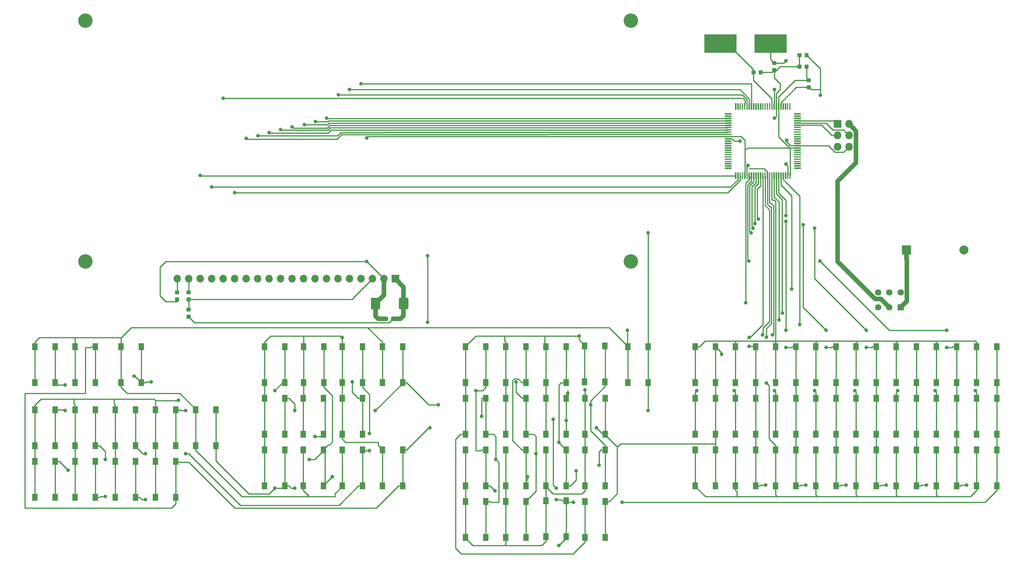
<source format=gbr>
G04 #@! TF.GenerationSoftware,KiCad,Pcbnew,5.1.4-e60b266~84~ubuntu18.04.1*
G04 #@! TF.CreationDate,2019-08-27T08:39:42+03:00*
G04 #@! TF.ProjectId,pcb,7063622e-6b69-4636-9164-5f7063625858,rev?*
G04 #@! TF.SameCoordinates,Original*
G04 #@! TF.FileFunction,Copper,L1,Top*
G04 #@! TF.FilePolarity,Positive*
%FSLAX46Y46*%
G04 Gerber Fmt 4.6, Leading zero omitted, Abs format (unit mm)*
G04 Created by KiCad (PCBNEW 5.1.4-e60b266~84~ubuntu18.04.1) date 2019-08-27 08:39:42*
%MOMM*%
%LPD*%
G04 APERTURE LIST*
%ADD10C,1.400000*%
%ADD11R,1.400000X1.400000*%
%ADD12C,0.100000*%
%ADD13C,0.875000*%
%ADD14C,2.075000*%
%ADD15O,1.727200X1.727200*%
%ADD16R,1.727200X1.727200*%
%ADD17R,1.300000X1.550000*%
%ADD18O,1.700000X1.700000*%
%ADD19R,1.700000X1.700000*%
%ADD20R,7.175000X4.100000*%
%ADD21C,0.300000*%
%ADD22C,2.000000*%
%ADD23R,2.000000X2.000000*%
%ADD24C,3.200000*%
%ADD25C,0.800000*%
%ADD26C,1.000000*%
%ADD27C,0.250000*%
G04 APERTURE END LIST*
D10*
X209630000Y-77980000D03*
X212130000Y-77980000D03*
X214630000Y-77980000D03*
X209630000Y-81280000D03*
X212130000Y-81280000D03*
D11*
X214630000Y-81280000D03*
D12*
G36*
X54887691Y-79091053D02*
G01*
X54908926Y-79094203D01*
X54929750Y-79099419D01*
X54949962Y-79106651D01*
X54969368Y-79115830D01*
X54987781Y-79126866D01*
X55005024Y-79139654D01*
X55020930Y-79154070D01*
X55035346Y-79169976D01*
X55048134Y-79187219D01*
X55059170Y-79205632D01*
X55068349Y-79225038D01*
X55075581Y-79245250D01*
X55080797Y-79266074D01*
X55083947Y-79287309D01*
X55085000Y-79308750D01*
X55085000Y-79746250D01*
X55083947Y-79767691D01*
X55080797Y-79788926D01*
X55075581Y-79809750D01*
X55068349Y-79829962D01*
X55059170Y-79849368D01*
X55048134Y-79867781D01*
X55035346Y-79885024D01*
X55020930Y-79900930D01*
X55005024Y-79915346D01*
X54987781Y-79928134D01*
X54969368Y-79939170D01*
X54949962Y-79948349D01*
X54929750Y-79955581D01*
X54908926Y-79960797D01*
X54887691Y-79963947D01*
X54866250Y-79965000D01*
X54353750Y-79965000D01*
X54332309Y-79963947D01*
X54311074Y-79960797D01*
X54290250Y-79955581D01*
X54270038Y-79948349D01*
X54250632Y-79939170D01*
X54232219Y-79928134D01*
X54214976Y-79915346D01*
X54199070Y-79900930D01*
X54184654Y-79885024D01*
X54171866Y-79867781D01*
X54160830Y-79849368D01*
X54151651Y-79829962D01*
X54144419Y-79809750D01*
X54139203Y-79788926D01*
X54136053Y-79767691D01*
X54135000Y-79746250D01*
X54135000Y-79308750D01*
X54136053Y-79287309D01*
X54139203Y-79266074D01*
X54144419Y-79245250D01*
X54151651Y-79225038D01*
X54160830Y-79205632D01*
X54171866Y-79187219D01*
X54184654Y-79169976D01*
X54199070Y-79154070D01*
X54214976Y-79139654D01*
X54232219Y-79126866D01*
X54250632Y-79115830D01*
X54270038Y-79106651D01*
X54290250Y-79099419D01*
X54311074Y-79094203D01*
X54332309Y-79091053D01*
X54353750Y-79090000D01*
X54866250Y-79090000D01*
X54887691Y-79091053D01*
X54887691Y-79091053D01*
G37*
D13*
X54610000Y-79527500D03*
D12*
G36*
X54887691Y-77516053D02*
G01*
X54908926Y-77519203D01*
X54929750Y-77524419D01*
X54949962Y-77531651D01*
X54969368Y-77540830D01*
X54987781Y-77551866D01*
X55005024Y-77564654D01*
X55020930Y-77579070D01*
X55035346Y-77594976D01*
X55048134Y-77612219D01*
X55059170Y-77630632D01*
X55068349Y-77650038D01*
X55075581Y-77670250D01*
X55080797Y-77691074D01*
X55083947Y-77712309D01*
X55085000Y-77733750D01*
X55085000Y-78171250D01*
X55083947Y-78192691D01*
X55080797Y-78213926D01*
X55075581Y-78234750D01*
X55068349Y-78254962D01*
X55059170Y-78274368D01*
X55048134Y-78292781D01*
X55035346Y-78310024D01*
X55020930Y-78325930D01*
X55005024Y-78340346D01*
X54987781Y-78353134D01*
X54969368Y-78364170D01*
X54949962Y-78373349D01*
X54929750Y-78380581D01*
X54908926Y-78385797D01*
X54887691Y-78388947D01*
X54866250Y-78390000D01*
X54353750Y-78390000D01*
X54332309Y-78388947D01*
X54311074Y-78385797D01*
X54290250Y-78380581D01*
X54270038Y-78373349D01*
X54250632Y-78364170D01*
X54232219Y-78353134D01*
X54214976Y-78340346D01*
X54199070Y-78325930D01*
X54184654Y-78310024D01*
X54171866Y-78292781D01*
X54160830Y-78274368D01*
X54151651Y-78254962D01*
X54144419Y-78234750D01*
X54139203Y-78213926D01*
X54136053Y-78192691D01*
X54135000Y-78171250D01*
X54135000Y-77733750D01*
X54136053Y-77712309D01*
X54139203Y-77691074D01*
X54144419Y-77670250D01*
X54151651Y-77650038D01*
X54160830Y-77630632D01*
X54171866Y-77612219D01*
X54184654Y-77594976D01*
X54199070Y-77579070D01*
X54214976Y-77564654D01*
X54232219Y-77551866D01*
X54250632Y-77540830D01*
X54270038Y-77531651D01*
X54290250Y-77524419D01*
X54311074Y-77519203D01*
X54332309Y-77516053D01*
X54353750Y-77515000D01*
X54866250Y-77515000D01*
X54887691Y-77516053D01*
X54887691Y-77516053D01*
G37*
D13*
X54610000Y-77952500D03*
D12*
G36*
X57427691Y-82901053D02*
G01*
X57448926Y-82904203D01*
X57469750Y-82909419D01*
X57489962Y-82916651D01*
X57509368Y-82925830D01*
X57527781Y-82936866D01*
X57545024Y-82949654D01*
X57560930Y-82964070D01*
X57575346Y-82979976D01*
X57588134Y-82997219D01*
X57599170Y-83015632D01*
X57608349Y-83035038D01*
X57615581Y-83055250D01*
X57620797Y-83076074D01*
X57623947Y-83097309D01*
X57625000Y-83118750D01*
X57625000Y-83556250D01*
X57623947Y-83577691D01*
X57620797Y-83598926D01*
X57615581Y-83619750D01*
X57608349Y-83639962D01*
X57599170Y-83659368D01*
X57588134Y-83677781D01*
X57575346Y-83695024D01*
X57560930Y-83710930D01*
X57545024Y-83725346D01*
X57527781Y-83738134D01*
X57509368Y-83749170D01*
X57489962Y-83758349D01*
X57469750Y-83765581D01*
X57448926Y-83770797D01*
X57427691Y-83773947D01*
X57406250Y-83775000D01*
X56893750Y-83775000D01*
X56872309Y-83773947D01*
X56851074Y-83770797D01*
X56830250Y-83765581D01*
X56810038Y-83758349D01*
X56790632Y-83749170D01*
X56772219Y-83738134D01*
X56754976Y-83725346D01*
X56739070Y-83710930D01*
X56724654Y-83695024D01*
X56711866Y-83677781D01*
X56700830Y-83659368D01*
X56691651Y-83639962D01*
X56684419Y-83619750D01*
X56679203Y-83598926D01*
X56676053Y-83577691D01*
X56675000Y-83556250D01*
X56675000Y-83118750D01*
X56676053Y-83097309D01*
X56679203Y-83076074D01*
X56684419Y-83055250D01*
X56691651Y-83035038D01*
X56700830Y-83015632D01*
X56711866Y-82997219D01*
X56724654Y-82979976D01*
X56739070Y-82964070D01*
X56754976Y-82949654D01*
X56772219Y-82936866D01*
X56790632Y-82925830D01*
X56810038Y-82916651D01*
X56830250Y-82909419D01*
X56851074Y-82904203D01*
X56872309Y-82901053D01*
X56893750Y-82900000D01*
X57406250Y-82900000D01*
X57427691Y-82901053D01*
X57427691Y-82901053D01*
G37*
D13*
X57150000Y-83337500D03*
D12*
G36*
X57427691Y-81326053D02*
G01*
X57448926Y-81329203D01*
X57469750Y-81334419D01*
X57489962Y-81341651D01*
X57509368Y-81350830D01*
X57527781Y-81361866D01*
X57545024Y-81374654D01*
X57560930Y-81389070D01*
X57575346Y-81404976D01*
X57588134Y-81422219D01*
X57599170Y-81440632D01*
X57608349Y-81460038D01*
X57615581Y-81480250D01*
X57620797Y-81501074D01*
X57623947Y-81522309D01*
X57625000Y-81543750D01*
X57625000Y-81981250D01*
X57623947Y-82002691D01*
X57620797Y-82023926D01*
X57615581Y-82044750D01*
X57608349Y-82064962D01*
X57599170Y-82084368D01*
X57588134Y-82102781D01*
X57575346Y-82120024D01*
X57560930Y-82135930D01*
X57545024Y-82150346D01*
X57527781Y-82163134D01*
X57509368Y-82174170D01*
X57489962Y-82183349D01*
X57469750Y-82190581D01*
X57448926Y-82195797D01*
X57427691Y-82198947D01*
X57406250Y-82200000D01*
X56893750Y-82200000D01*
X56872309Y-82198947D01*
X56851074Y-82195797D01*
X56830250Y-82190581D01*
X56810038Y-82183349D01*
X56790632Y-82174170D01*
X56772219Y-82163134D01*
X56754976Y-82150346D01*
X56739070Y-82135930D01*
X56724654Y-82120024D01*
X56711866Y-82102781D01*
X56700830Y-82084368D01*
X56691651Y-82064962D01*
X56684419Y-82044750D01*
X56679203Y-82023926D01*
X56676053Y-82002691D01*
X56675000Y-81981250D01*
X56675000Y-81543750D01*
X56676053Y-81522309D01*
X56679203Y-81501074D01*
X56684419Y-81480250D01*
X56691651Y-81460038D01*
X56700830Y-81440632D01*
X56711866Y-81422219D01*
X56724654Y-81404976D01*
X56739070Y-81389070D01*
X56754976Y-81374654D01*
X56772219Y-81361866D01*
X56790632Y-81350830D01*
X56810038Y-81341651D01*
X56830250Y-81334419D01*
X56851074Y-81329203D01*
X56872309Y-81326053D01*
X56893750Y-81325000D01*
X57406250Y-81325000D01*
X57427691Y-81326053D01*
X57427691Y-81326053D01*
G37*
D13*
X57150000Y-81762500D03*
D12*
G36*
X57427691Y-77516053D02*
G01*
X57448926Y-77519203D01*
X57469750Y-77524419D01*
X57489962Y-77531651D01*
X57509368Y-77540830D01*
X57527781Y-77551866D01*
X57545024Y-77564654D01*
X57560930Y-77579070D01*
X57575346Y-77594976D01*
X57588134Y-77612219D01*
X57599170Y-77630632D01*
X57608349Y-77650038D01*
X57615581Y-77670250D01*
X57620797Y-77691074D01*
X57623947Y-77712309D01*
X57625000Y-77733750D01*
X57625000Y-78171250D01*
X57623947Y-78192691D01*
X57620797Y-78213926D01*
X57615581Y-78234750D01*
X57608349Y-78254962D01*
X57599170Y-78274368D01*
X57588134Y-78292781D01*
X57575346Y-78310024D01*
X57560930Y-78325930D01*
X57545024Y-78340346D01*
X57527781Y-78353134D01*
X57509368Y-78364170D01*
X57489962Y-78373349D01*
X57469750Y-78380581D01*
X57448926Y-78385797D01*
X57427691Y-78388947D01*
X57406250Y-78390000D01*
X56893750Y-78390000D01*
X56872309Y-78388947D01*
X56851074Y-78385797D01*
X56830250Y-78380581D01*
X56810038Y-78373349D01*
X56790632Y-78364170D01*
X56772219Y-78353134D01*
X56754976Y-78340346D01*
X56739070Y-78325930D01*
X56724654Y-78310024D01*
X56711866Y-78292781D01*
X56700830Y-78274368D01*
X56691651Y-78254962D01*
X56684419Y-78234750D01*
X56679203Y-78213926D01*
X56676053Y-78192691D01*
X56675000Y-78171250D01*
X56675000Y-77733750D01*
X56676053Y-77712309D01*
X56679203Y-77691074D01*
X56684419Y-77670250D01*
X56691651Y-77650038D01*
X56700830Y-77630632D01*
X56711866Y-77612219D01*
X56724654Y-77594976D01*
X56739070Y-77579070D01*
X56754976Y-77564654D01*
X56772219Y-77551866D01*
X56790632Y-77540830D01*
X56810038Y-77531651D01*
X56830250Y-77524419D01*
X56851074Y-77519203D01*
X56872309Y-77516053D01*
X56893750Y-77515000D01*
X57406250Y-77515000D01*
X57427691Y-77516053D01*
X57427691Y-77516053D01*
G37*
D13*
X57150000Y-77952500D03*
D12*
G36*
X57427691Y-79091053D02*
G01*
X57448926Y-79094203D01*
X57469750Y-79099419D01*
X57489962Y-79106651D01*
X57509368Y-79115830D01*
X57527781Y-79126866D01*
X57545024Y-79139654D01*
X57560930Y-79154070D01*
X57575346Y-79169976D01*
X57588134Y-79187219D01*
X57599170Y-79205632D01*
X57608349Y-79225038D01*
X57615581Y-79245250D01*
X57620797Y-79266074D01*
X57623947Y-79287309D01*
X57625000Y-79308750D01*
X57625000Y-79746250D01*
X57623947Y-79767691D01*
X57620797Y-79788926D01*
X57615581Y-79809750D01*
X57608349Y-79829962D01*
X57599170Y-79849368D01*
X57588134Y-79867781D01*
X57575346Y-79885024D01*
X57560930Y-79900930D01*
X57545024Y-79915346D01*
X57527781Y-79928134D01*
X57509368Y-79939170D01*
X57489962Y-79948349D01*
X57469750Y-79955581D01*
X57448926Y-79960797D01*
X57427691Y-79963947D01*
X57406250Y-79965000D01*
X56893750Y-79965000D01*
X56872309Y-79963947D01*
X56851074Y-79960797D01*
X56830250Y-79955581D01*
X56810038Y-79948349D01*
X56790632Y-79939170D01*
X56772219Y-79928134D01*
X56754976Y-79915346D01*
X56739070Y-79900930D01*
X56724654Y-79885024D01*
X56711866Y-79867781D01*
X56700830Y-79849368D01*
X56691651Y-79829962D01*
X56684419Y-79809750D01*
X56679203Y-79788926D01*
X56676053Y-79767691D01*
X56675000Y-79746250D01*
X56675000Y-79308750D01*
X56676053Y-79287309D01*
X56679203Y-79266074D01*
X56684419Y-79245250D01*
X56691651Y-79225038D01*
X56700830Y-79205632D01*
X56711866Y-79187219D01*
X56724654Y-79169976D01*
X56739070Y-79154070D01*
X56754976Y-79139654D01*
X56772219Y-79126866D01*
X56790632Y-79115830D01*
X56810038Y-79106651D01*
X56830250Y-79099419D01*
X56851074Y-79094203D01*
X56872309Y-79091053D01*
X56893750Y-79090000D01*
X57406250Y-79090000D01*
X57427691Y-79091053D01*
X57427691Y-79091053D01*
G37*
D13*
X57150000Y-79527500D03*
D12*
G36*
X105524504Y-79136204D02*
G01*
X105548773Y-79139804D01*
X105572571Y-79145765D01*
X105595671Y-79154030D01*
X105617849Y-79164520D01*
X105638893Y-79177133D01*
X105658598Y-79191747D01*
X105676777Y-79208223D01*
X105693253Y-79226402D01*
X105707867Y-79246107D01*
X105720480Y-79267151D01*
X105730970Y-79289329D01*
X105739235Y-79312429D01*
X105745196Y-79336227D01*
X105748796Y-79360496D01*
X105750000Y-79385000D01*
X105750000Y-81435000D01*
X105748796Y-81459504D01*
X105745196Y-81483773D01*
X105739235Y-81507571D01*
X105730970Y-81530671D01*
X105720480Y-81552849D01*
X105707867Y-81573893D01*
X105693253Y-81593598D01*
X105676777Y-81611777D01*
X105658598Y-81628253D01*
X105638893Y-81642867D01*
X105617849Y-81655480D01*
X105595671Y-81665970D01*
X105572571Y-81674235D01*
X105548773Y-81680196D01*
X105524504Y-81683796D01*
X105500000Y-81685000D01*
X103925000Y-81685000D01*
X103900496Y-81683796D01*
X103876227Y-81680196D01*
X103852429Y-81674235D01*
X103829329Y-81665970D01*
X103807151Y-81655480D01*
X103786107Y-81642867D01*
X103766402Y-81628253D01*
X103748223Y-81611777D01*
X103731747Y-81593598D01*
X103717133Y-81573893D01*
X103704520Y-81552849D01*
X103694030Y-81530671D01*
X103685765Y-81507571D01*
X103679804Y-81483773D01*
X103676204Y-81459504D01*
X103675000Y-81435000D01*
X103675000Y-79385000D01*
X103676204Y-79360496D01*
X103679804Y-79336227D01*
X103685765Y-79312429D01*
X103694030Y-79289329D01*
X103704520Y-79267151D01*
X103717133Y-79246107D01*
X103731747Y-79226402D01*
X103748223Y-79208223D01*
X103766402Y-79191747D01*
X103786107Y-79177133D01*
X103807151Y-79164520D01*
X103829329Y-79154030D01*
X103852429Y-79145765D01*
X103876227Y-79139804D01*
X103900496Y-79136204D01*
X103925000Y-79135000D01*
X105500000Y-79135000D01*
X105524504Y-79136204D01*
X105524504Y-79136204D01*
G37*
D14*
X104712500Y-80410000D03*
D12*
G36*
X99299504Y-79136204D02*
G01*
X99323773Y-79139804D01*
X99347571Y-79145765D01*
X99370671Y-79154030D01*
X99392849Y-79164520D01*
X99413893Y-79177133D01*
X99433598Y-79191747D01*
X99451777Y-79208223D01*
X99468253Y-79226402D01*
X99482867Y-79246107D01*
X99495480Y-79267151D01*
X99505970Y-79289329D01*
X99514235Y-79312429D01*
X99520196Y-79336227D01*
X99523796Y-79360496D01*
X99525000Y-79385000D01*
X99525000Y-81435000D01*
X99523796Y-81459504D01*
X99520196Y-81483773D01*
X99514235Y-81507571D01*
X99505970Y-81530671D01*
X99495480Y-81552849D01*
X99482867Y-81573893D01*
X99468253Y-81593598D01*
X99451777Y-81611777D01*
X99433598Y-81628253D01*
X99413893Y-81642867D01*
X99392849Y-81655480D01*
X99370671Y-81665970D01*
X99347571Y-81674235D01*
X99323773Y-81680196D01*
X99299504Y-81683796D01*
X99275000Y-81685000D01*
X97700000Y-81685000D01*
X97675496Y-81683796D01*
X97651227Y-81680196D01*
X97627429Y-81674235D01*
X97604329Y-81665970D01*
X97582151Y-81655480D01*
X97561107Y-81642867D01*
X97541402Y-81628253D01*
X97523223Y-81611777D01*
X97506747Y-81593598D01*
X97492133Y-81573893D01*
X97479520Y-81552849D01*
X97469030Y-81530671D01*
X97460765Y-81507571D01*
X97454804Y-81483773D01*
X97451204Y-81459504D01*
X97450000Y-81435000D01*
X97450000Y-79385000D01*
X97451204Y-79360496D01*
X97454804Y-79336227D01*
X97460765Y-79312429D01*
X97469030Y-79289329D01*
X97479520Y-79267151D01*
X97492133Y-79246107D01*
X97506747Y-79226402D01*
X97523223Y-79208223D01*
X97541402Y-79191747D01*
X97561107Y-79177133D01*
X97582151Y-79164520D01*
X97604329Y-79154030D01*
X97627429Y-79145765D01*
X97651227Y-79139804D01*
X97675496Y-79136204D01*
X97700000Y-79135000D01*
X99275000Y-79135000D01*
X99299504Y-79136204D01*
X99299504Y-79136204D01*
G37*
D14*
X98487500Y-80410000D03*
D12*
G36*
X101052691Y-83346053D02*
G01*
X101073926Y-83349203D01*
X101094750Y-83354419D01*
X101114962Y-83361651D01*
X101134368Y-83370830D01*
X101152781Y-83381866D01*
X101170024Y-83394654D01*
X101185930Y-83409070D01*
X101200346Y-83424976D01*
X101213134Y-83442219D01*
X101224170Y-83460632D01*
X101233349Y-83480038D01*
X101240581Y-83500250D01*
X101245797Y-83521074D01*
X101248947Y-83542309D01*
X101250000Y-83563750D01*
X101250000Y-84076250D01*
X101248947Y-84097691D01*
X101245797Y-84118926D01*
X101240581Y-84139750D01*
X101233349Y-84159962D01*
X101224170Y-84179368D01*
X101213134Y-84197781D01*
X101200346Y-84215024D01*
X101185930Y-84230930D01*
X101170024Y-84245346D01*
X101152781Y-84258134D01*
X101134368Y-84269170D01*
X101114962Y-84278349D01*
X101094750Y-84285581D01*
X101073926Y-84290797D01*
X101052691Y-84293947D01*
X101031250Y-84295000D01*
X100593750Y-84295000D01*
X100572309Y-84293947D01*
X100551074Y-84290797D01*
X100530250Y-84285581D01*
X100510038Y-84278349D01*
X100490632Y-84269170D01*
X100472219Y-84258134D01*
X100454976Y-84245346D01*
X100439070Y-84230930D01*
X100424654Y-84215024D01*
X100411866Y-84197781D01*
X100400830Y-84179368D01*
X100391651Y-84159962D01*
X100384419Y-84139750D01*
X100379203Y-84118926D01*
X100376053Y-84097691D01*
X100375000Y-84076250D01*
X100375000Y-83563750D01*
X100376053Y-83542309D01*
X100379203Y-83521074D01*
X100384419Y-83500250D01*
X100391651Y-83480038D01*
X100400830Y-83460632D01*
X100411866Y-83442219D01*
X100424654Y-83424976D01*
X100439070Y-83409070D01*
X100454976Y-83394654D01*
X100472219Y-83381866D01*
X100490632Y-83370830D01*
X100510038Y-83361651D01*
X100530250Y-83354419D01*
X100551074Y-83349203D01*
X100572309Y-83346053D01*
X100593750Y-83345000D01*
X101031250Y-83345000D01*
X101052691Y-83346053D01*
X101052691Y-83346053D01*
G37*
D13*
X100812500Y-83820000D03*
D12*
G36*
X102627691Y-83346053D02*
G01*
X102648926Y-83349203D01*
X102669750Y-83354419D01*
X102689962Y-83361651D01*
X102709368Y-83370830D01*
X102727781Y-83381866D01*
X102745024Y-83394654D01*
X102760930Y-83409070D01*
X102775346Y-83424976D01*
X102788134Y-83442219D01*
X102799170Y-83460632D01*
X102808349Y-83480038D01*
X102815581Y-83500250D01*
X102820797Y-83521074D01*
X102823947Y-83542309D01*
X102825000Y-83563750D01*
X102825000Y-84076250D01*
X102823947Y-84097691D01*
X102820797Y-84118926D01*
X102815581Y-84139750D01*
X102808349Y-84159962D01*
X102799170Y-84179368D01*
X102788134Y-84197781D01*
X102775346Y-84215024D01*
X102760930Y-84230930D01*
X102745024Y-84245346D01*
X102727781Y-84258134D01*
X102709368Y-84269170D01*
X102689962Y-84278349D01*
X102669750Y-84285581D01*
X102648926Y-84290797D01*
X102627691Y-84293947D01*
X102606250Y-84295000D01*
X102168750Y-84295000D01*
X102147309Y-84293947D01*
X102126074Y-84290797D01*
X102105250Y-84285581D01*
X102085038Y-84278349D01*
X102065632Y-84269170D01*
X102047219Y-84258134D01*
X102029976Y-84245346D01*
X102014070Y-84230930D01*
X101999654Y-84215024D01*
X101986866Y-84197781D01*
X101975830Y-84179368D01*
X101966651Y-84159962D01*
X101959419Y-84139750D01*
X101954203Y-84118926D01*
X101951053Y-84097691D01*
X101950000Y-84076250D01*
X101950000Y-83563750D01*
X101951053Y-83542309D01*
X101954203Y-83521074D01*
X101959419Y-83500250D01*
X101966651Y-83480038D01*
X101975830Y-83460632D01*
X101986866Y-83442219D01*
X101999654Y-83424976D01*
X102014070Y-83409070D01*
X102029976Y-83394654D01*
X102047219Y-83381866D01*
X102065632Y-83370830D01*
X102085038Y-83361651D01*
X102105250Y-83354419D01*
X102126074Y-83349203D01*
X102147309Y-83346053D01*
X102168750Y-83345000D01*
X102606250Y-83345000D01*
X102627691Y-83346053D01*
X102627691Y-83346053D01*
G37*
D13*
X102387500Y-83820000D03*
D12*
G36*
X194067691Y-27466053D02*
G01*
X194088926Y-27469203D01*
X194109750Y-27474419D01*
X194129962Y-27481651D01*
X194149368Y-27490830D01*
X194167781Y-27501866D01*
X194185024Y-27514654D01*
X194200930Y-27529070D01*
X194215346Y-27544976D01*
X194228134Y-27562219D01*
X194239170Y-27580632D01*
X194248349Y-27600038D01*
X194255581Y-27620250D01*
X194260797Y-27641074D01*
X194263947Y-27662309D01*
X194265000Y-27683750D01*
X194265000Y-28196250D01*
X194263947Y-28217691D01*
X194260797Y-28238926D01*
X194255581Y-28259750D01*
X194248349Y-28279962D01*
X194239170Y-28299368D01*
X194228134Y-28317781D01*
X194215346Y-28335024D01*
X194200930Y-28350930D01*
X194185024Y-28365346D01*
X194167781Y-28378134D01*
X194149368Y-28389170D01*
X194129962Y-28398349D01*
X194109750Y-28405581D01*
X194088926Y-28410797D01*
X194067691Y-28413947D01*
X194046250Y-28415000D01*
X193608750Y-28415000D01*
X193587309Y-28413947D01*
X193566074Y-28410797D01*
X193545250Y-28405581D01*
X193525038Y-28398349D01*
X193505632Y-28389170D01*
X193487219Y-28378134D01*
X193469976Y-28365346D01*
X193454070Y-28350930D01*
X193439654Y-28335024D01*
X193426866Y-28317781D01*
X193415830Y-28299368D01*
X193406651Y-28279962D01*
X193399419Y-28259750D01*
X193394203Y-28238926D01*
X193391053Y-28217691D01*
X193390000Y-28196250D01*
X193390000Y-27683750D01*
X193391053Y-27662309D01*
X193394203Y-27641074D01*
X193399419Y-27620250D01*
X193406651Y-27600038D01*
X193415830Y-27580632D01*
X193426866Y-27562219D01*
X193439654Y-27544976D01*
X193454070Y-27529070D01*
X193469976Y-27514654D01*
X193487219Y-27501866D01*
X193505632Y-27490830D01*
X193525038Y-27481651D01*
X193545250Y-27474419D01*
X193566074Y-27469203D01*
X193587309Y-27466053D01*
X193608750Y-27465000D01*
X194046250Y-27465000D01*
X194067691Y-27466053D01*
X194067691Y-27466053D01*
G37*
D13*
X193827500Y-27940000D03*
D12*
G36*
X192492691Y-27466053D02*
G01*
X192513926Y-27469203D01*
X192534750Y-27474419D01*
X192554962Y-27481651D01*
X192574368Y-27490830D01*
X192592781Y-27501866D01*
X192610024Y-27514654D01*
X192625930Y-27529070D01*
X192640346Y-27544976D01*
X192653134Y-27562219D01*
X192664170Y-27580632D01*
X192673349Y-27600038D01*
X192680581Y-27620250D01*
X192685797Y-27641074D01*
X192688947Y-27662309D01*
X192690000Y-27683750D01*
X192690000Y-28196250D01*
X192688947Y-28217691D01*
X192685797Y-28238926D01*
X192680581Y-28259750D01*
X192673349Y-28279962D01*
X192664170Y-28299368D01*
X192653134Y-28317781D01*
X192640346Y-28335024D01*
X192625930Y-28350930D01*
X192610024Y-28365346D01*
X192592781Y-28378134D01*
X192574368Y-28389170D01*
X192554962Y-28398349D01*
X192534750Y-28405581D01*
X192513926Y-28410797D01*
X192492691Y-28413947D01*
X192471250Y-28415000D01*
X192033750Y-28415000D01*
X192012309Y-28413947D01*
X191991074Y-28410797D01*
X191970250Y-28405581D01*
X191950038Y-28398349D01*
X191930632Y-28389170D01*
X191912219Y-28378134D01*
X191894976Y-28365346D01*
X191879070Y-28350930D01*
X191864654Y-28335024D01*
X191851866Y-28317781D01*
X191840830Y-28299368D01*
X191831651Y-28279962D01*
X191824419Y-28259750D01*
X191819203Y-28238926D01*
X191816053Y-28217691D01*
X191815000Y-28196250D01*
X191815000Y-27683750D01*
X191816053Y-27662309D01*
X191819203Y-27641074D01*
X191824419Y-27620250D01*
X191831651Y-27600038D01*
X191840830Y-27580632D01*
X191851866Y-27562219D01*
X191864654Y-27544976D01*
X191879070Y-27529070D01*
X191894976Y-27514654D01*
X191912219Y-27501866D01*
X191930632Y-27490830D01*
X191950038Y-27481651D01*
X191970250Y-27474419D01*
X191991074Y-27469203D01*
X192012309Y-27466053D01*
X192033750Y-27465000D01*
X192471250Y-27465000D01*
X192492691Y-27466053D01*
X192492691Y-27466053D01*
G37*
D13*
X192252500Y-27940000D03*
D12*
G36*
X194587691Y-30526053D02*
G01*
X194608926Y-30529203D01*
X194629750Y-30534419D01*
X194649962Y-30541651D01*
X194669368Y-30550830D01*
X194687781Y-30561866D01*
X194705024Y-30574654D01*
X194720930Y-30589070D01*
X194735346Y-30604976D01*
X194748134Y-30622219D01*
X194759170Y-30640632D01*
X194768349Y-30660038D01*
X194775581Y-30680250D01*
X194780797Y-30701074D01*
X194783947Y-30722309D01*
X194785000Y-30743750D01*
X194785000Y-31181250D01*
X194783947Y-31202691D01*
X194780797Y-31223926D01*
X194775581Y-31244750D01*
X194768349Y-31264962D01*
X194759170Y-31284368D01*
X194748134Y-31302781D01*
X194735346Y-31320024D01*
X194720930Y-31335930D01*
X194705024Y-31350346D01*
X194687781Y-31363134D01*
X194669368Y-31374170D01*
X194649962Y-31383349D01*
X194629750Y-31390581D01*
X194608926Y-31395797D01*
X194587691Y-31398947D01*
X194566250Y-31400000D01*
X194053750Y-31400000D01*
X194032309Y-31398947D01*
X194011074Y-31395797D01*
X193990250Y-31390581D01*
X193970038Y-31383349D01*
X193950632Y-31374170D01*
X193932219Y-31363134D01*
X193914976Y-31350346D01*
X193899070Y-31335930D01*
X193884654Y-31320024D01*
X193871866Y-31302781D01*
X193860830Y-31284368D01*
X193851651Y-31264962D01*
X193844419Y-31244750D01*
X193839203Y-31223926D01*
X193836053Y-31202691D01*
X193835000Y-31181250D01*
X193835000Y-30743750D01*
X193836053Y-30722309D01*
X193839203Y-30701074D01*
X193844419Y-30680250D01*
X193851651Y-30660038D01*
X193860830Y-30640632D01*
X193871866Y-30622219D01*
X193884654Y-30604976D01*
X193899070Y-30589070D01*
X193914976Y-30574654D01*
X193932219Y-30561866D01*
X193950632Y-30550830D01*
X193970038Y-30541651D01*
X193990250Y-30534419D01*
X194011074Y-30529203D01*
X194032309Y-30526053D01*
X194053750Y-30525000D01*
X194566250Y-30525000D01*
X194587691Y-30526053D01*
X194587691Y-30526053D01*
G37*
D13*
X194310000Y-30962500D03*
D12*
G36*
X194587691Y-32101053D02*
G01*
X194608926Y-32104203D01*
X194629750Y-32109419D01*
X194649962Y-32116651D01*
X194669368Y-32125830D01*
X194687781Y-32136866D01*
X194705024Y-32149654D01*
X194720930Y-32164070D01*
X194735346Y-32179976D01*
X194748134Y-32197219D01*
X194759170Y-32215632D01*
X194768349Y-32235038D01*
X194775581Y-32255250D01*
X194780797Y-32276074D01*
X194783947Y-32297309D01*
X194785000Y-32318750D01*
X194785000Y-32756250D01*
X194783947Y-32777691D01*
X194780797Y-32798926D01*
X194775581Y-32819750D01*
X194768349Y-32839962D01*
X194759170Y-32859368D01*
X194748134Y-32877781D01*
X194735346Y-32895024D01*
X194720930Y-32910930D01*
X194705024Y-32925346D01*
X194687781Y-32938134D01*
X194669368Y-32949170D01*
X194649962Y-32958349D01*
X194629750Y-32965581D01*
X194608926Y-32970797D01*
X194587691Y-32973947D01*
X194566250Y-32975000D01*
X194053750Y-32975000D01*
X194032309Y-32973947D01*
X194011074Y-32970797D01*
X193990250Y-32965581D01*
X193970038Y-32958349D01*
X193950632Y-32949170D01*
X193932219Y-32938134D01*
X193914976Y-32925346D01*
X193899070Y-32910930D01*
X193884654Y-32895024D01*
X193871866Y-32877781D01*
X193860830Y-32859368D01*
X193851651Y-32839962D01*
X193844419Y-32819750D01*
X193839203Y-32798926D01*
X193836053Y-32777691D01*
X193835000Y-32756250D01*
X193835000Y-32318750D01*
X193836053Y-32297309D01*
X193839203Y-32276074D01*
X193844419Y-32255250D01*
X193851651Y-32235038D01*
X193860830Y-32215632D01*
X193871866Y-32197219D01*
X193884654Y-32179976D01*
X193899070Y-32164070D01*
X193914976Y-32149654D01*
X193932219Y-32136866D01*
X193950632Y-32125830D01*
X193970038Y-32116651D01*
X193990250Y-32109419D01*
X194011074Y-32104203D01*
X194032309Y-32101053D01*
X194053750Y-32100000D01*
X194566250Y-32100000D01*
X194587691Y-32101053D01*
X194587691Y-32101053D01*
G37*
D13*
X194310000Y-32537500D03*
D15*
X203200000Y-45720000D03*
X200660000Y-45720000D03*
X203200000Y-43180000D03*
X200660000Y-43180000D03*
X203200000Y-40640000D03*
D16*
X200660000Y-40640000D03*
D12*
G36*
X194067691Y-24926053D02*
G01*
X194088926Y-24929203D01*
X194109750Y-24934419D01*
X194129962Y-24941651D01*
X194149368Y-24950830D01*
X194167781Y-24961866D01*
X194185024Y-24974654D01*
X194200930Y-24989070D01*
X194215346Y-25004976D01*
X194228134Y-25022219D01*
X194239170Y-25040632D01*
X194248349Y-25060038D01*
X194255581Y-25080250D01*
X194260797Y-25101074D01*
X194263947Y-25122309D01*
X194265000Y-25143750D01*
X194265000Y-25656250D01*
X194263947Y-25677691D01*
X194260797Y-25698926D01*
X194255581Y-25719750D01*
X194248349Y-25739962D01*
X194239170Y-25759368D01*
X194228134Y-25777781D01*
X194215346Y-25795024D01*
X194200930Y-25810930D01*
X194185024Y-25825346D01*
X194167781Y-25838134D01*
X194149368Y-25849170D01*
X194129962Y-25858349D01*
X194109750Y-25865581D01*
X194088926Y-25870797D01*
X194067691Y-25873947D01*
X194046250Y-25875000D01*
X193608750Y-25875000D01*
X193587309Y-25873947D01*
X193566074Y-25870797D01*
X193545250Y-25865581D01*
X193525038Y-25858349D01*
X193505632Y-25849170D01*
X193487219Y-25838134D01*
X193469976Y-25825346D01*
X193454070Y-25810930D01*
X193439654Y-25795024D01*
X193426866Y-25777781D01*
X193415830Y-25759368D01*
X193406651Y-25739962D01*
X193399419Y-25719750D01*
X193394203Y-25698926D01*
X193391053Y-25677691D01*
X193390000Y-25656250D01*
X193390000Y-25143750D01*
X193391053Y-25122309D01*
X193394203Y-25101074D01*
X193399419Y-25080250D01*
X193406651Y-25060038D01*
X193415830Y-25040632D01*
X193426866Y-25022219D01*
X193439654Y-25004976D01*
X193454070Y-24989070D01*
X193469976Y-24974654D01*
X193487219Y-24961866D01*
X193505632Y-24950830D01*
X193525038Y-24941651D01*
X193545250Y-24934419D01*
X193566074Y-24929203D01*
X193587309Y-24926053D01*
X193608750Y-24925000D01*
X194046250Y-24925000D01*
X194067691Y-24926053D01*
X194067691Y-24926053D01*
G37*
D13*
X193827500Y-25400000D03*
D12*
G36*
X192492691Y-24926053D02*
G01*
X192513926Y-24929203D01*
X192534750Y-24934419D01*
X192554962Y-24941651D01*
X192574368Y-24950830D01*
X192592781Y-24961866D01*
X192610024Y-24974654D01*
X192625930Y-24989070D01*
X192640346Y-25004976D01*
X192653134Y-25022219D01*
X192664170Y-25040632D01*
X192673349Y-25060038D01*
X192680581Y-25080250D01*
X192685797Y-25101074D01*
X192688947Y-25122309D01*
X192690000Y-25143750D01*
X192690000Y-25656250D01*
X192688947Y-25677691D01*
X192685797Y-25698926D01*
X192680581Y-25719750D01*
X192673349Y-25739962D01*
X192664170Y-25759368D01*
X192653134Y-25777781D01*
X192640346Y-25795024D01*
X192625930Y-25810930D01*
X192610024Y-25825346D01*
X192592781Y-25838134D01*
X192574368Y-25849170D01*
X192554962Y-25858349D01*
X192534750Y-25865581D01*
X192513926Y-25870797D01*
X192492691Y-25873947D01*
X192471250Y-25875000D01*
X192033750Y-25875000D01*
X192012309Y-25873947D01*
X191991074Y-25870797D01*
X191970250Y-25865581D01*
X191950038Y-25858349D01*
X191930632Y-25849170D01*
X191912219Y-25838134D01*
X191894976Y-25825346D01*
X191879070Y-25810930D01*
X191864654Y-25795024D01*
X191851866Y-25777781D01*
X191840830Y-25759368D01*
X191831651Y-25739962D01*
X191824419Y-25719750D01*
X191819203Y-25698926D01*
X191816053Y-25677691D01*
X191815000Y-25656250D01*
X191815000Y-25143750D01*
X191816053Y-25122309D01*
X191819203Y-25101074D01*
X191824419Y-25080250D01*
X191831651Y-25060038D01*
X191840830Y-25040632D01*
X191851866Y-25022219D01*
X191864654Y-25004976D01*
X191879070Y-24989070D01*
X191894976Y-24974654D01*
X191912219Y-24961866D01*
X191930632Y-24950830D01*
X191950038Y-24941651D01*
X191970250Y-24934419D01*
X191991074Y-24929203D01*
X192012309Y-24926053D01*
X192033750Y-24925000D01*
X192471250Y-24925000D01*
X192492691Y-24926053D01*
X192492691Y-24926053D01*
G37*
D13*
X192252500Y-25400000D03*
D17*
X231430000Y-120820000D03*
X235930000Y-120820000D03*
X235930000Y-112860000D03*
X231430000Y-112860000D03*
X222540000Y-120820000D03*
X227040000Y-120820000D03*
X227040000Y-112860000D03*
X222540000Y-112860000D03*
X213650000Y-120820000D03*
X218150000Y-120820000D03*
X218150000Y-112860000D03*
X213650000Y-112860000D03*
X204760000Y-120820000D03*
X209260000Y-120820000D03*
X209260000Y-112860000D03*
X204760000Y-112860000D03*
X195870000Y-120820000D03*
X200370000Y-120820000D03*
X200370000Y-112860000D03*
X195870000Y-112860000D03*
X186980000Y-120820000D03*
X191480000Y-120820000D03*
X191480000Y-112860000D03*
X186980000Y-112860000D03*
X178090000Y-120820000D03*
X182590000Y-120820000D03*
X182590000Y-112860000D03*
X178090000Y-112860000D03*
X169200000Y-120820000D03*
X173700000Y-120820000D03*
X173700000Y-112860000D03*
X169200000Y-112860000D03*
X231430000Y-109390000D03*
X235930000Y-109390000D03*
X235930000Y-101430000D03*
X231430000Y-101430000D03*
X222540000Y-109390000D03*
X227040000Y-109390000D03*
X227040000Y-101430000D03*
X222540000Y-101430000D03*
X213650000Y-109390000D03*
X218150000Y-109390000D03*
X218150000Y-101430000D03*
X213650000Y-101430000D03*
X204760000Y-109390000D03*
X209260000Y-109390000D03*
X209260000Y-101430000D03*
X204760000Y-101430000D03*
X195870000Y-109390000D03*
X200370000Y-109390000D03*
X200370000Y-101430000D03*
X195870000Y-101430000D03*
X186980000Y-109390000D03*
X191480000Y-109390000D03*
X191480000Y-101430000D03*
X186980000Y-101430000D03*
X178090000Y-109390000D03*
X182590000Y-109390000D03*
X182590000Y-101430000D03*
X178090000Y-101430000D03*
X169200000Y-109390000D03*
X173700000Y-109390000D03*
X173700000Y-101430000D03*
X169200000Y-101430000D03*
X231430000Y-97960000D03*
X235930000Y-97960000D03*
X235930000Y-90000000D03*
X231430000Y-90000000D03*
X222540000Y-97960000D03*
X227040000Y-97960000D03*
X227040000Y-90000000D03*
X222540000Y-90000000D03*
X213650000Y-97960000D03*
X218150000Y-97960000D03*
X218150000Y-90000000D03*
X213650000Y-90000000D03*
X204760000Y-97960000D03*
X209260000Y-97960000D03*
X209260000Y-90000000D03*
X204760000Y-90000000D03*
X195870000Y-97960000D03*
X200370000Y-97960000D03*
X200370000Y-90000000D03*
X195870000Y-90000000D03*
X186980000Y-97960000D03*
X191480000Y-97960000D03*
X191480000Y-90000000D03*
X186980000Y-90000000D03*
X178090000Y-97960000D03*
X182590000Y-97960000D03*
X182590000Y-90000000D03*
X178090000Y-90000000D03*
X169200000Y-97960000D03*
X173700000Y-97960000D03*
X173700000Y-90000000D03*
X169200000Y-90000000D03*
X136180000Y-132080000D03*
X140680000Y-132080000D03*
X140680000Y-124120000D03*
X136180000Y-124120000D03*
X127290000Y-132250000D03*
X131790000Y-132250000D03*
X131790000Y-124290000D03*
X127290000Y-124290000D03*
X118400000Y-132250000D03*
X122900000Y-132250000D03*
X122900000Y-124290000D03*
X118400000Y-124290000D03*
X144780000Y-120820000D03*
X149280000Y-120820000D03*
X149280000Y-112860000D03*
X144780000Y-112860000D03*
X136180000Y-120820000D03*
X140680000Y-120820000D03*
X140680000Y-112860000D03*
X136180000Y-112860000D03*
X127290000Y-120820000D03*
X131790000Y-120820000D03*
X131790000Y-112860000D03*
X127290000Y-112860000D03*
X118400000Y-120820000D03*
X122900000Y-120820000D03*
X122900000Y-112860000D03*
X118400000Y-112860000D03*
X144780000Y-109390000D03*
X149280000Y-109390000D03*
X149280000Y-101430000D03*
X144780000Y-101430000D03*
X136180000Y-109390000D03*
X140680000Y-109390000D03*
X140680000Y-101430000D03*
X136180000Y-101430000D03*
X127290000Y-109390000D03*
X131790000Y-109390000D03*
X131790000Y-101430000D03*
X127290000Y-101430000D03*
X118400000Y-109390000D03*
X122900000Y-109390000D03*
X122900000Y-101430000D03*
X118400000Y-101430000D03*
X144725000Y-97790000D03*
X149225000Y-97790000D03*
X149225000Y-89830000D03*
X144725000Y-89830000D03*
X136180000Y-97960000D03*
X140680000Y-97960000D03*
X140680000Y-90000000D03*
X136180000Y-90000000D03*
X127290000Y-97960000D03*
X131790000Y-97960000D03*
X131790000Y-90000000D03*
X127290000Y-90000000D03*
X118400000Y-97960000D03*
X122900000Y-97960000D03*
X122900000Y-90000000D03*
X118400000Y-90000000D03*
X144780000Y-132250000D03*
X149280000Y-132250000D03*
X149280000Y-124290000D03*
X144780000Y-124290000D03*
X73950000Y-120820000D03*
X78450000Y-120820000D03*
X78450000Y-112860000D03*
X73950000Y-112860000D03*
X91095000Y-109390000D03*
X95595000Y-109390000D03*
X95595000Y-101430000D03*
X91095000Y-101430000D03*
X82495000Y-109390000D03*
X86995000Y-109390000D03*
X86995000Y-101430000D03*
X82495000Y-101430000D03*
X73950000Y-109390000D03*
X78450000Y-109390000D03*
X78450000Y-101430000D03*
X73950000Y-101430000D03*
X91095000Y-97960000D03*
X95595000Y-97960000D03*
X95595000Y-90000000D03*
X91095000Y-90000000D03*
X82550000Y-97960000D03*
X87050000Y-97960000D03*
X87050000Y-90000000D03*
X82550000Y-90000000D03*
X73950000Y-97960000D03*
X78450000Y-97960000D03*
X78450000Y-90000000D03*
X73950000Y-90000000D03*
X99985000Y-120820000D03*
X104485000Y-120820000D03*
X104485000Y-112860000D03*
X99985000Y-112860000D03*
X40930000Y-123360000D03*
X45430000Y-123360000D03*
X45430000Y-115400000D03*
X40930000Y-115400000D03*
X32040000Y-123360000D03*
X36540000Y-123360000D03*
X36540000Y-115400000D03*
X32040000Y-115400000D03*
X23150000Y-123360000D03*
X27650000Y-123360000D03*
X27650000Y-115400000D03*
X23150000Y-115400000D03*
X49820000Y-111930000D03*
X54320000Y-111930000D03*
X54320000Y-103970000D03*
X49820000Y-103970000D03*
X40930000Y-111930000D03*
X45430000Y-111930000D03*
X45430000Y-103970000D03*
X40930000Y-103970000D03*
X32040000Y-111930000D03*
X36540000Y-111930000D03*
X36540000Y-103970000D03*
X32040000Y-103970000D03*
X23150000Y-111930000D03*
X27650000Y-111930000D03*
X27650000Y-103970000D03*
X23150000Y-103970000D03*
X49820000Y-123360000D03*
X54320000Y-123360000D03*
X54320000Y-115400000D03*
X49820000Y-115400000D03*
X58710000Y-111930000D03*
X63210000Y-111930000D03*
X63210000Y-103970000D03*
X58710000Y-103970000D03*
X42200000Y-97960000D03*
X46700000Y-97960000D03*
X46700000Y-90000000D03*
X42200000Y-90000000D03*
X154250000Y-97960000D03*
X158750000Y-97960000D03*
X158750000Y-90000000D03*
X154250000Y-90000000D03*
X99985000Y-97960000D03*
X104485000Y-97960000D03*
X104485000Y-90000000D03*
X99985000Y-90000000D03*
X91095000Y-120820000D03*
X95595000Y-120820000D03*
X95595000Y-112860000D03*
X91095000Y-112860000D03*
X82495000Y-120820000D03*
X86995000Y-120820000D03*
X86995000Y-112860000D03*
X82495000Y-112860000D03*
X23150000Y-97960000D03*
X27650000Y-97960000D03*
X27650000Y-90000000D03*
X23150000Y-90000000D03*
X32040000Y-97960000D03*
X36540000Y-97960000D03*
X36540000Y-90000000D03*
X32040000Y-90000000D03*
D18*
X54610000Y-74930000D03*
X57150000Y-74930000D03*
X59690000Y-74930000D03*
X62230000Y-74930000D03*
X64770000Y-74930000D03*
X67310000Y-74930000D03*
X69850000Y-74930000D03*
X72390000Y-74930000D03*
X74930000Y-74930000D03*
X77470000Y-74930000D03*
X80010000Y-74930000D03*
X82550000Y-74930000D03*
X85090000Y-74930000D03*
X87630000Y-74930000D03*
X90170000Y-74930000D03*
X92710000Y-74930000D03*
X95250000Y-74930000D03*
X97790000Y-74930000D03*
X100330000Y-74930000D03*
D19*
X102870000Y-74930000D03*
D20*
X174802500Y-22860000D03*
X185877500Y-22860000D03*
D12*
G36*
X190232351Y-51375361D02*
G01*
X190239632Y-51376441D01*
X190246771Y-51378229D01*
X190253701Y-51380709D01*
X190260355Y-51383856D01*
X190266668Y-51387640D01*
X190272579Y-51392024D01*
X190278033Y-51396967D01*
X190282976Y-51402421D01*
X190287360Y-51408332D01*
X190291144Y-51414645D01*
X190294291Y-51421299D01*
X190296771Y-51428229D01*
X190298559Y-51435368D01*
X190299639Y-51442649D01*
X190300000Y-51450000D01*
X190300000Y-52775000D01*
X190299639Y-52782351D01*
X190298559Y-52789632D01*
X190296771Y-52796771D01*
X190294291Y-52803701D01*
X190291144Y-52810355D01*
X190287360Y-52816668D01*
X190282976Y-52822579D01*
X190278033Y-52828033D01*
X190272579Y-52832976D01*
X190266668Y-52837360D01*
X190260355Y-52841144D01*
X190253701Y-52844291D01*
X190246771Y-52846771D01*
X190239632Y-52848559D01*
X190232351Y-52849639D01*
X190225000Y-52850000D01*
X190075000Y-52850000D01*
X190067649Y-52849639D01*
X190060368Y-52848559D01*
X190053229Y-52846771D01*
X190046299Y-52844291D01*
X190039645Y-52841144D01*
X190033332Y-52837360D01*
X190027421Y-52832976D01*
X190021967Y-52828033D01*
X190017024Y-52822579D01*
X190012640Y-52816668D01*
X190008856Y-52810355D01*
X190005709Y-52803701D01*
X190003229Y-52796771D01*
X190001441Y-52789632D01*
X190000361Y-52782351D01*
X190000000Y-52775000D01*
X190000000Y-51450000D01*
X190000361Y-51442649D01*
X190001441Y-51435368D01*
X190003229Y-51428229D01*
X190005709Y-51421299D01*
X190008856Y-51414645D01*
X190012640Y-51408332D01*
X190017024Y-51402421D01*
X190021967Y-51396967D01*
X190027421Y-51392024D01*
X190033332Y-51387640D01*
X190039645Y-51383856D01*
X190046299Y-51380709D01*
X190053229Y-51378229D01*
X190060368Y-51376441D01*
X190067649Y-51375361D01*
X190075000Y-51375000D01*
X190225000Y-51375000D01*
X190232351Y-51375361D01*
X190232351Y-51375361D01*
G37*
D21*
X190150000Y-52112500D03*
D12*
G36*
X189732351Y-51375361D02*
G01*
X189739632Y-51376441D01*
X189746771Y-51378229D01*
X189753701Y-51380709D01*
X189760355Y-51383856D01*
X189766668Y-51387640D01*
X189772579Y-51392024D01*
X189778033Y-51396967D01*
X189782976Y-51402421D01*
X189787360Y-51408332D01*
X189791144Y-51414645D01*
X189794291Y-51421299D01*
X189796771Y-51428229D01*
X189798559Y-51435368D01*
X189799639Y-51442649D01*
X189800000Y-51450000D01*
X189800000Y-52775000D01*
X189799639Y-52782351D01*
X189798559Y-52789632D01*
X189796771Y-52796771D01*
X189794291Y-52803701D01*
X189791144Y-52810355D01*
X189787360Y-52816668D01*
X189782976Y-52822579D01*
X189778033Y-52828033D01*
X189772579Y-52832976D01*
X189766668Y-52837360D01*
X189760355Y-52841144D01*
X189753701Y-52844291D01*
X189746771Y-52846771D01*
X189739632Y-52848559D01*
X189732351Y-52849639D01*
X189725000Y-52850000D01*
X189575000Y-52850000D01*
X189567649Y-52849639D01*
X189560368Y-52848559D01*
X189553229Y-52846771D01*
X189546299Y-52844291D01*
X189539645Y-52841144D01*
X189533332Y-52837360D01*
X189527421Y-52832976D01*
X189521967Y-52828033D01*
X189517024Y-52822579D01*
X189512640Y-52816668D01*
X189508856Y-52810355D01*
X189505709Y-52803701D01*
X189503229Y-52796771D01*
X189501441Y-52789632D01*
X189500361Y-52782351D01*
X189500000Y-52775000D01*
X189500000Y-51450000D01*
X189500361Y-51442649D01*
X189501441Y-51435368D01*
X189503229Y-51428229D01*
X189505709Y-51421299D01*
X189508856Y-51414645D01*
X189512640Y-51408332D01*
X189517024Y-51402421D01*
X189521967Y-51396967D01*
X189527421Y-51392024D01*
X189533332Y-51387640D01*
X189539645Y-51383856D01*
X189546299Y-51380709D01*
X189553229Y-51378229D01*
X189560368Y-51376441D01*
X189567649Y-51375361D01*
X189575000Y-51375000D01*
X189725000Y-51375000D01*
X189732351Y-51375361D01*
X189732351Y-51375361D01*
G37*
D21*
X189650000Y-52112500D03*
D12*
G36*
X189232351Y-51375361D02*
G01*
X189239632Y-51376441D01*
X189246771Y-51378229D01*
X189253701Y-51380709D01*
X189260355Y-51383856D01*
X189266668Y-51387640D01*
X189272579Y-51392024D01*
X189278033Y-51396967D01*
X189282976Y-51402421D01*
X189287360Y-51408332D01*
X189291144Y-51414645D01*
X189294291Y-51421299D01*
X189296771Y-51428229D01*
X189298559Y-51435368D01*
X189299639Y-51442649D01*
X189300000Y-51450000D01*
X189300000Y-52775000D01*
X189299639Y-52782351D01*
X189298559Y-52789632D01*
X189296771Y-52796771D01*
X189294291Y-52803701D01*
X189291144Y-52810355D01*
X189287360Y-52816668D01*
X189282976Y-52822579D01*
X189278033Y-52828033D01*
X189272579Y-52832976D01*
X189266668Y-52837360D01*
X189260355Y-52841144D01*
X189253701Y-52844291D01*
X189246771Y-52846771D01*
X189239632Y-52848559D01*
X189232351Y-52849639D01*
X189225000Y-52850000D01*
X189075000Y-52850000D01*
X189067649Y-52849639D01*
X189060368Y-52848559D01*
X189053229Y-52846771D01*
X189046299Y-52844291D01*
X189039645Y-52841144D01*
X189033332Y-52837360D01*
X189027421Y-52832976D01*
X189021967Y-52828033D01*
X189017024Y-52822579D01*
X189012640Y-52816668D01*
X189008856Y-52810355D01*
X189005709Y-52803701D01*
X189003229Y-52796771D01*
X189001441Y-52789632D01*
X189000361Y-52782351D01*
X189000000Y-52775000D01*
X189000000Y-51450000D01*
X189000361Y-51442649D01*
X189001441Y-51435368D01*
X189003229Y-51428229D01*
X189005709Y-51421299D01*
X189008856Y-51414645D01*
X189012640Y-51408332D01*
X189017024Y-51402421D01*
X189021967Y-51396967D01*
X189027421Y-51392024D01*
X189033332Y-51387640D01*
X189039645Y-51383856D01*
X189046299Y-51380709D01*
X189053229Y-51378229D01*
X189060368Y-51376441D01*
X189067649Y-51375361D01*
X189075000Y-51375000D01*
X189225000Y-51375000D01*
X189232351Y-51375361D01*
X189232351Y-51375361D01*
G37*
D21*
X189150000Y-52112500D03*
D12*
G36*
X188732351Y-51375361D02*
G01*
X188739632Y-51376441D01*
X188746771Y-51378229D01*
X188753701Y-51380709D01*
X188760355Y-51383856D01*
X188766668Y-51387640D01*
X188772579Y-51392024D01*
X188778033Y-51396967D01*
X188782976Y-51402421D01*
X188787360Y-51408332D01*
X188791144Y-51414645D01*
X188794291Y-51421299D01*
X188796771Y-51428229D01*
X188798559Y-51435368D01*
X188799639Y-51442649D01*
X188800000Y-51450000D01*
X188800000Y-52775000D01*
X188799639Y-52782351D01*
X188798559Y-52789632D01*
X188796771Y-52796771D01*
X188794291Y-52803701D01*
X188791144Y-52810355D01*
X188787360Y-52816668D01*
X188782976Y-52822579D01*
X188778033Y-52828033D01*
X188772579Y-52832976D01*
X188766668Y-52837360D01*
X188760355Y-52841144D01*
X188753701Y-52844291D01*
X188746771Y-52846771D01*
X188739632Y-52848559D01*
X188732351Y-52849639D01*
X188725000Y-52850000D01*
X188575000Y-52850000D01*
X188567649Y-52849639D01*
X188560368Y-52848559D01*
X188553229Y-52846771D01*
X188546299Y-52844291D01*
X188539645Y-52841144D01*
X188533332Y-52837360D01*
X188527421Y-52832976D01*
X188521967Y-52828033D01*
X188517024Y-52822579D01*
X188512640Y-52816668D01*
X188508856Y-52810355D01*
X188505709Y-52803701D01*
X188503229Y-52796771D01*
X188501441Y-52789632D01*
X188500361Y-52782351D01*
X188500000Y-52775000D01*
X188500000Y-51450000D01*
X188500361Y-51442649D01*
X188501441Y-51435368D01*
X188503229Y-51428229D01*
X188505709Y-51421299D01*
X188508856Y-51414645D01*
X188512640Y-51408332D01*
X188517024Y-51402421D01*
X188521967Y-51396967D01*
X188527421Y-51392024D01*
X188533332Y-51387640D01*
X188539645Y-51383856D01*
X188546299Y-51380709D01*
X188553229Y-51378229D01*
X188560368Y-51376441D01*
X188567649Y-51375361D01*
X188575000Y-51375000D01*
X188725000Y-51375000D01*
X188732351Y-51375361D01*
X188732351Y-51375361D01*
G37*
D21*
X188650000Y-52112500D03*
D12*
G36*
X188232351Y-51375361D02*
G01*
X188239632Y-51376441D01*
X188246771Y-51378229D01*
X188253701Y-51380709D01*
X188260355Y-51383856D01*
X188266668Y-51387640D01*
X188272579Y-51392024D01*
X188278033Y-51396967D01*
X188282976Y-51402421D01*
X188287360Y-51408332D01*
X188291144Y-51414645D01*
X188294291Y-51421299D01*
X188296771Y-51428229D01*
X188298559Y-51435368D01*
X188299639Y-51442649D01*
X188300000Y-51450000D01*
X188300000Y-52775000D01*
X188299639Y-52782351D01*
X188298559Y-52789632D01*
X188296771Y-52796771D01*
X188294291Y-52803701D01*
X188291144Y-52810355D01*
X188287360Y-52816668D01*
X188282976Y-52822579D01*
X188278033Y-52828033D01*
X188272579Y-52832976D01*
X188266668Y-52837360D01*
X188260355Y-52841144D01*
X188253701Y-52844291D01*
X188246771Y-52846771D01*
X188239632Y-52848559D01*
X188232351Y-52849639D01*
X188225000Y-52850000D01*
X188075000Y-52850000D01*
X188067649Y-52849639D01*
X188060368Y-52848559D01*
X188053229Y-52846771D01*
X188046299Y-52844291D01*
X188039645Y-52841144D01*
X188033332Y-52837360D01*
X188027421Y-52832976D01*
X188021967Y-52828033D01*
X188017024Y-52822579D01*
X188012640Y-52816668D01*
X188008856Y-52810355D01*
X188005709Y-52803701D01*
X188003229Y-52796771D01*
X188001441Y-52789632D01*
X188000361Y-52782351D01*
X188000000Y-52775000D01*
X188000000Y-51450000D01*
X188000361Y-51442649D01*
X188001441Y-51435368D01*
X188003229Y-51428229D01*
X188005709Y-51421299D01*
X188008856Y-51414645D01*
X188012640Y-51408332D01*
X188017024Y-51402421D01*
X188021967Y-51396967D01*
X188027421Y-51392024D01*
X188033332Y-51387640D01*
X188039645Y-51383856D01*
X188046299Y-51380709D01*
X188053229Y-51378229D01*
X188060368Y-51376441D01*
X188067649Y-51375361D01*
X188075000Y-51375000D01*
X188225000Y-51375000D01*
X188232351Y-51375361D01*
X188232351Y-51375361D01*
G37*
D21*
X188150000Y-52112500D03*
D12*
G36*
X187732351Y-51375361D02*
G01*
X187739632Y-51376441D01*
X187746771Y-51378229D01*
X187753701Y-51380709D01*
X187760355Y-51383856D01*
X187766668Y-51387640D01*
X187772579Y-51392024D01*
X187778033Y-51396967D01*
X187782976Y-51402421D01*
X187787360Y-51408332D01*
X187791144Y-51414645D01*
X187794291Y-51421299D01*
X187796771Y-51428229D01*
X187798559Y-51435368D01*
X187799639Y-51442649D01*
X187800000Y-51450000D01*
X187800000Y-52775000D01*
X187799639Y-52782351D01*
X187798559Y-52789632D01*
X187796771Y-52796771D01*
X187794291Y-52803701D01*
X187791144Y-52810355D01*
X187787360Y-52816668D01*
X187782976Y-52822579D01*
X187778033Y-52828033D01*
X187772579Y-52832976D01*
X187766668Y-52837360D01*
X187760355Y-52841144D01*
X187753701Y-52844291D01*
X187746771Y-52846771D01*
X187739632Y-52848559D01*
X187732351Y-52849639D01*
X187725000Y-52850000D01*
X187575000Y-52850000D01*
X187567649Y-52849639D01*
X187560368Y-52848559D01*
X187553229Y-52846771D01*
X187546299Y-52844291D01*
X187539645Y-52841144D01*
X187533332Y-52837360D01*
X187527421Y-52832976D01*
X187521967Y-52828033D01*
X187517024Y-52822579D01*
X187512640Y-52816668D01*
X187508856Y-52810355D01*
X187505709Y-52803701D01*
X187503229Y-52796771D01*
X187501441Y-52789632D01*
X187500361Y-52782351D01*
X187500000Y-52775000D01*
X187500000Y-51450000D01*
X187500361Y-51442649D01*
X187501441Y-51435368D01*
X187503229Y-51428229D01*
X187505709Y-51421299D01*
X187508856Y-51414645D01*
X187512640Y-51408332D01*
X187517024Y-51402421D01*
X187521967Y-51396967D01*
X187527421Y-51392024D01*
X187533332Y-51387640D01*
X187539645Y-51383856D01*
X187546299Y-51380709D01*
X187553229Y-51378229D01*
X187560368Y-51376441D01*
X187567649Y-51375361D01*
X187575000Y-51375000D01*
X187725000Y-51375000D01*
X187732351Y-51375361D01*
X187732351Y-51375361D01*
G37*
D21*
X187650000Y-52112500D03*
D12*
G36*
X187232351Y-51375361D02*
G01*
X187239632Y-51376441D01*
X187246771Y-51378229D01*
X187253701Y-51380709D01*
X187260355Y-51383856D01*
X187266668Y-51387640D01*
X187272579Y-51392024D01*
X187278033Y-51396967D01*
X187282976Y-51402421D01*
X187287360Y-51408332D01*
X187291144Y-51414645D01*
X187294291Y-51421299D01*
X187296771Y-51428229D01*
X187298559Y-51435368D01*
X187299639Y-51442649D01*
X187300000Y-51450000D01*
X187300000Y-52775000D01*
X187299639Y-52782351D01*
X187298559Y-52789632D01*
X187296771Y-52796771D01*
X187294291Y-52803701D01*
X187291144Y-52810355D01*
X187287360Y-52816668D01*
X187282976Y-52822579D01*
X187278033Y-52828033D01*
X187272579Y-52832976D01*
X187266668Y-52837360D01*
X187260355Y-52841144D01*
X187253701Y-52844291D01*
X187246771Y-52846771D01*
X187239632Y-52848559D01*
X187232351Y-52849639D01*
X187225000Y-52850000D01*
X187075000Y-52850000D01*
X187067649Y-52849639D01*
X187060368Y-52848559D01*
X187053229Y-52846771D01*
X187046299Y-52844291D01*
X187039645Y-52841144D01*
X187033332Y-52837360D01*
X187027421Y-52832976D01*
X187021967Y-52828033D01*
X187017024Y-52822579D01*
X187012640Y-52816668D01*
X187008856Y-52810355D01*
X187005709Y-52803701D01*
X187003229Y-52796771D01*
X187001441Y-52789632D01*
X187000361Y-52782351D01*
X187000000Y-52775000D01*
X187000000Y-51450000D01*
X187000361Y-51442649D01*
X187001441Y-51435368D01*
X187003229Y-51428229D01*
X187005709Y-51421299D01*
X187008856Y-51414645D01*
X187012640Y-51408332D01*
X187017024Y-51402421D01*
X187021967Y-51396967D01*
X187027421Y-51392024D01*
X187033332Y-51387640D01*
X187039645Y-51383856D01*
X187046299Y-51380709D01*
X187053229Y-51378229D01*
X187060368Y-51376441D01*
X187067649Y-51375361D01*
X187075000Y-51375000D01*
X187225000Y-51375000D01*
X187232351Y-51375361D01*
X187232351Y-51375361D01*
G37*
D21*
X187150000Y-52112500D03*
D12*
G36*
X186732351Y-51375361D02*
G01*
X186739632Y-51376441D01*
X186746771Y-51378229D01*
X186753701Y-51380709D01*
X186760355Y-51383856D01*
X186766668Y-51387640D01*
X186772579Y-51392024D01*
X186778033Y-51396967D01*
X186782976Y-51402421D01*
X186787360Y-51408332D01*
X186791144Y-51414645D01*
X186794291Y-51421299D01*
X186796771Y-51428229D01*
X186798559Y-51435368D01*
X186799639Y-51442649D01*
X186800000Y-51450000D01*
X186800000Y-52775000D01*
X186799639Y-52782351D01*
X186798559Y-52789632D01*
X186796771Y-52796771D01*
X186794291Y-52803701D01*
X186791144Y-52810355D01*
X186787360Y-52816668D01*
X186782976Y-52822579D01*
X186778033Y-52828033D01*
X186772579Y-52832976D01*
X186766668Y-52837360D01*
X186760355Y-52841144D01*
X186753701Y-52844291D01*
X186746771Y-52846771D01*
X186739632Y-52848559D01*
X186732351Y-52849639D01*
X186725000Y-52850000D01*
X186575000Y-52850000D01*
X186567649Y-52849639D01*
X186560368Y-52848559D01*
X186553229Y-52846771D01*
X186546299Y-52844291D01*
X186539645Y-52841144D01*
X186533332Y-52837360D01*
X186527421Y-52832976D01*
X186521967Y-52828033D01*
X186517024Y-52822579D01*
X186512640Y-52816668D01*
X186508856Y-52810355D01*
X186505709Y-52803701D01*
X186503229Y-52796771D01*
X186501441Y-52789632D01*
X186500361Y-52782351D01*
X186500000Y-52775000D01*
X186500000Y-51450000D01*
X186500361Y-51442649D01*
X186501441Y-51435368D01*
X186503229Y-51428229D01*
X186505709Y-51421299D01*
X186508856Y-51414645D01*
X186512640Y-51408332D01*
X186517024Y-51402421D01*
X186521967Y-51396967D01*
X186527421Y-51392024D01*
X186533332Y-51387640D01*
X186539645Y-51383856D01*
X186546299Y-51380709D01*
X186553229Y-51378229D01*
X186560368Y-51376441D01*
X186567649Y-51375361D01*
X186575000Y-51375000D01*
X186725000Y-51375000D01*
X186732351Y-51375361D01*
X186732351Y-51375361D01*
G37*
D21*
X186650000Y-52112500D03*
D12*
G36*
X186232351Y-51375361D02*
G01*
X186239632Y-51376441D01*
X186246771Y-51378229D01*
X186253701Y-51380709D01*
X186260355Y-51383856D01*
X186266668Y-51387640D01*
X186272579Y-51392024D01*
X186278033Y-51396967D01*
X186282976Y-51402421D01*
X186287360Y-51408332D01*
X186291144Y-51414645D01*
X186294291Y-51421299D01*
X186296771Y-51428229D01*
X186298559Y-51435368D01*
X186299639Y-51442649D01*
X186300000Y-51450000D01*
X186300000Y-52775000D01*
X186299639Y-52782351D01*
X186298559Y-52789632D01*
X186296771Y-52796771D01*
X186294291Y-52803701D01*
X186291144Y-52810355D01*
X186287360Y-52816668D01*
X186282976Y-52822579D01*
X186278033Y-52828033D01*
X186272579Y-52832976D01*
X186266668Y-52837360D01*
X186260355Y-52841144D01*
X186253701Y-52844291D01*
X186246771Y-52846771D01*
X186239632Y-52848559D01*
X186232351Y-52849639D01*
X186225000Y-52850000D01*
X186075000Y-52850000D01*
X186067649Y-52849639D01*
X186060368Y-52848559D01*
X186053229Y-52846771D01*
X186046299Y-52844291D01*
X186039645Y-52841144D01*
X186033332Y-52837360D01*
X186027421Y-52832976D01*
X186021967Y-52828033D01*
X186017024Y-52822579D01*
X186012640Y-52816668D01*
X186008856Y-52810355D01*
X186005709Y-52803701D01*
X186003229Y-52796771D01*
X186001441Y-52789632D01*
X186000361Y-52782351D01*
X186000000Y-52775000D01*
X186000000Y-51450000D01*
X186000361Y-51442649D01*
X186001441Y-51435368D01*
X186003229Y-51428229D01*
X186005709Y-51421299D01*
X186008856Y-51414645D01*
X186012640Y-51408332D01*
X186017024Y-51402421D01*
X186021967Y-51396967D01*
X186027421Y-51392024D01*
X186033332Y-51387640D01*
X186039645Y-51383856D01*
X186046299Y-51380709D01*
X186053229Y-51378229D01*
X186060368Y-51376441D01*
X186067649Y-51375361D01*
X186075000Y-51375000D01*
X186225000Y-51375000D01*
X186232351Y-51375361D01*
X186232351Y-51375361D01*
G37*
D21*
X186150000Y-52112500D03*
D12*
G36*
X185732351Y-51375361D02*
G01*
X185739632Y-51376441D01*
X185746771Y-51378229D01*
X185753701Y-51380709D01*
X185760355Y-51383856D01*
X185766668Y-51387640D01*
X185772579Y-51392024D01*
X185778033Y-51396967D01*
X185782976Y-51402421D01*
X185787360Y-51408332D01*
X185791144Y-51414645D01*
X185794291Y-51421299D01*
X185796771Y-51428229D01*
X185798559Y-51435368D01*
X185799639Y-51442649D01*
X185800000Y-51450000D01*
X185800000Y-52775000D01*
X185799639Y-52782351D01*
X185798559Y-52789632D01*
X185796771Y-52796771D01*
X185794291Y-52803701D01*
X185791144Y-52810355D01*
X185787360Y-52816668D01*
X185782976Y-52822579D01*
X185778033Y-52828033D01*
X185772579Y-52832976D01*
X185766668Y-52837360D01*
X185760355Y-52841144D01*
X185753701Y-52844291D01*
X185746771Y-52846771D01*
X185739632Y-52848559D01*
X185732351Y-52849639D01*
X185725000Y-52850000D01*
X185575000Y-52850000D01*
X185567649Y-52849639D01*
X185560368Y-52848559D01*
X185553229Y-52846771D01*
X185546299Y-52844291D01*
X185539645Y-52841144D01*
X185533332Y-52837360D01*
X185527421Y-52832976D01*
X185521967Y-52828033D01*
X185517024Y-52822579D01*
X185512640Y-52816668D01*
X185508856Y-52810355D01*
X185505709Y-52803701D01*
X185503229Y-52796771D01*
X185501441Y-52789632D01*
X185500361Y-52782351D01*
X185500000Y-52775000D01*
X185500000Y-51450000D01*
X185500361Y-51442649D01*
X185501441Y-51435368D01*
X185503229Y-51428229D01*
X185505709Y-51421299D01*
X185508856Y-51414645D01*
X185512640Y-51408332D01*
X185517024Y-51402421D01*
X185521967Y-51396967D01*
X185527421Y-51392024D01*
X185533332Y-51387640D01*
X185539645Y-51383856D01*
X185546299Y-51380709D01*
X185553229Y-51378229D01*
X185560368Y-51376441D01*
X185567649Y-51375361D01*
X185575000Y-51375000D01*
X185725000Y-51375000D01*
X185732351Y-51375361D01*
X185732351Y-51375361D01*
G37*
D21*
X185650000Y-52112500D03*
D12*
G36*
X185232351Y-51375361D02*
G01*
X185239632Y-51376441D01*
X185246771Y-51378229D01*
X185253701Y-51380709D01*
X185260355Y-51383856D01*
X185266668Y-51387640D01*
X185272579Y-51392024D01*
X185278033Y-51396967D01*
X185282976Y-51402421D01*
X185287360Y-51408332D01*
X185291144Y-51414645D01*
X185294291Y-51421299D01*
X185296771Y-51428229D01*
X185298559Y-51435368D01*
X185299639Y-51442649D01*
X185300000Y-51450000D01*
X185300000Y-52775000D01*
X185299639Y-52782351D01*
X185298559Y-52789632D01*
X185296771Y-52796771D01*
X185294291Y-52803701D01*
X185291144Y-52810355D01*
X185287360Y-52816668D01*
X185282976Y-52822579D01*
X185278033Y-52828033D01*
X185272579Y-52832976D01*
X185266668Y-52837360D01*
X185260355Y-52841144D01*
X185253701Y-52844291D01*
X185246771Y-52846771D01*
X185239632Y-52848559D01*
X185232351Y-52849639D01*
X185225000Y-52850000D01*
X185075000Y-52850000D01*
X185067649Y-52849639D01*
X185060368Y-52848559D01*
X185053229Y-52846771D01*
X185046299Y-52844291D01*
X185039645Y-52841144D01*
X185033332Y-52837360D01*
X185027421Y-52832976D01*
X185021967Y-52828033D01*
X185017024Y-52822579D01*
X185012640Y-52816668D01*
X185008856Y-52810355D01*
X185005709Y-52803701D01*
X185003229Y-52796771D01*
X185001441Y-52789632D01*
X185000361Y-52782351D01*
X185000000Y-52775000D01*
X185000000Y-51450000D01*
X185000361Y-51442649D01*
X185001441Y-51435368D01*
X185003229Y-51428229D01*
X185005709Y-51421299D01*
X185008856Y-51414645D01*
X185012640Y-51408332D01*
X185017024Y-51402421D01*
X185021967Y-51396967D01*
X185027421Y-51392024D01*
X185033332Y-51387640D01*
X185039645Y-51383856D01*
X185046299Y-51380709D01*
X185053229Y-51378229D01*
X185060368Y-51376441D01*
X185067649Y-51375361D01*
X185075000Y-51375000D01*
X185225000Y-51375000D01*
X185232351Y-51375361D01*
X185232351Y-51375361D01*
G37*
D21*
X185150000Y-52112500D03*
D12*
G36*
X184732351Y-51375361D02*
G01*
X184739632Y-51376441D01*
X184746771Y-51378229D01*
X184753701Y-51380709D01*
X184760355Y-51383856D01*
X184766668Y-51387640D01*
X184772579Y-51392024D01*
X184778033Y-51396967D01*
X184782976Y-51402421D01*
X184787360Y-51408332D01*
X184791144Y-51414645D01*
X184794291Y-51421299D01*
X184796771Y-51428229D01*
X184798559Y-51435368D01*
X184799639Y-51442649D01*
X184800000Y-51450000D01*
X184800000Y-52775000D01*
X184799639Y-52782351D01*
X184798559Y-52789632D01*
X184796771Y-52796771D01*
X184794291Y-52803701D01*
X184791144Y-52810355D01*
X184787360Y-52816668D01*
X184782976Y-52822579D01*
X184778033Y-52828033D01*
X184772579Y-52832976D01*
X184766668Y-52837360D01*
X184760355Y-52841144D01*
X184753701Y-52844291D01*
X184746771Y-52846771D01*
X184739632Y-52848559D01*
X184732351Y-52849639D01*
X184725000Y-52850000D01*
X184575000Y-52850000D01*
X184567649Y-52849639D01*
X184560368Y-52848559D01*
X184553229Y-52846771D01*
X184546299Y-52844291D01*
X184539645Y-52841144D01*
X184533332Y-52837360D01*
X184527421Y-52832976D01*
X184521967Y-52828033D01*
X184517024Y-52822579D01*
X184512640Y-52816668D01*
X184508856Y-52810355D01*
X184505709Y-52803701D01*
X184503229Y-52796771D01*
X184501441Y-52789632D01*
X184500361Y-52782351D01*
X184500000Y-52775000D01*
X184500000Y-51450000D01*
X184500361Y-51442649D01*
X184501441Y-51435368D01*
X184503229Y-51428229D01*
X184505709Y-51421299D01*
X184508856Y-51414645D01*
X184512640Y-51408332D01*
X184517024Y-51402421D01*
X184521967Y-51396967D01*
X184527421Y-51392024D01*
X184533332Y-51387640D01*
X184539645Y-51383856D01*
X184546299Y-51380709D01*
X184553229Y-51378229D01*
X184560368Y-51376441D01*
X184567649Y-51375361D01*
X184575000Y-51375000D01*
X184725000Y-51375000D01*
X184732351Y-51375361D01*
X184732351Y-51375361D01*
G37*
D21*
X184650000Y-52112500D03*
D12*
G36*
X184232351Y-51375361D02*
G01*
X184239632Y-51376441D01*
X184246771Y-51378229D01*
X184253701Y-51380709D01*
X184260355Y-51383856D01*
X184266668Y-51387640D01*
X184272579Y-51392024D01*
X184278033Y-51396967D01*
X184282976Y-51402421D01*
X184287360Y-51408332D01*
X184291144Y-51414645D01*
X184294291Y-51421299D01*
X184296771Y-51428229D01*
X184298559Y-51435368D01*
X184299639Y-51442649D01*
X184300000Y-51450000D01*
X184300000Y-52775000D01*
X184299639Y-52782351D01*
X184298559Y-52789632D01*
X184296771Y-52796771D01*
X184294291Y-52803701D01*
X184291144Y-52810355D01*
X184287360Y-52816668D01*
X184282976Y-52822579D01*
X184278033Y-52828033D01*
X184272579Y-52832976D01*
X184266668Y-52837360D01*
X184260355Y-52841144D01*
X184253701Y-52844291D01*
X184246771Y-52846771D01*
X184239632Y-52848559D01*
X184232351Y-52849639D01*
X184225000Y-52850000D01*
X184075000Y-52850000D01*
X184067649Y-52849639D01*
X184060368Y-52848559D01*
X184053229Y-52846771D01*
X184046299Y-52844291D01*
X184039645Y-52841144D01*
X184033332Y-52837360D01*
X184027421Y-52832976D01*
X184021967Y-52828033D01*
X184017024Y-52822579D01*
X184012640Y-52816668D01*
X184008856Y-52810355D01*
X184005709Y-52803701D01*
X184003229Y-52796771D01*
X184001441Y-52789632D01*
X184000361Y-52782351D01*
X184000000Y-52775000D01*
X184000000Y-51450000D01*
X184000361Y-51442649D01*
X184001441Y-51435368D01*
X184003229Y-51428229D01*
X184005709Y-51421299D01*
X184008856Y-51414645D01*
X184012640Y-51408332D01*
X184017024Y-51402421D01*
X184021967Y-51396967D01*
X184027421Y-51392024D01*
X184033332Y-51387640D01*
X184039645Y-51383856D01*
X184046299Y-51380709D01*
X184053229Y-51378229D01*
X184060368Y-51376441D01*
X184067649Y-51375361D01*
X184075000Y-51375000D01*
X184225000Y-51375000D01*
X184232351Y-51375361D01*
X184232351Y-51375361D01*
G37*
D21*
X184150000Y-52112500D03*
D12*
G36*
X183732351Y-51375361D02*
G01*
X183739632Y-51376441D01*
X183746771Y-51378229D01*
X183753701Y-51380709D01*
X183760355Y-51383856D01*
X183766668Y-51387640D01*
X183772579Y-51392024D01*
X183778033Y-51396967D01*
X183782976Y-51402421D01*
X183787360Y-51408332D01*
X183791144Y-51414645D01*
X183794291Y-51421299D01*
X183796771Y-51428229D01*
X183798559Y-51435368D01*
X183799639Y-51442649D01*
X183800000Y-51450000D01*
X183800000Y-52775000D01*
X183799639Y-52782351D01*
X183798559Y-52789632D01*
X183796771Y-52796771D01*
X183794291Y-52803701D01*
X183791144Y-52810355D01*
X183787360Y-52816668D01*
X183782976Y-52822579D01*
X183778033Y-52828033D01*
X183772579Y-52832976D01*
X183766668Y-52837360D01*
X183760355Y-52841144D01*
X183753701Y-52844291D01*
X183746771Y-52846771D01*
X183739632Y-52848559D01*
X183732351Y-52849639D01*
X183725000Y-52850000D01*
X183575000Y-52850000D01*
X183567649Y-52849639D01*
X183560368Y-52848559D01*
X183553229Y-52846771D01*
X183546299Y-52844291D01*
X183539645Y-52841144D01*
X183533332Y-52837360D01*
X183527421Y-52832976D01*
X183521967Y-52828033D01*
X183517024Y-52822579D01*
X183512640Y-52816668D01*
X183508856Y-52810355D01*
X183505709Y-52803701D01*
X183503229Y-52796771D01*
X183501441Y-52789632D01*
X183500361Y-52782351D01*
X183500000Y-52775000D01*
X183500000Y-51450000D01*
X183500361Y-51442649D01*
X183501441Y-51435368D01*
X183503229Y-51428229D01*
X183505709Y-51421299D01*
X183508856Y-51414645D01*
X183512640Y-51408332D01*
X183517024Y-51402421D01*
X183521967Y-51396967D01*
X183527421Y-51392024D01*
X183533332Y-51387640D01*
X183539645Y-51383856D01*
X183546299Y-51380709D01*
X183553229Y-51378229D01*
X183560368Y-51376441D01*
X183567649Y-51375361D01*
X183575000Y-51375000D01*
X183725000Y-51375000D01*
X183732351Y-51375361D01*
X183732351Y-51375361D01*
G37*
D21*
X183650000Y-52112500D03*
D12*
G36*
X183232351Y-51375361D02*
G01*
X183239632Y-51376441D01*
X183246771Y-51378229D01*
X183253701Y-51380709D01*
X183260355Y-51383856D01*
X183266668Y-51387640D01*
X183272579Y-51392024D01*
X183278033Y-51396967D01*
X183282976Y-51402421D01*
X183287360Y-51408332D01*
X183291144Y-51414645D01*
X183294291Y-51421299D01*
X183296771Y-51428229D01*
X183298559Y-51435368D01*
X183299639Y-51442649D01*
X183300000Y-51450000D01*
X183300000Y-52775000D01*
X183299639Y-52782351D01*
X183298559Y-52789632D01*
X183296771Y-52796771D01*
X183294291Y-52803701D01*
X183291144Y-52810355D01*
X183287360Y-52816668D01*
X183282976Y-52822579D01*
X183278033Y-52828033D01*
X183272579Y-52832976D01*
X183266668Y-52837360D01*
X183260355Y-52841144D01*
X183253701Y-52844291D01*
X183246771Y-52846771D01*
X183239632Y-52848559D01*
X183232351Y-52849639D01*
X183225000Y-52850000D01*
X183075000Y-52850000D01*
X183067649Y-52849639D01*
X183060368Y-52848559D01*
X183053229Y-52846771D01*
X183046299Y-52844291D01*
X183039645Y-52841144D01*
X183033332Y-52837360D01*
X183027421Y-52832976D01*
X183021967Y-52828033D01*
X183017024Y-52822579D01*
X183012640Y-52816668D01*
X183008856Y-52810355D01*
X183005709Y-52803701D01*
X183003229Y-52796771D01*
X183001441Y-52789632D01*
X183000361Y-52782351D01*
X183000000Y-52775000D01*
X183000000Y-51450000D01*
X183000361Y-51442649D01*
X183001441Y-51435368D01*
X183003229Y-51428229D01*
X183005709Y-51421299D01*
X183008856Y-51414645D01*
X183012640Y-51408332D01*
X183017024Y-51402421D01*
X183021967Y-51396967D01*
X183027421Y-51392024D01*
X183033332Y-51387640D01*
X183039645Y-51383856D01*
X183046299Y-51380709D01*
X183053229Y-51378229D01*
X183060368Y-51376441D01*
X183067649Y-51375361D01*
X183075000Y-51375000D01*
X183225000Y-51375000D01*
X183232351Y-51375361D01*
X183232351Y-51375361D01*
G37*
D21*
X183150000Y-52112500D03*
D12*
G36*
X182732351Y-51375361D02*
G01*
X182739632Y-51376441D01*
X182746771Y-51378229D01*
X182753701Y-51380709D01*
X182760355Y-51383856D01*
X182766668Y-51387640D01*
X182772579Y-51392024D01*
X182778033Y-51396967D01*
X182782976Y-51402421D01*
X182787360Y-51408332D01*
X182791144Y-51414645D01*
X182794291Y-51421299D01*
X182796771Y-51428229D01*
X182798559Y-51435368D01*
X182799639Y-51442649D01*
X182800000Y-51450000D01*
X182800000Y-52775000D01*
X182799639Y-52782351D01*
X182798559Y-52789632D01*
X182796771Y-52796771D01*
X182794291Y-52803701D01*
X182791144Y-52810355D01*
X182787360Y-52816668D01*
X182782976Y-52822579D01*
X182778033Y-52828033D01*
X182772579Y-52832976D01*
X182766668Y-52837360D01*
X182760355Y-52841144D01*
X182753701Y-52844291D01*
X182746771Y-52846771D01*
X182739632Y-52848559D01*
X182732351Y-52849639D01*
X182725000Y-52850000D01*
X182575000Y-52850000D01*
X182567649Y-52849639D01*
X182560368Y-52848559D01*
X182553229Y-52846771D01*
X182546299Y-52844291D01*
X182539645Y-52841144D01*
X182533332Y-52837360D01*
X182527421Y-52832976D01*
X182521967Y-52828033D01*
X182517024Y-52822579D01*
X182512640Y-52816668D01*
X182508856Y-52810355D01*
X182505709Y-52803701D01*
X182503229Y-52796771D01*
X182501441Y-52789632D01*
X182500361Y-52782351D01*
X182500000Y-52775000D01*
X182500000Y-51450000D01*
X182500361Y-51442649D01*
X182501441Y-51435368D01*
X182503229Y-51428229D01*
X182505709Y-51421299D01*
X182508856Y-51414645D01*
X182512640Y-51408332D01*
X182517024Y-51402421D01*
X182521967Y-51396967D01*
X182527421Y-51392024D01*
X182533332Y-51387640D01*
X182539645Y-51383856D01*
X182546299Y-51380709D01*
X182553229Y-51378229D01*
X182560368Y-51376441D01*
X182567649Y-51375361D01*
X182575000Y-51375000D01*
X182725000Y-51375000D01*
X182732351Y-51375361D01*
X182732351Y-51375361D01*
G37*
D21*
X182650000Y-52112500D03*
D12*
G36*
X182232351Y-51375361D02*
G01*
X182239632Y-51376441D01*
X182246771Y-51378229D01*
X182253701Y-51380709D01*
X182260355Y-51383856D01*
X182266668Y-51387640D01*
X182272579Y-51392024D01*
X182278033Y-51396967D01*
X182282976Y-51402421D01*
X182287360Y-51408332D01*
X182291144Y-51414645D01*
X182294291Y-51421299D01*
X182296771Y-51428229D01*
X182298559Y-51435368D01*
X182299639Y-51442649D01*
X182300000Y-51450000D01*
X182300000Y-52775000D01*
X182299639Y-52782351D01*
X182298559Y-52789632D01*
X182296771Y-52796771D01*
X182294291Y-52803701D01*
X182291144Y-52810355D01*
X182287360Y-52816668D01*
X182282976Y-52822579D01*
X182278033Y-52828033D01*
X182272579Y-52832976D01*
X182266668Y-52837360D01*
X182260355Y-52841144D01*
X182253701Y-52844291D01*
X182246771Y-52846771D01*
X182239632Y-52848559D01*
X182232351Y-52849639D01*
X182225000Y-52850000D01*
X182075000Y-52850000D01*
X182067649Y-52849639D01*
X182060368Y-52848559D01*
X182053229Y-52846771D01*
X182046299Y-52844291D01*
X182039645Y-52841144D01*
X182033332Y-52837360D01*
X182027421Y-52832976D01*
X182021967Y-52828033D01*
X182017024Y-52822579D01*
X182012640Y-52816668D01*
X182008856Y-52810355D01*
X182005709Y-52803701D01*
X182003229Y-52796771D01*
X182001441Y-52789632D01*
X182000361Y-52782351D01*
X182000000Y-52775000D01*
X182000000Y-51450000D01*
X182000361Y-51442649D01*
X182001441Y-51435368D01*
X182003229Y-51428229D01*
X182005709Y-51421299D01*
X182008856Y-51414645D01*
X182012640Y-51408332D01*
X182017024Y-51402421D01*
X182021967Y-51396967D01*
X182027421Y-51392024D01*
X182033332Y-51387640D01*
X182039645Y-51383856D01*
X182046299Y-51380709D01*
X182053229Y-51378229D01*
X182060368Y-51376441D01*
X182067649Y-51375361D01*
X182075000Y-51375000D01*
X182225000Y-51375000D01*
X182232351Y-51375361D01*
X182232351Y-51375361D01*
G37*
D21*
X182150000Y-52112500D03*
D12*
G36*
X181732351Y-51375361D02*
G01*
X181739632Y-51376441D01*
X181746771Y-51378229D01*
X181753701Y-51380709D01*
X181760355Y-51383856D01*
X181766668Y-51387640D01*
X181772579Y-51392024D01*
X181778033Y-51396967D01*
X181782976Y-51402421D01*
X181787360Y-51408332D01*
X181791144Y-51414645D01*
X181794291Y-51421299D01*
X181796771Y-51428229D01*
X181798559Y-51435368D01*
X181799639Y-51442649D01*
X181800000Y-51450000D01*
X181800000Y-52775000D01*
X181799639Y-52782351D01*
X181798559Y-52789632D01*
X181796771Y-52796771D01*
X181794291Y-52803701D01*
X181791144Y-52810355D01*
X181787360Y-52816668D01*
X181782976Y-52822579D01*
X181778033Y-52828033D01*
X181772579Y-52832976D01*
X181766668Y-52837360D01*
X181760355Y-52841144D01*
X181753701Y-52844291D01*
X181746771Y-52846771D01*
X181739632Y-52848559D01*
X181732351Y-52849639D01*
X181725000Y-52850000D01*
X181575000Y-52850000D01*
X181567649Y-52849639D01*
X181560368Y-52848559D01*
X181553229Y-52846771D01*
X181546299Y-52844291D01*
X181539645Y-52841144D01*
X181533332Y-52837360D01*
X181527421Y-52832976D01*
X181521967Y-52828033D01*
X181517024Y-52822579D01*
X181512640Y-52816668D01*
X181508856Y-52810355D01*
X181505709Y-52803701D01*
X181503229Y-52796771D01*
X181501441Y-52789632D01*
X181500361Y-52782351D01*
X181500000Y-52775000D01*
X181500000Y-51450000D01*
X181500361Y-51442649D01*
X181501441Y-51435368D01*
X181503229Y-51428229D01*
X181505709Y-51421299D01*
X181508856Y-51414645D01*
X181512640Y-51408332D01*
X181517024Y-51402421D01*
X181521967Y-51396967D01*
X181527421Y-51392024D01*
X181533332Y-51387640D01*
X181539645Y-51383856D01*
X181546299Y-51380709D01*
X181553229Y-51378229D01*
X181560368Y-51376441D01*
X181567649Y-51375361D01*
X181575000Y-51375000D01*
X181725000Y-51375000D01*
X181732351Y-51375361D01*
X181732351Y-51375361D01*
G37*
D21*
X181650000Y-52112500D03*
D12*
G36*
X181232351Y-51375361D02*
G01*
X181239632Y-51376441D01*
X181246771Y-51378229D01*
X181253701Y-51380709D01*
X181260355Y-51383856D01*
X181266668Y-51387640D01*
X181272579Y-51392024D01*
X181278033Y-51396967D01*
X181282976Y-51402421D01*
X181287360Y-51408332D01*
X181291144Y-51414645D01*
X181294291Y-51421299D01*
X181296771Y-51428229D01*
X181298559Y-51435368D01*
X181299639Y-51442649D01*
X181300000Y-51450000D01*
X181300000Y-52775000D01*
X181299639Y-52782351D01*
X181298559Y-52789632D01*
X181296771Y-52796771D01*
X181294291Y-52803701D01*
X181291144Y-52810355D01*
X181287360Y-52816668D01*
X181282976Y-52822579D01*
X181278033Y-52828033D01*
X181272579Y-52832976D01*
X181266668Y-52837360D01*
X181260355Y-52841144D01*
X181253701Y-52844291D01*
X181246771Y-52846771D01*
X181239632Y-52848559D01*
X181232351Y-52849639D01*
X181225000Y-52850000D01*
X181075000Y-52850000D01*
X181067649Y-52849639D01*
X181060368Y-52848559D01*
X181053229Y-52846771D01*
X181046299Y-52844291D01*
X181039645Y-52841144D01*
X181033332Y-52837360D01*
X181027421Y-52832976D01*
X181021967Y-52828033D01*
X181017024Y-52822579D01*
X181012640Y-52816668D01*
X181008856Y-52810355D01*
X181005709Y-52803701D01*
X181003229Y-52796771D01*
X181001441Y-52789632D01*
X181000361Y-52782351D01*
X181000000Y-52775000D01*
X181000000Y-51450000D01*
X181000361Y-51442649D01*
X181001441Y-51435368D01*
X181003229Y-51428229D01*
X181005709Y-51421299D01*
X181008856Y-51414645D01*
X181012640Y-51408332D01*
X181017024Y-51402421D01*
X181021967Y-51396967D01*
X181027421Y-51392024D01*
X181033332Y-51387640D01*
X181039645Y-51383856D01*
X181046299Y-51380709D01*
X181053229Y-51378229D01*
X181060368Y-51376441D01*
X181067649Y-51375361D01*
X181075000Y-51375000D01*
X181225000Y-51375000D01*
X181232351Y-51375361D01*
X181232351Y-51375361D01*
G37*
D21*
X181150000Y-52112500D03*
D12*
G36*
X180732351Y-51375361D02*
G01*
X180739632Y-51376441D01*
X180746771Y-51378229D01*
X180753701Y-51380709D01*
X180760355Y-51383856D01*
X180766668Y-51387640D01*
X180772579Y-51392024D01*
X180778033Y-51396967D01*
X180782976Y-51402421D01*
X180787360Y-51408332D01*
X180791144Y-51414645D01*
X180794291Y-51421299D01*
X180796771Y-51428229D01*
X180798559Y-51435368D01*
X180799639Y-51442649D01*
X180800000Y-51450000D01*
X180800000Y-52775000D01*
X180799639Y-52782351D01*
X180798559Y-52789632D01*
X180796771Y-52796771D01*
X180794291Y-52803701D01*
X180791144Y-52810355D01*
X180787360Y-52816668D01*
X180782976Y-52822579D01*
X180778033Y-52828033D01*
X180772579Y-52832976D01*
X180766668Y-52837360D01*
X180760355Y-52841144D01*
X180753701Y-52844291D01*
X180746771Y-52846771D01*
X180739632Y-52848559D01*
X180732351Y-52849639D01*
X180725000Y-52850000D01*
X180575000Y-52850000D01*
X180567649Y-52849639D01*
X180560368Y-52848559D01*
X180553229Y-52846771D01*
X180546299Y-52844291D01*
X180539645Y-52841144D01*
X180533332Y-52837360D01*
X180527421Y-52832976D01*
X180521967Y-52828033D01*
X180517024Y-52822579D01*
X180512640Y-52816668D01*
X180508856Y-52810355D01*
X180505709Y-52803701D01*
X180503229Y-52796771D01*
X180501441Y-52789632D01*
X180500361Y-52782351D01*
X180500000Y-52775000D01*
X180500000Y-51450000D01*
X180500361Y-51442649D01*
X180501441Y-51435368D01*
X180503229Y-51428229D01*
X180505709Y-51421299D01*
X180508856Y-51414645D01*
X180512640Y-51408332D01*
X180517024Y-51402421D01*
X180521967Y-51396967D01*
X180527421Y-51392024D01*
X180533332Y-51387640D01*
X180539645Y-51383856D01*
X180546299Y-51380709D01*
X180553229Y-51378229D01*
X180560368Y-51376441D01*
X180567649Y-51375361D01*
X180575000Y-51375000D01*
X180725000Y-51375000D01*
X180732351Y-51375361D01*
X180732351Y-51375361D01*
G37*
D21*
X180650000Y-52112500D03*
D12*
G36*
X180232351Y-51375361D02*
G01*
X180239632Y-51376441D01*
X180246771Y-51378229D01*
X180253701Y-51380709D01*
X180260355Y-51383856D01*
X180266668Y-51387640D01*
X180272579Y-51392024D01*
X180278033Y-51396967D01*
X180282976Y-51402421D01*
X180287360Y-51408332D01*
X180291144Y-51414645D01*
X180294291Y-51421299D01*
X180296771Y-51428229D01*
X180298559Y-51435368D01*
X180299639Y-51442649D01*
X180300000Y-51450000D01*
X180300000Y-52775000D01*
X180299639Y-52782351D01*
X180298559Y-52789632D01*
X180296771Y-52796771D01*
X180294291Y-52803701D01*
X180291144Y-52810355D01*
X180287360Y-52816668D01*
X180282976Y-52822579D01*
X180278033Y-52828033D01*
X180272579Y-52832976D01*
X180266668Y-52837360D01*
X180260355Y-52841144D01*
X180253701Y-52844291D01*
X180246771Y-52846771D01*
X180239632Y-52848559D01*
X180232351Y-52849639D01*
X180225000Y-52850000D01*
X180075000Y-52850000D01*
X180067649Y-52849639D01*
X180060368Y-52848559D01*
X180053229Y-52846771D01*
X180046299Y-52844291D01*
X180039645Y-52841144D01*
X180033332Y-52837360D01*
X180027421Y-52832976D01*
X180021967Y-52828033D01*
X180017024Y-52822579D01*
X180012640Y-52816668D01*
X180008856Y-52810355D01*
X180005709Y-52803701D01*
X180003229Y-52796771D01*
X180001441Y-52789632D01*
X180000361Y-52782351D01*
X180000000Y-52775000D01*
X180000000Y-51450000D01*
X180000361Y-51442649D01*
X180001441Y-51435368D01*
X180003229Y-51428229D01*
X180005709Y-51421299D01*
X180008856Y-51414645D01*
X180012640Y-51408332D01*
X180017024Y-51402421D01*
X180021967Y-51396967D01*
X180027421Y-51392024D01*
X180033332Y-51387640D01*
X180039645Y-51383856D01*
X180046299Y-51380709D01*
X180053229Y-51378229D01*
X180060368Y-51376441D01*
X180067649Y-51375361D01*
X180075000Y-51375000D01*
X180225000Y-51375000D01*
X180232351Y-51375361D01*
X180232351Y-51375361D01*
G37*
D21*
X180150000Y-52112500D03*
D12*
G36*
X179732351Y-51375361D02*
G01*
X179739632Y-51376441D01*
X179746771Y-51378229D01*
X179753701Y-51380709D01*
X179760355Y-51383856D01*
X179766668Y-51387640D01*
X179772579Y-51392024D01*
X179778033Y-51396967D01*
X179782976Y-51402421D01*
X179787360Y-51408332D01*
X179791144Y-51414645D01*
X179794291Y-51421299D01*
X179796771Y-51428229D01*
X179798559Y-51435368D01*
X179799639Y-51442649D01*
X179800000Y-51450000D01*
X179800000Y-52775000D01*
X179799639Y-52782351D01*
X179798559Y-52789632D01*
X179796771Y-52796771D01*
X179794291Y-52803701D01*
X179791144Y-52810355D01*
X179787360Y-52816668D01*
X179782976Y-52822579D01*
X179778033Y-52828033D01*
X179772579Y-52832976D01*
X179766668Y-52837360D01*
X179760355Y-52841144D01*
X179753701Y-52844291D01*
X179746771Y-52846771D01*
X179739632Y-52848559D01*
X179732351Y-52849639D01*
X179725000Y-52850000D01*
X179575000Y-52850000D01*
X179567649Y-52849639D01*
X179560368Y-52848559D01*
X179553229Y-52846771D01*
X179546299Y-52844291D01*
X179539645Y-52841144D01*
X179533332Y-52837360D01*
X179527421Y-52832976D01*
X179521967Y-52828033D01*
X179517024Y-52822579D01*
X179512640Y-52816668D01*
X179508856Y-52810355D01*
X179505709Y-52803701D01*
X179503229Y-52796771D01*
X179501441Y-52789632D01*
X179500361Y-52782351D01*
X179500000Y-52775000D01*
X179500000Y-51450000D01*
X179500361Y-51442649D01*
X179501441Y-51435368D01*
X179503229Y-51428229D01*
X179505709Y-51421299D01*
X179508856Y-51414645D01*
X179512640Y-51408332D01*
X179517024Y-51402421D01*
X179521967Y-51396967D01*
X179527421Y-51392024D01*
X179533332Y-51387640D01*
X179539645Y-51383856D01*
X179546299Y-51380709D01*
X179553229Y-51378229D01*
X179560368Y-51376441D01*
X179567649Y-51375361D01*
X179575000Y-51375000D01*
X179725000Y-51375000D01*
X179732351Y-51375361D01*
X179732351Y-51375361D01*
G37*
D21*
X179650000Y-52112500D03*
D12*
G36*
X179232351Y-51375361D02*
G01*
X179239632Y-51376441D01*
X179246771Y-51378229D01*
X179253701Y-51380709D01*
X179260355Y-51383856D01*
X179266668Y-51387640D01*
X179272579Y-51392024D01*
X179278033Y-51396967D01*
X179282976Y-51402421D01*
X179287360Y-51408332D01*
X179291144Y-51414645D01*
X179294291Y-51421299D01*
X179296771Y-51428229D01*
X179298559Y-51435368D01*
X179299639Y-51442649D01*
X179300000Y-51450000D01*
X179300000Y-52775000D01*
X179299639Y-52782351D01*
X179298559Y-52789632D01*
X179296771Y-52796771D01*
X179294291Y-52803701D01*
X179291144Y-52810355D01*
X179287360Y-52816668D01*
X179282976Y-52822579D01*
X179278033Y-52828033D01*
X179272579Y-52832976D01*
X179266668Y-52837360D01*
X179260355Y-52841144D01*
X179253701Y-52844291D01*
X179246771Y-52846771D01*
X179239632Y-52848559D01*
X179232351Y-52849639D01*
X179225000Y-52850000D01*
X179075000Y-52850000D01*
X179067649Y-52849639D01*
X179060368Y-52848559D01*
X179053229Y-52846771D01*
X179046299Y-52844291D01*
X179039645Y-52841144D01*
X179033332Y-52837360D01*
X179027421Y-52832976D01*
X179021967Y-52828033D01*
X179017024Y-52822579D01*
X179012640Y-52816668D01*
X179008856Y-52810355D01*
X179005709Y-52803701D01*
X179003229Y-52796771D01*
X179001441Y-52789632D01*
X179000361Y-52782351D01*
X179000000Y-52775000D01*
X179000000Y-51450000D01*
X179000361Y-51442649D01*
X179001441Y-51435368D01*
X179003229Y-51428229D01*
X179005709Y-51421299D01*
X179008856Y-51414645D01*
X179012640Y-51408332D01*
X179017024Y-51402421D01*
X179021967Y-51396967D01*
X179027421Y-51392024D01*
X179033332Y-51387640D01*
X179039645Y-51383856D01*
X179046299Y-51380709D01*
X179053229Y-51378229D01*
X179060368Y-51376441D01*
X179067649Y-51375361D01*
X179075000Y-51375000D01*
X179225000Y-51375000D01*
X179232351Y-51375361D01*
X179232351Y-51375361D01*
G37*
D21*
X179150000Y-52112500D03*
D12*
G36*
X178732351Y-51375361D02*
G01*
X178739632Y-51376441D01*
X178746771Y-51378229D01*
X178753701Y-51380709D01*
X178760355Y-51383856D01*
X178766668Y-51387640D01*
X178772579Y-51392024D01*
X178778033Y-51396967D01*
X178782976Y-51402421D01*
X178787360Y-51408332D01*
X178791144Y-51414645D01*
X178794291Y-51421299D01*
X178796771Y-51428229D01*
X178798559Y-51435368D01*
X178799639Y-51442649D01*
X178800000Y-51450000D01*
X178800000Y-52775000D01*
X178799639Y-52782351D01*
X178798559Y-52789632D01*
X178796771Y-52796771D01*
X178794291Y-52803701D01*
X178791144Y-52810355D01*
X178787360Y-52816668D01*
X178782976Y-52822579D01*
X178778033Y-52828033D01*
X178772579Y-52832976D01*
X178766668Y-52837360D01*
X178760355Y-52841144D01*
X178753701Y-52844291D01*
X178746771Y-52846771D01*
X178739632Y-52848559D01*
X178732351Y-52849639D01*
X178725000Y-52850000D01*
X178575000Y-52850000D01*
X178567649Y-52849639D01*
X178560368Y-52848559D01*
X178553229Y-52846771D01*
X178546299Y-52844291D01*
X178539645Y-52841144D01*
X178533332Y-52837360D01*
X178527421Y-52832976D01*
X178521967Y-52828033D01*
X178517024Y-52822579D01*
X178512640Y-52816668D01*
X178508856Y-52810355D01*
X178505709Y-52803701D01*
X178503229Y-52796771D01*
X178501441Y-52789632D01*
X178500361Y-52782351D01*
X178500000Y-52775000D01*
X178500000Y-51450000D01*
X178500361Y-51442649D01*
X178501441Y-51435368D01*
X178503229Y-51428229D01*
X178505709Y-51421299D01*
X178508856Y-51414645D01*
X178512640Y-51408332D01*
X178517024Y-51402421D01*
X178521967Y-51396967D01*
X178527421Y-51392024D01*
X178533332Y-51387640D01*
X178539645Y-51383856D01*
X178546299Y-51380709D01*
X178553229Y-51378229D01*
X178560368Y-51376441D01*
X178567649Y-51375361D01*
X178575000Y-51375000D01*
X178725000Y-51375000D01*
X178732351Y-51375361D01*
X178732351Y-51375361D01*
G37*
D21*
X178650000Y-52112500D03*
D12*
G36*
X178232351Y-51375361D02*
G01*
X178239632Y-51376441D01*
X178246771Y-51378229D01*
X178253701Y-51380709D01*
X178260355Y-51383856D01*
X178266668Y-51387640D01*
X178272579Y-51392024D01*
X178278033Y-51396967D01*
X178282976Y-51402421D01*
X178287360Y-51408332D01*
X178291144Y-51414645D01*
X178294291Y-51421299D01*
X178296771Y-51428229D01*
X178298559Y-51435368D01*
X178299639Y-51442649D01*
X178300000Y-51450000D01*
X178300000Y-52775000D01*
X178299639Y-52782351D01*
X178298559Y-52789632D01*
X178296771Y-52796771D01*
X178294291Y-52803701D01*
X178291144Y-52810355D01*
X178287360Y-52816668D01*
X178282976Y-52822579D01*
X178278033Y-52828033D01*
X178272579Y-52832976D01*
X178266668Y-52837360D01*
X178260355Y-52841144D01*
X178253701Y-52844291D01*
X178246771Y-52846771D01*
X178239632Y-52848559D01*
X178232351Y-52849639D01*
X178225000Y-52850000D01*
X178075000Y-52850000D01*
X178067649Y-52849639D01*
X178060368Y-52848559D01*
X178053229Y-52846771D01*
X178046299Y-52844291D01*
X178039645Y-52841144D01*
X178033332Y-52837360D01*
X178027421Y-52832976D01*
X178021967Y-52828033D01*
X178017024Y-52822579D01*
X178012640Y-52816668D01*
X178008856Y-52810355D01*
X178005709Y-52803701D01*
X178003229Y-52796771D01*
X178001441Y-52789632D01*
X178000361Y-52782351D01*
X178000000Y-52775000D01*
X178000000Y-51450000D01*
X178000361Y-51442649D01*
X178001441Y-51435368D01*
X178003229Y-51428229D01*
X178005709Y-51421299D01*
X178008856Y-51414645D01*
X178012640Y-51408332D01*
X178017024Y-51402421D01*
X178021967Y-51396967D01*
X178027421Y-51392024D01*
X178033332Y-51387640D01*
X178039645Y-51383856D01*
X178046299Y-51380709D01*
X178053229Y-51378229D01*
X178060368Y-51376441D01*
X178067649Y-51375361D01*
X178075000Y-51375000D01*
X178225000Y-51375000D01*
X178232351Y-51375361D01*
X178232351Y-51375361D01*
G37*
D21*
X178150000Y-52112500D03*
D12*
G36*
X177157351Y-50300361D02*
G01*
X177164632Y-50301441D01*
X177171771Y-50303229D01*
X177178701Y-50305709D01*
X177185355Y-50308856D01*
X177191668Y-50312640D01*
X177197579Y-50317024D01*
X177203033Y-50321967D01*
X177207976Y-50327421D01*
X177212360Y-50333332D01*
X177216144Y-50339645D01*
X177219291Y-50346299D01*
X177221771Y-50353229D01*
X177223559Y-50360368D01*
X177224639Y-50367649D01*
X177225000Y-50375000D01*
X177225000Y-50525000D01*
X177224639Y-50532351D01*
X177223559Y-50539632D01*
X177221771Y-50546771D01*
X177219291Y-50553701D01*
X177216144Y-50560355D01*
X177212360Y-50566668D01*
X177207976Y-50572579D01*
X177203033Y-50578033D01*
X177197579Y-50582976D01*
X177191668Y-50587360D01*
X177185355Y-50591144D01*
X177178701Y-50594291D01*
X177171771Y-50596771D01*
X177164632Y-50598559D01*
X177157351Y-50599639D01*
X177150000Y-50600000D01*
X175825000Y-50600000D01*
X175817649Y-50599639D01*
X175810368Y-50598559D01*
X175803229Y-50596771D01*
X175796299Y-50594291D01*
X175789645Y-50591144D01*
X175783332Y-50587360D01*
X175777421Y-50582976D01*
X175771967Y-50578033D01*
X175767024Y-50572579D01*
X175762640Y-50566668D01*
X175758856Y-50560355D01*
X175755709Y-50553701D01*
X175753229Y-50546771D01*
X175751441Y-50539632D01*
X175750361Y-50532351D01*
X175750000Y-50525000D01*
X175750000Y-50375000D01*
X175750361Y-50367649D01*
X175751441Y-50360368D01*
X175753229Y-50353229D01*
X175755709Y-50346299D01*
X175758856Y-50339645D01*
X175762640Y-50333332D01*
X175767024Y-50327421D01*
X175771967Y-50321967D01*
X175777421Y-50317024D01*
X175783332Y-50312640D01*
X175789645Y-50308856D01*
X175796299Y-50305709D01*
X175803229Y-50303229D01*
X175810368Y-50301441D01*
X175817649Y-50300361D01*
X175825000Y-50300000D01*
X177150000Y-50300000D01*
X177157351Y-50300361D01*
X177157351Y-50300361D01*
G37*
D21*
X176487500Y-50450000D03*
D12*
G36*
X177157351Y-49800361D02*
G01*
X177164632Y-49801441D01*
X177171771Y-49803229D01*
X177178701Y-49805709D01*
X177185355Y-49808856D01*
X177191668Y-49812640D01*
X177197579Y-49817024D01*
X177203033Y-49821967D01*
X177207976Y-49827421D01*
X177212360Y-49833332D01*
X177216144Y-49839645D01*
X177219291Y-49846299D01*
X177221771Y-49853229D01*
X177223559Y-49860368D01*
X177224639Y-49867649D01*
X177225000Y-49875000D01*
X177225000Y-50025000D01*
X177224639Y-50032351D01*
X177223559Y-50039632D01*
X177221771Y-50046771D01*
X177219291Y-50053701D01*
X177216144Y-50060355D01*
X177212360Y-50066668D01*
X177207976Y-50072579D01*
X177203033Y-50078033D01*
X177197579Y-50082976D01*
X177191668Y-50087360D01*
X177185355Y-50091144D01*
X177178701Y-50094291D01*
X177171771Y-50096771D01*
X177164632Y-50098559D01*
X177157351Y-50099639D01*
X177150000Y-50100000D01*
X175825000Y-50100000D01*
X175817649Y-50099639D01*
X175810368Y-50098559D01*
X175803229Y-50096771D01*
X175796299Y-50094291D01*
X175789645Y-50091144D01*
X175783332Y-50087360D01*
X175777421Y-50082976D01*
X175771967Y-50078033D01*
X175767024Y-50072579D01*
X175762640Y-50066668D01*
X175758856Y-50060355D01*
X175755709Y-50053701D01*
X175753229Y-50046771D01*
X175751441Y-50039632D01*
X175750361Y-50032351D01*
X175750000Y-50025000D01*
X175750000Y-49875000D01*
X175750361Y-49867649D01*
X175751441Y-49860368D01*
X175753229Y-49853229D01*
X175755709Y-49846299D01*
X175758856Y-49839645D01*
X175762640Y-49833332D01*
X175767024Y-49827421D01*
X175771967Y-49821967D01*
X175777421Y-49817024D01*
X175783332Y-49812640D01*
X175789645Y-49808856D01*
X175796299Y-49805709D01*
X175803229Y-49803229D01*
X175810368Y-49801441D01*
X175817649Y-49800361D01*
X175825000Y-49800000D01*
X177150000Y-49800000D01*
X177157351Y-49800361D01*
X177157351Y-49800361D01*
G37*
D21*
X176487500Y-49950000D03*
D12*
G36*
X177157351Y-49300361D02*
G01*
X177164632Y-49301441D01*
X177171771Y-49303229D01*
X177178701Y-49305709D01*
X177185355Y-49308856D01*
X177191668Y-49312640D01*
X177197579Y-49317024D01*
X177203033Y-49321967D01*
X177207976Y-49327421D01*
X177212360Y-49333332D01*
X177216144Y-49339645D01*
X177219291Y-49346299D01*
X177221771Y-49353229D01*
X177223559Y-49360368D01*
X177224639Y-49367649D01*
X177225000Y-49375000D01*
X177225000Y-49525000D01*
X177224639Y-49532351D01*
X177223559Y-49539632D01*
X177221771Y-49546771D01*
X177219291Y-49553701D01*
X177216144Y-49560355D01*
X177212360Y-49566668D01*
X177207976Y-49572579D01*
X177203033Y-49578033D01*
X177197579Y-49582976D01*
X177191668Y-49587360D01*
X177185355Y-49591144D01*
X177178701Y-49594291D01*
X177171771Y-49596771D01*
X177164632Y-49598559D01*
X177157351Y-49599639D01*
X177150000Y-49600000D01*
X175825000Y-49600000D01*
X175817649Y-49599639D01*
X175810368Y-49598559D01*
X175803229Y-49596771D01*
X175796299Y-49594291D01*
X175789645Y-49591144D01*
X175783332Y-49587360D01*
X175777421Y-49582976D01*
X175771967Y-49578033D01*
X175767024Y-49572579D01*
X175762640Y-49566668D01*
X175758856Y-49560355D01*
X175755709Y-49553701D01*
X175753229Y-49546771D01*
X175751441Y-49539632D01*
X175750361Y-49532351D01*
X175750000Y-49525000D01*
X175750000Y-49375000D01*
X175750361Y-49367649D01*
X175751441Y-49360368D01*
X175753229Y-49353229D01*
X175755709Y-49346299D01*
X175758856Y-49339645D01*
X175762640Y-49333332D01*
X175767024Y-49327421D01*
X175771967Y-49321967D01*
X175777421Y-49317024D01*
X175783332Y-49312640D01*
X175789645Y-49308856D01*
X175796299Y-49305709D01*
X175803229Y-49303229D01*
X175810368Y-49301441D01*
X175817649Y-49300361D01*
X175825000Y-49300000D01*
X177150000Y-49300000D01*
X177157351Y-49300361D01*
X177157351Y-49300361D01*
G37*
D21*
X176487500Y-49450000D03*
D12*
G36*
X177157351Y-48800361D02*
G01*
X177164632Y-48801441D01*
X177171771Y-48803229D01*
X177178701Y-48805709D01*
X177185355Y-48808856D01*
X177191668Y-48812640D01*
X177197579Y-48817024D01*
X177203033Y-48821967D01*
X177207976Y-48827421D01*
X177212360Y-48833332D01*
X177216144Y-48839645D01*
X177219291Y-48846299D01*
X177221771Y-48853229D01*
X177223559Y-48860368D01*
X177224639Y-48867649D01*
X177225000Y-48875000D01*
X177225000Y-49025000D01*
X177224639Y-49032351D01*
X177223559Y-49039632D01*
X177221771Y-49046771D01*
X177219291Y-49053701D01*
X177216144Y-49060355D01*
X177212360Y-49066668D01*
X177207976Y-49072579D01*
X177203033Y-49078033D01*
X177197579Y-49082976D01*
X177191668Y-49087360D01*
X177185355Y-49091144D01*
X177178701Y-49094291D01*
X177171771Y-49096771D01*
X177164632Y-49098559D01*
X177157351Y-49099639D01*
X177150000Y-49100000D01*
X175825000Y-49100000D01*
X175817649Y-49099639D01*
X175810368Y-49098559D01*
X175803229Y-49096771D01*
X175796299Y-49094291D01*
X175789645Y-49091144D01*
X175783332Y-49087360D01*
X175777421Y-49082976D01*
X175771967Y-49078033D01*
X175767024Y-49072579D01*
X175762640Y-49066668D01*
X175758856Y-49060355D01*
X175755709Y-49053701D01*
X175753229Y-49046771D01*
X175751441Y-49039632D01*
X175750361Y-49032351D01*
X175750000Y-49025000D01*
X175750000Y-48875000D01*
X175750361Y-48867649D01*
X175751441Y-48860368D01*
X175753229Y-48853229D01*
X175755709Y-48846299D01*
X175758856Y-48839645D01*
X175762640Y-48833332D01*
X175767024Y-48827421D01*
X175771967Y-48821967D01*
X175777421Y-48817024D01*
X175783332Y-48812640D01*
X175789645Y-48808856D01*
X175796299Y-48805709D01*
X175803229Y-48803229D01*
X175810368Y-48801441D01*
X175817649Y-48800361D01*
X175825000Y-48800000D01*
X177150000Y-48800000D01*
X177157351Y-48800361D01*
X177157351Y-48800361D01*
G37*
D21*
X176487500Y-48950000D03*
D12*
G36*
X177157351Y-48300361D02*
G01*
X177164632Y-48301441D01*
X177171771Y-48303229D01*
X177178701Y-48305709D01*
X177185355Y-48308856D01*
X177191668Y-48312640D01*
X177197579Y-48317024D01*
X177203033Y-48321967D01*
X177207976Y-48327421D01*
X177212360Y-48333332D01*
X177216144Y-48339645D01*
X177219291Y-48346299D01*
X177221771Y-48353229D01*
X177223559Y-48360368D01*
X177224639Y-48367649D01*
X177225000Y-48375000D01*
X177225000Y-48525000D01*
X177224639Y-48532351D01*
X177223559Y-48539632D01*
X177221771Y-48546771D01*
X177219291Y-48553701D01*
X177216144Y-48560355D01*
X177212360Y-48566668D01*
X177207976Y-48572579D01*
X177203033Y-48578033D01*
X177197579Y-48582976D01*
X177191668Y-48587360D01*
X177185355Y-48591144D01*
X177178701Y-48594291D01*
X177171771Y-48596771D01*
X177164632Y-48598559D01*
X177157351Y-48599639D01*
X177150000Y-48600000D01*
X175825000Y-48600000D01*
X175817649Y-48599639D01*
X175810368Y-48598559D01*
X175803229Y-48596771D01*
X175796299Y-48594291D01*
X175789645Y-48591144D01*
X175783332Y-48587360D01*
X175777421Y-48582976D01*
X175771967Y-48578033D01*
X175767024Y-48572579D01*
X175762640Y-48566668D01*
X175758856Y-48560355D01*
X175755709Y-48553701D01*
X175753229Y-48546771D01*
X175751441Y-48539632D01*
X175750361Y-48532351D01*
X175750000Y-48525000D01*
X175750000Y-48375000D01*
X175750361Y-48367649D01*
X175751441Y-48360368D01*
X175753229Y-48353229D01*
X175755709Y-48346299D01*
X175758856Y-48339645D01*
X175762640Y-48333332D01*
X175767024Y-48327421D01*
X175771967Y-48321967D01*
X175777421Y-48317024D01*
X175783332Y-48312640D01*
X175789645Y-48308856D01*
X175796299Y-48305709D01*
X175803229Y-48303229D01*
X175810368Y-48301441D01*
X175817649Y-48300361D01*
X175825000Y-48300000D01*
X177150000Y-48300000D01*
X177157351Y-48300361D01*
X177157351Y-48300361D01*
G37*
D21*
X176487500Y-48450000D03*
D12*
G36*
X177157351Y-47800361D02*
G01*
X177164632Y-47801441D01*
X177171771Y-47803229D01*
X177178701Y-47805709D01*
X177185355Y-47808856D01*
X177191668Y-47812640D01*
X177197579Y-47817024D01*
X177203033Y-47821967D01*
X177207976Y-47827421D01*
X177212360Y-47833332D01*
X177216144Y-47839645D01*
X177219291Y-47846299D01*
X177221771Y-47853229D01*
X177223559Y-47860368D01*
X177224639Y-47867649D01*
X177225000Y-47875000D01*
X177225000Y-48025000D01*
X177224639Y-48032351D01*
X177223559Y-48039632D01*
X177221771Y-48046771D01*
X177219291Y-48053701D01*
X177216144Y-48060355D01*
X177212360Y-48066668D01*
X177207976Y-48072579D01*
X177203033Y-48078033D01*
X177197579Y-48082976D01*
X177191668Y-48087360D01*
X177185355Y-48091144D01*
X177178701Y-48094291D01*
X177171771Y-48096771D01*
X177164632Y-48098559D01*
X177157351Y-48099639D01*
X177150000Y-48100000D01*
X175825000Y-48100000D01*
X175817649Y-48099639D01*
X175810368Y-48098559D01*
X175803229Y-48096771D01*
X175796299Y-48094291D01*
X175789645Y-48091144D01*
X175783332Y-48087360D01*
X175777421Y-48082976D01*
X175771967Y-48078033D01*
X175767024Y-48072579D01*
X175762640Y-48066668D01*
X175758856Y-48060355D01*
X175755709Y-48053701D01*
X175753229Y-48046771D01*
X175751441Y-48039632D01*
X175750361Y-48032351D01*
X175750000Y-48025000D01*
X175750000Y-47875000D01*
X175750361Y-47867649D01*
X175751441Y-47860368D01*
X175753229Y-47853229D01*
X175755709Y-47846299D01*
X175758856Y-47839645D01*
X175762640Y-47833332D01*
X175767024Y-47827421D01*
X175771967Y-47821967D01*
X175777421Y-47817024D01*
X175783332Y-47812640D01*
X175789645Y-47808856D01*
X175796299Y-47805709D01*
X175803229Y-47803229D01*
X175810368Y-47801441D01*
X175817649Y-47800361D01*
X175825000Y-47800000D01*
X177150000Y-47800000D01*
X177157351Y-47800361D01*
X177157351Y-47800361D01*
G37*
D21*
X176487500Y-47950000D03*
D12*
G36*
X177157351Y-47300361D02*
G01*
X177164632Y-47301441D01*
X177171771Y-47303229D01*
X177178701Y-47305709D01*
X177185355Y-47308856D01*
X177191668Y-47312640D01*
X177197579Y-47317024D01*
X177203033Y-47321967D01*
X177207976Y-47327421D01*
X177212360Y-47333332D01*
X177216144Y-47339645D01*
X177219291Y-47346299D01*
X177221771Y-47353229D01*
X177223559Y-47360368D01*
X177224639Y-47367649D01*
X177225000Y-47375000D01*
X177225000Y-47525000D01*
X177224639Y-47532351D01*
X177223559Y-47539632D01*
X177221771Y-47546771D01*
X177219291Y-47553701D01*
X177216144Y-47560355D01*
X177212360Y-47566668D01*
X177207976Y-47572579D01*
X177203033Y-47578033D01*
X177197579Y-47582976D01*
X177191668Y-47587360D01*
X177185355Y-47591144D01*
X177178701Y-47594291D01*
X177171771Y-47596771D01*
X177164632Y-47598559D01*
X177157351Y-47599639D01*
X177150000Y-47600000D01*
X175825000Y-47600000D01*
X175817649Y-47599639D01*
X175810368Y-47598559D01*
X175803229Y-47596771D01*
X175796299Y-47594291D01*
X175789645Y-47591144D01*
X175783332Y-47587360D01*
X175777421Y-47582976D01*
X175771967Y-47578033D01*
X175767024Y-47572579D01*
X175762640Y-47566668D01*
X175758856Y-47560355D01*
X175755709Y-47553701D01*
X175753229Y-47546771D01*
X175751441Y-47539632D01*
X175750361Y-47532351D01*
X175750000Y-47525000D01*
X175750000Y-47375000D01*
X175750361Y-47367649D01*
X175751441Y-47360368D01*
X175753229Y-47353229D01*
X175755709Y-47346299D01*
X175758856Y-47339645D01*
X175762640Y-47333332D01*
X175767024Y-47327421D01*
X175771967Y-47321967D01*
X175777421Y-47317024D01*
X175783332Y-47312640D01*
X175789645Y-47308856D01*
X175796299Y-47305709D01*
X175803229Y-47303229D01*
X175810368Y-47301441D01*
X175817649Y-47300361D01*
X175825000Y-47300000D01*
X177150000Y-47300000D01*
X177157351Y-47300361D01*
X177157351Y-47300361D01*
G37*
D21*
X176487500Y-47450000D03*
D12*
G36*
X177157351Y-46800361D02*
G01*
X177164632Y-46801441D01*
X177171771Y-46803229D01*
X177178701Y-46805709D01*
X177185355Y-46808856D01*
X177191668Y-46812640D01*
X177197579Y-46817024D01*
X177203033Y-46821967D01*
X177207976Y-46827421D01*
X177212360Y-46833332D01*
X177216144Y-46839645D01*
X177219291Y-46846299D01*
X177221771Y-46853229D01*
X177223559Y-46860368D01*
X177224639Y-46867649D01*
X177225000Y-46875000D01*
X177225000Y-47025000D01*
X177224639Y-47032351D01*
X177223559Y-47039632D01*
X177221771Y-47046771D01*
X177219291Y-47053701D01*
X177216144Y-47060355D01*
X177212360Y-47066668D01*
X177207976Y-47072579D01*
X177203033Y-47078033D01*
X177197579Y-47082976D01*
X177191668Y-47087360D01*
X177185355Y-47091144D01*
X177178701Y-47094291D01*
X177171771Y-47096771D01*
X177164632Y-47098559D01*
X177157351Y-47099639D01*
X177150000Y-47100000D01*
X175825000Y-47100000D01*
X175817649Y-47099639D01*
X175810368Y-47098559D01*
X175803229Y-47096771D01*
X175796299Y-47094291D01*
X175789645Y-47091144D01*
X175783332Y-47087360D01*
X175777421Y-47082976D01*
X175771967Y-47078033D01*
X175767024Y-47072579D01*
X175762640Y-47066668D01*
X175758856Y-47060355D01*
X175755709Y-47053701D01*
X175753229Y-47046771D01*
X175751441Y-47039632D01*
X175750361Y-47032351D01*
X175750000Y-47025000D01*
X175750000Y-46875000D01*
X175750361Y-46867649D01*
X175751441Y-46860368D01*
X175753229Y-46853229D01*
X175755709Y-46846299D01*
X175758856Y-46839645D01*
X175762640Y-46833332D01*
X175767024Y-46827421D01*
X175771967Y-46821967D01*
X175777421Y-46817024D01*
X175783332Y-46812640D01*
X175789645Y-46808856D01*
X175796299Y-46805709D01*
X175803229Y-46803229D01*
X175810368Y-46801441D01*
X175817649Y-46800361D01*
X175825000Y-46800000D01*
X177150000Y-46800000D01*
X177157351Y-46800361D01*
X177157351Y-46800361D01*
G37*
D21*
X176487500Y-46950000D03*
D12*
G36*
X177157351Y-46300361D02*
G01*
X177164632Y-46301441D01*
X177171771Y-46303229D01*
X177178701Y-46305709D01*
X177185355Y-46308856D01*
X177191668Y-46312640D01*
X177197579Y-46317024D01*
X177203033Y-46321967D01*
X177207976Y-46327421D01*
X177212360Y-46333332D01*
X177216144Y-46339645D01*
X177219291Y-46346299D01*
X177221771Y-46353229D01*
X177223559Y-46360368D01*
X177224639Y-46367649D01*
X177225000Y-46375000D01*
X177225000Y-46525000D01*
X177224639Y-46532351D01*
X177223559Y-46539632D01*
X177221771Y-46546771D01*
X177219291Y-46553701D01*
X177216144Y-46560355D01*
X177212360Y-46566668D01*
X177207976Y-46572579D01*
X177203033Y-46578033D01*
X177197579Y-46582976D01*
X177191668Y-46587360D01*
X177185355Y-46591144D01*
X177178701Y-46594291D01*
X177171771Y-46596771D01*
X177164632Y-46598559D01*
X177157351Y-46599639D01*
X177150000Y-46600000D01*
X175825000Y-46600000D01*
X175817649Y-46599639D01*
X175810368Y-46598559D01*
X175803229Y-46596771D01*
X175796299Y-46594291D01*
X175789645Y-46591144D01*
X175783332Y-46587360D01*
X175777421Y-46582976D01*
X175771967Y-46578033D01*
X175767024Y-46572579D01*
X175762640Y-46566668D01*
X175758856Y-46560355D01*
X175755709Y-46553701D01*
X175753229Y-46546771D01*
X175751441Y-46539632D01*
X175750361Y-46532351D01*
X175750000Y-46525000D01*
X175750000Y-46375000D01*
X175750361Y-46367649D01*
X175751441Y-46360368D01*
X175753229Y-46353229D01*
X175755709Y-46346299D01*
X175758856Y-46339645D01*
X175762640Y-46333332D01*
X175767024Y-46327421D01*
X175771967Y-46321967D01*
X175777421Y-46317024D01*
X175783332Y-46312640D01*
X175789645Y-46308856D01*
X175796299Y-46305709D01*
X175803229Y-46303229D01*
X175810368Y-46301441D01*
X175817649Y-46300361D01*
X175825000Y-46300000D01*
X177150000Y-46300000D01*
X177157351Y-46300361D01*
X177157351Y-46300361D01*
G37*
D21*
X176487500Y-46450000D03*
D12*
G36*
X177157351Y-45800361D02*
G01*
X177164632Y-45801441D01*
X177171771Y-45803229D01*
X177178701Y-45805709D01*
X177185355Y-45808856D01*
X177191668Y-45812640D01*
X177197579Y-45817024D01*
X177203033Y-45821967D01*
X177207976Y-45827421D01*
X177212360Y-45833332D01*
X177216144Y-45839645D01*
X177219291Y-45846299D01*
X177221771Y-45853229D01*
X177223559Y-45860368D01*
X177224639Y-45867649D01*
X177225000Y-45875000D01*
X177225000Y-46025000D01*
X177224639Y-46032351D01*
X177223559Y-46039632D01*
X177221771Y-46046771D01*
X177219291Y-46053701D01*
X177216144Y-46060355D01*
X177212360Y-46066668D01*
X177207976Y-46072579D01*
X177203033Y-46078033D01*
X177197579Y-46082976D01*
X177191668Y-46087360D01*
X177185355Y-46091144D01*
X177178701Y-46094291D01*
X177171771Y-46096771D01*
X177164632Y-46098559D01*
X177157351Y-46099639D01*
X177150000Y-46100000D01*
X175825000Y-46100000D01*
X175817649Y-46099639D01*
X175810368Y-46098559D01*
X175803229Y-46096771D01*
X175796299Y-46094291D01*
X175789645Y-46091144D01*
X175783332Y-46087360D01*
X175777421Y-46082976D01*
X175771967Y-46078033D01*
X175767024Y-46072579D01*
X175762640Y-46066668D01*
X175758856Y-46060355D01*
X175755709Y-46053701D01*
X175753229Y-46046771D01*
X175751441Y-46039632D01*
X175750361Y-46032351D01*
X175750000Y-46025000D01*
X175750000Y-45875000D01*
X175750361Y-45867649D01*
X175751441Y-45860368D01*
X175753229Y-45853229D01*
X175755709Y-45846299D01*
X175758856Y-45839645D01*
X175762640Y-45833332D01*
X175767024Y-45827421D01*
X175771967Y-45821967D01*
X175777421Y-45817024D01*
X175783332Y-45812640D01*
X175789645Y-45808856D01*
X175796299Y-45805709D01*
X175803229Y-45803229D01*
X175810368Y-45801441D01*
X175817649Y-45800361D01*
X175825000Y-45800000D01*
X177150000Y-45800000D01*
X177157351Y-45800361D01*
X177157351Y-45800361D01*
G37*
D21*
X176487500Y-45950000D03*
D12*
G36*
X177157351Y-45300361D02*
G01*
X177164632Y-45301441D01*
X177171771Y-45303229D01*
X177178701Y-45305709D01*
X177185355Y-45308856D01*
X177191668Y-45312640D01*
X177197579Y-45317024D01*
X177203033Y-45321967D01*
X177207976Y-45327421D01*
X177212360Y-45333332D01*
X177216144Y-45339645D01*
X177219291Y-45346299D01*
X177221771Y-45353229D01*
X177223559Y-45360368D01*
X177224639Y-45367649D01*
X177225000Y-45375000D01*
X177225000Y-45525000D01*
X177224639Y-45532351D01*
X177223559Y-45539632D01*
X177221771Y-45546771D01*
X177219291Y-45553701D01*
X177216144Y-45560355D01*
X177212360Y-45566668D01*
X177207976Y-45572579D01*
X177203033Y-45578033D01*
X177197579Y-45582976D01*
X177191668Y-45587360D01*
X177185355Y-45591144D01*
X177178701Y-45594291D01*
X177171771Y-45596771D01*
X177164632Y-45598559D01*
X177157351Y-45599639D01*
X177150000Y-45600000D01*
X175825000Y-45600000D01*
X175817649Y-45599639D01*
X175810368Y-45598559D01*
X175803229Y-45596771D01*
X175796299Y-45594291D01*
X175789645Y-45591144D01*
X175783332Y-45587360D01*
X175777421Y-45582976D01*
X175771967Y-45578033D01*
X175767024Y-45572579D01*
X175762640Y-45566668D01*
X175758856Y-45560355D01*
X175755709Y-45553701D01*
X175753229Y-45546771D01*
X175751441Y-45539632D01*
X175750361Y-45532351D01*
X175750000Y-45525000D01*
X175750000Y-45375000D01*
X175750361Y-45367649D01*
X175751441Y-45360368D01*
X175753229Y-45353229D01*
X175755709Y-45346299D01*
X175758856Y-45339645D01*
X175762640Y-45333332D01*
X175767024Y-45327421D01*
X175771967Y-45321967D01*
X175777421Y-45317024D01*
X175783332Y-45312640D01*
X175789645Y-45308856D01*
X175796299Y-45305709D01*
X175803229Y-45303229D01*
X175810368Y-45301441D01*
X175817649Y-45300361D01*
X175825000Y-45300000D01*
X177150000Y-45300000D01*
X177157351Y-45300361D01*
X177157351Y-45300361D01*
G37*
D21*
X176487500Y-45450000D03*
D12*
G36*
X177157351Y-44800361D02*
G01*
X177164632Y-44801441D01*
X177171771Y-44803229D01*
X177178701Y-44805709D01*
X177185355Y-44808856D01*
X177191668Y-44812640D01*
X177197579Y-44817024D01*
X177203033Y-44821967D01*
X177207976Y-44827421D01*
X177212360Y-44833332D01*
X177216144Y-44839645D01*
X177219291Y-44846299D01*
X177221771Y-44853229D01*
X177223559Y-44860368D01*
X177224639Y-44867649D01*
X177225000Y-44875000D01*
X177225000Y-45025000D01*
X177224639Y-45032351D01*
X177223559Y-45039632D01*
X177221771Y-45046771D01*
X177219291Y-45053701D01*
X177216144Y-45060355D01*
X177212360Y-45066668D01*
X177207976Y-45072579D01*
X177203033Y-45078033D01*
X177197579Y-45082976D01*
X177191668Y-45087360D01*
X177185355Y-45091144D01*
X177178701Y-45094291D01*
X177171771Y-45096771D01*
X177164632Y-45098559D01*
X177157351Y-45099639D01*
X177150000Y-45100000D01*
X175825000Y-45100000D01*
X175817649Y-45099639D01*
X175810368Y-45098559D01*
X175803229Y-45096771D01*
X175796299Y-45094291D01*
X175789645Y-45091144D01*
X175783332Y-45087360D01*
X175777421Y-45082976D01*
X175771967Y-45078033D01*
X175767024Y-45072579D01*
X175762640Y-45066668D01*
X175758856Y-45060355D01*
X175755709Y-45053701D01*
X175753229Y-45046771D01*
X175751441Y-45039632D01*
X175750361Y-45032351D01*
X175750000Y-45025000D01*
X175750000Y-44875000D01*
X175750361Y-44867649D01*
X175751441Y-44860368D01*
X175753229Y-44853229D01*
X175755709Y-44846299D01*
X175758856Y-44839645D01*
X175762640Y-44833332D01*
X175767024Y-44827421D01*
X175771967Y-44821967D01*
X175777421Y-44817024D01*
X175783332Y-44812640D01*
X175789645Y-44808856D01*
X175796299Y-44805709D01*
X175803229Y-44803229D01*
X175810368Y-44801441D01*
X175817649Y-44800361D01*
X175825000Y-44800000D01*
X177150000Y-44800000D01*
X177157351Y-44800361D01*
X177157351Y-44800361D01*
G37*
D21*
X176487500Y-44950000D03*
D12*
G36*
X177157351Y-44300361D02*
G01*
X177164632Y-44301441D01*
X177171771Y-44303229D01*
X177178701Y-44305709D01*
X177185355Y-44308856D01*
X177191668Y-44312640D01*
X177197579Y-44317024D01*
X177203033Y-44321967D01*
X177207976Y-44327421D01*
X177212360Y-44333332D01*
X177216144Y-44339645D01*
X177219291Y-44346299D01*
X177221771Y-44353229D01*
X177223559Y-44360368D01*
X177224639Y-44367649D01*
X177225000Y-44375000D01*
X177225000Y-44525000D01*
X177224639Y-44532351D01*
X177223559Y-44539632D01*
X177221771Y-44546771D01*
X177219291Y-44553701D01*
X177216144Y-44560355D01*
X177212360Y-44566668D01*
X177207976Y-44572579D01*
X177203033Y-44578033D01*
X177197579Y-44582976D01*
X177191668Y-44587360D01*
X177185355Y-44591144D01*
X177178701Y-44594291D01*
X177171771Y-44596771D01*
X177164632Y-44598559D01*
X177157351Y-44599639D01*
X177150000Y-44600000D01*
X175825000Y-44600000D01*
X175817649Y-44599639D01*
X175810368Y-44598559D01*
X175803229Y-44596771D01*
X175796299Y-44594291D01*
X175789645Y-44591144D01*
X175783332Y-44587360D01*
X175777421Y-44582976D01*
X175771967Y-44578033D01*
X175767024Y-44572579D01*
X175762640Y-44566668D01*
X175758856Y-44560355D01*
X175755709Y-44553701D01*
X175753229Y-44546771D01*
X175751441Y-44539632D01*
X175750361Y-44532351D01*
X175750000Y-44525000D01*
X175750000Y-44375000D01*
X175750361Y-44367649D01*
X175751441Y-44360368D01*
X175753229Y-44353229D01*
X175755709Y-44346299D01*
X175758856Y-44339645D01*
X175762640Y-44333332D01*
X175767024Y-44327421D01*
X175771967Y-44321967D01*
X175777421Y-44317024D01*
X175783332Y-44312640D01*
X175789645Y-44308856D01*
X175796299Y-44305709D01*
X175803229Y-44303229D01*
X175810368Y-44301441D01*
X175817649Y-44300361D01*
X175825000Y-44300000D01*
X177150000Y-44300000D01*
X177157351Y-44300361D01*
X177157351Y-44300361D01*
G37*
D21*
X176487500Y-44450000D03*
D12*
G36*
X177157351Y-43800361D02*
G01*
X177164632Y-43801441D01*
X177171771Y-43803229D01*
X177178701Y-43805709D01*
X177185355Y-43808856D01*
X177191668Y-43812640D01*
X177197579Y-43817024D01*
X177203033Y-43821967D01*
X177207976Y-43827421D01*
X177212360Y-43833332D01*
X177216144Y-43839645D01*
X177219291Y-43846299D01*
X177221771Y-43853229D01*
X177223559Y-43860368D01*
X177224639Y-43867649D01*
X177225000Y-43875000D01*
X177225000Y-44025000D01*
X177224639Y-44032351D01*
X177223559Y-44039632D01*
X177221771Y-44046771D01*
X177219291Y-44053701D01*
X177216144Y-44060355D01*
X177212360Y-44066668D01*
X177207976Y-44072579D01*
X177203033Y-44078033D01*
X177197579Y-44082976D01*
X177191668Y-44087360D01*
X177185355Y-44091144D01*
X177178701Y-44094291D01*
X177171771Y-44096771D01*
X177164632Y-44098559D01*
X177157351Y-44099639D01*
X177150000Y-44100000D01*
X175825000Y-44100000D01*
X175817649Y-44099639D01*
X175810368Y-44098559D01*
X175803229Y-44096771D01*
X175796299Y-44094291D01*
X175789645Y-44091144D01*
X175783332Y-44087360D01*
X175777421Y-44082976D01*
X175771967Y-44078033D01*
X175767024Y-44072579D01*
X175762640Y-44066668D01*
X175758856Y-44060355D01*
X175755709Y-44053701D01*
X175753229Y-44046771D01*
X175751441Y-44039632D01*
X175750361Y-44032351D01*
X175750000Y-44025000D01*
X175750000Y-43875000D01*
X175750361Y-43867649D01*
X175751441Y-43860368D01*
X175753229Y-43853229D01*
X175755709Y-43846299D01*
X175758856Y-43839645D01*
X175762640Y-43833332D01*
X175767024Y-43827421D01*
X175771967Y-43821967D01*
X175777421Y-43817024D01*
X175783332Y-43812640D01*
X175789645Y-43808856D01*
X175796299Y-43805709D01*
X175803229Y-43803229D01*
X175810368Y-43801441D01*
X175817649Y-43800361D01*
X175825000Y-43800000D01*
X177150000Y-43800000D01*
X177157351Y-43800361D01*
X177157351Y-43800361D01*
G37*
D21*
X176487500Y-43950000D03*
D12*
G36*
X177157351Y-43300361D02*
G01*
X177164632Y-43301441D01*
X177171771Y-43303229D01*
X177178701Y-43305709D01*
X177185355Y-43308856D01*
X177191668Y-43312640D01*
X177197579Y-43317024D01*
X177203033Y-43321967D01*
X177207976Y-43327421D01*
X177212360Y-43333332D01*
X177216144Y-43339645D01*
X177219291Y-43346299D01*
X177221771Y-43353229D01*
X177223559Y-43360368D01*
X177224639Y-43367649D01*
X177225000Y-43375000D01*
X177225000Y-43525000D01*
X177224639Y-43532351D01*
X177223559Y-43539632D01*
X177221771Y-43546771D01*
X177219291Y-43553701D01*
X177216144Y-43560355D01*
X177212360Y-43566668D01*
X177207976Y-43572579D01*
X177203033Y-43578033D01*
X177197579Y-43582976D01*
X177191668Y-43587360D01*
X177185355Y-43591144D01*
X177178701Y-43594291D01*
X177171771Y-43596771D01*
X177164632Y-43598559D01*
X177157351Y-43599639D01*
X177150000Y-43600000D01*
X175825000Y-43600000D01*
X175817649Y-43599639D01*
X175810368Y-43598559D01*
X175803229Y-43596771D01*
X175796299Y-43594291D01*
X175789645Y-43591144D01*
X175783332Y-43587360D01*
X175777421Y-43582976D01*
X175771967Y-43578033D01*
X175767024Y-43572579D01*
X175762640Y-43566668D01*
X175758856Y-43560355D01*
X175755709Y-43553701D01*
X175753229Y-43546771D01*
X175751441Y-43539632D01*
X175750361Y-43532351D01*
X175750000Y-43525000D01*
X175750000Y-43375000D01*
X175750361Y-43367649D01*
X175751441Y-43360368D01*
X175753229Y-43353229D01*
X175755709Y-43346299D01*
X175758856Y-43339645D01*
X175762640Y-43333332D01*
X175767024Y-43327421D01*
X175771967Y-43321967D01*
X175777421Y-43317024D01*
X175783332Y-43312640D01*
X175789645Y-43308856D01*
X175796299Y-43305709D01*
X175803229Y-43303229D01*
X175810368Y-43301441D01*
X175817649Y-43300361D01*
X175825000Y-43300000D01*
X177150000Y-43300000D01*
X177157351Y-43300361D01*
X177157351Y-43300361D01*
G37*
D21*
X176487500Y-43450000D03*
D12*
G36*
X177157351Y-42800361D02*
G01*
X177164632Y-42801441D01*
X177171771Y-42803229D01*
X177178701Y-42805709D01*
X177185355Y-42808856D01*
X177191668Y-42812640D01*
X177197579Y-42817024D01*
X177203033Y-42821967D01*
X177207976Y-42827421D01*
X177212360Y-42833332D01*
X177216144Y-42839645D01*
X177219291Y-42846299D01*
X177221771Y-42853229D01*
X177223559Y-42860368D01*
X177224639Y-42867649D01*
X177225000Y-42875000D01*
X177225000Y-43025000D01*
X177224639Y-43032351D01*
X177223559Y-43039632D01*
X177221771Y-43046771D01*
X177219291Y-43053701D01*
X177216144Y-43060355D01*
X177212360Y-43066668D01*
X177207976Y-43072579D01*
X177203033Y-43078033D01*
X177197579Y-43082976D01*
X177191668Y-43087360D01*
X177185355Y-43091144D01*
X177178701Y-43094291D01*
X177171771Y-43096771D01*
X177164632Y-43098559D01*
X177157351Y-43099639D01*
X177150000Y-43100000D01*
X175825000Y-43100000D01*
X175817649Y-43099639D01*
X175810368Y-43098559D01*
X175803229Y-43096771D01*
X175796299Y-43094291D01*
X175789645Y-43091144D01*
X175783332Y-43087360D01*
X175777421Y-43082976D01*
X175771967Y-43078033D01*
X175767024Y-43072579D01*
X175762640Y-43066668D01*
X175758856Y-43060355D01*
X175755709Y-43053701D01*
X175753229Y-43046771D01*
X175751441Y-43039632D01*
X175750361Y-43032351D01*
X175750000Y-43025000D01*
X175750000Y-42875000D01*
X175750361Y-42867649D01*
X175751441Y-42860368D01*
X175753229Y-42853229D01*
X175755709Y-42846299D01*
X175758856Y-42839645D01*
X175762640Y-42833332D01*
X175767024Y-42827421D01*
X175771967Y-42821967D01*
X175777421Y-42817024D01*
X175783332Y-42812640D01*
X175789645Y-42808856D01*
X175796299Y-42805709D01*
X175803229Y-42803229D01*
X175810368Y-42801441D01*
X175817649Y-42800361D01*
X175825000Y-42800000D01*
X177150000Y-42800000D01*
X177157351Y-42800361D01*
X177157351Y-42800361D01*
G37*
D21*
X176487500Y-42950000D03*
D12*
G36*
X177157351Y-42300361D02*
G01*
X177164632Y-42301441D01*
X177171771Y-42303229D01*
X177178701Y-42305709D01*
X177185355Y-42308856D01*
X177191668Y-42312640D01*
X177197579Y-42317024D01*
X177203033Y-42321967D01*
X177207976Y-42327421D01*
X177212360Y-42333332D01*
X177216144Y-42339645D01*
X177219291Y-42346299D01*
X177221771Y-42353229D01*
X177223559Y-42360368D01*
X177224639Y-42367649D01*
X177225000Y-42375000D01*
X177225000Y-42525000D01*
X177224639Y-42532351D01*
X177223559Y-42539632D01*
X177221771Y-42546771D01*
X177219291Y-42553701D01*
X177216144Y-42560355D01*
X177212360Y-42566668D01*
X177207976Y-42572579D01*
X177203033Y-42578033D01*
X177197579Y-42582976D01*
X177191668Y-42587360D01*
X177185355Y-42591144D01*
X177178701Y-42594291D01*
X177171771Y-42596771D01*
X177164632Y-42598559D01*
X177157351Y-42599639D01*
X177150000Y-42600000D01*
X175825000Y-42600000D01*
X175817649Y-42599639D01*
X175810368Y-42598559D01*
X175803229Y-42596771D01*
X175796299Y-42594291D01*
X175789645Y-42591144D01*
X175783332Y-42587360D01*
X175777421Y-42582976D01*
X175771967Y-42578033D01*
X175767024Y-42572579D01*
X175762640Y-42566668D01*
X175758856Y-42560355D01*
X175755709Y-42553701D01*
X175753229Y-42546771D01*
X175751441Y-42539632D01*
X175750361Y-42532351D01*
X175750000Y-42525000D01*
X175750000Y-42375000D01*
X175750361Y-42367649D01*
X175751441Y-42360368D01*
X175753229Y-42353229D01*
X175755709Y-42346299D01*
X175758856Y-42339645D01*
X175762640Y-42333332D01*
X175767024Y-42327421D01*
X175771967Y-42321967D01*
X175777421Y-42317024D01*
X175783332Y-42312640D01*
X175789645Y-42308856D01*
X175796299Y-42305709D01*
X175803229Y-42303229D01*
X175810368Y-42301441D01*
X175817649Y-42300361D01*
X175825000Y-42300000D01*
X177150000Y-42300000D01*
X177157351Y-42300361D01*
X177157351Y-42300361D01*
G37*
D21*
X176487500Y-42450000D03*
D12*
G36*
X177157351Y-41800361D02*
G01*
X177164632Y-41801441D01*
X177171771Y-41803229D01*
X177178701Y-41805709D01*
X177185355Y-41808856D01*
X177191668Y-41812640D01*
X177197579Y-41817024D01*
X177203033Y-41821967D01*
X177207976Y-41827421D01*
X177212360Y-41833332D01*
X177216144Y-41839645D01*
X177219291Y-41846299D01*
X177221771Y-41853229D01*
X177223559Y-41860368D01*
X177224639Y-41867649D01*
X177225000Y-41875000D01*
X177225000Y-42025000D01*
X177224639Y-42032351D01*
X177223559Y-42039632D01*
X177221771Y-42046771D01*
X177219291Y-42053701D01*
X177216144Y-42060355D01*
X177212360Y-42066668D01*
X177207976Y-42072579D01*
X177203033Y-42078033D01*
X177197579Y-42082976D01*
X177191668Y-42087360D01*
X177185355Y-42091144D01*
X177178701Y-42094291D01*
X177171771Y-42096771D01*
X177164632Y-42098559D01*
X177157351Y-42099639D01*
X177150000Y-42100000D01*
X175825000Y-42100000D01*
X175817649Y-42099639D01*
X175810368Y-42098559D01*
X175803229Y-42096771D01*
X175796299Y-42094291D01*
X175789645Y-42091144D01*
X175783332Y-42087360D01*
X175777421Y-42082976D01*
X175771967Y-42078033D01*
X175767024Y-42072579D01*
X175762640Y-42066668D01*
X175758856Y-42060355D01*
X175755709Y-42053701D01*
X175753229Y-42046771D01*
X175751441Y-42039632D01*
X175750361Y-42032351D01*
X175750000Y-42025000D01*
X175750000Y-41875000D01*
X175750361Y-41867649D01*
X175751441Y-41860368D01*
X175753229Y-41853229D01*
X175755709Y-41846299D01*
X175758856Y-41839645D01*
X175762640Y-41833332D01*
X175767024Y-41827421D01*
X175771967Y-41821967D01*
X175777421Y-41817024D01*
X175783332Y-41812640D01*
X175789645Y-41808856D01*
X175796299Y-41805709D01*
X175803229Y-41803229D01*
X175810368Y-41801441D01*
X175817649Y-41800361D01*
X175825000Y-41800000D01*
X177150000Y-41800000D01*
X177157351Y-41800361D01*
X177157351Y-41800361D01*
G37*
D21*
X176487500Y-41950000D03*
D12*
G36*
X177157351Y-41300361D02*
G01*
X177164632Y-41301441D01*
X177171771Y-41303229D01*
X177178701Y-41305709D01*
X177185355Y-41308856D01*
X177191668Y-41312640D01*
X177197579Y-41317024D01*
X177203033Y-41321967D01*
X177207976Y-41327421D01*
X177212360Y-41333332D01*
X177216144Y-41339645D01*
X177219291Y-41346299D01*
X177221771Y-41353229D01*
X177223559Y-41360368D01*
X177224639Y-41367649D01*
X177225000Y-41375000D01*
X177225000Y-41525000D01*
X177224639Y-41532351D01*
X177223559Y-41539632D01*
X177221771Y-41546771D01*
X177219291Y-41553701D01*
X177216144Y-41560355D01*
X177212360Y-41566668D01*
X177207976Y-41572579D01*
X177203033Y-41578033D01*
X177197579Y-41582976D01*
X177191668Y-41587360D01*
X177185355Y-41591144D01*
X177178701Y-41594291D01*
X177171771Y-41596771D01*
X177164632Y-41598559D01*
X177157351Y-41599639D01*
X177150000Y-41600000D01*
X175825000Y-41600000D01*
X175817649Y-41599639D01*
X175810368Y-41598559D01*
X175803229Y-41596771D01*
X175796299Y-41594291D01*
X175789645Y-41591144D01*
X175783332Y-41587360D01*
X175777421Y-41582976D01*
X175771967Y-41578033D01*
X175767024Y-41572579D01*
X175762640Y-41566668D01*
X175758856Y-41560355D01*
X175755709Y-41553701D01*
X175753229Y-41546771D01*
X175751441Y-41539632D01*
X175750361Y-41532351D01*
X175750000Y-41525000D01*
X175750000Y-41375000D01*
X175750361Y-41367649D01*
X175751441Y-41360368D01*
X175753229Y-41353229D01*
X175755709Y-41346299D01*
X175758856Y-41339645D01*
X175762640Y-41333332D01*
X175767024Y-41327421D01*
X175771967Y-41321967D01*
X175777421Y-41317024D01*
X175783332Y-41312640D01*
X175789645Y-41308856D01*
X175796299Y-41305709D01*
X175803229Y-41303229D01*
X175810368Y-41301441D01*
X175817649Y-41300361D01*
X175825000Y-41300000D01*
X177150000Y-41300000D01*
X177157351Y-41300361D01*
X177157351Y-41300361D01*
G37*
D21*
X176487500Y-41450000D03*
D12*
G36*
X177157351Y-40800361D02*
G01*
X177164632Y-40801441D01*
X177171771Y-40803229D01*
X177178701Y-40805709D01*
X177185355Y-40808856D01*
X177191668Y-40812640D01*
X177197579Y-40817024D01*
X177203033Y-40821967D01*
X177207976Y-40827421D01*
X177212360Y-40833332D01*
X177216144Y-40839645D01*
X177219291Y-40846299D01*
X177221771Y-40853229D01*
X177223559Y-40860368D01*
X177224639Y-40867649D01*
X177225000Y-40875000D01*
X177225000Y-41025000D01*
X177224639Y-41032351D01*
X177223559Y-41039632D01*
X177221771Y-41046771D01*
X177219291Y-41053701D01*
X177216144Y-41060355D01*
X177212360Y-41066668D01*
X177207976Y-41072579D01*
X177203033Y-41078033D01*
X177197579Y-41082976D01*
X177191668Y-41087360D01*
X177185355Y-41091144D01*
X177178701Y-41094291D01*
X177171771Y-41096771D01*
X177164632Y-41098559D01*
X177157351Y-41099639D01*
X177150000Y-41100000D01*
X175825000Y-41100000D01*
X175817649Y-41099639D01*
X175810368Y-41098559D01*
X175803229Y-41096771D01*
X175796299Y-41094291D01*
X175789645Y-41091144D01*
X175783332Y-41087360D01*
X175777421Y-41082976D01*
X175771967Y-41078033D01*
X175767024Y-41072579D01*
X175762640Y-41066668D01*
X175758856Y-41060355D01*
X175755709Y-41053701D01*
X175753229Y-41046771D01*
X175751441Y-41039632D01*
X175750361Y-41032351D01*
X175750000Y-41025000D01*
X175750000Y-40875000D01*
X175750361Y-40867649D01*
X175751441Y-40860368D01*
X175753229Y-40853229D01*
X175755709Y-40846299D01*
X175758856Y-40839645D01*
X175762640Y-40833332D01*
X175767024Y-40827421D01*
X175771967Y-40821967D01*
X175777421Y-40817024D01*
X175783332Y-40812640D01*
X175789645Y-40808856D01*
X175796299Y-40805709D01*
X175803229Y-40803229D01*
X175810368Y-40801441D01*
X175817649Y-40800361D01*
X175825000Y-40800000D01*
X177150000Y-40800000D01*
X177157351Y-40800361D01*
X177157351Y-40800361D01*
G37*
D21*
X176487500Y-40950000D03*
D12*
G36*
X177157351Y-40300361D02*
G01*
X177164632Y-40301441D01*
X177171771Y-40303229D01*
X177178701Y-40305709D01*
X177185355Y-40308856D01*
X177191668Y-40312640D01*
X177197579Y-40317024D01*
X177203033Y-40321967D01*
X177207976Y-40327421D01*
X177212360Y-40333332D01*
X177216144Y-40339645D01*
X177219291Y-40346299D01*
X177221771Y-40353229D01*
X177223559Y-40360368D01*
X177224639Y-40367649D01*
X177225000Y-40375000D01*
X177225000Y-40525000D01*
X177224639Y-40532351D01*
X177223559Y-40539632D01*
X177221771Y-40546771D01*
X177219291Y-40553701D01*
X177216144Y-40560355D01*
X177212360Y-40566668D01*
X177207976Y-40572579D01*
X177203033Y-40578033D01*
X177197579Y-40582976D01*
X177191668Y-40587360D01*
X177185355Y-40591144D01*
X177178701Y-40594291D01*
X177171771Y-40596771D01*
X177164632Y-40598559D01*
X177157351Y-40599639D01*
X177150000Y-40600000D01*
X175825000Y-40600000D01*
X175817649Y-40599639D01*
X175810368Y-40598559D01*
X175803229Y-40596771D01*
X175796299Y-40594291D01*
X175789645Y-40591144D01*
X175783332Y-40587360D01*
X175777421Y-40582976D01*
X175771967Y-40578033D01*
X175767024Y-40572579D01*
X175762640Y-40566668D01*
X175758856Y-40560355D01*
X175755709Y-40553701D01*
X175753229Y-40546771D01*
X175751441Y-40539632D01*
X175750361Y-40532351D01*
X175750000Y-40525000D01*
X175750000Y-40375000D01*
X175750361Y-40367649D01*
X175751441Y-40360368D01*
X175753229Y-40353229D01*
X175755709Y-40346299D01*
X175758856Y-40339645D01*
X175762640Y-40333332D01*
X175767024Y-40327421D01*
X175771967Y-40321967D01*
X175777421Y-40317024D01*
X175783332Y-40312640D01*
X175789645Y-40308856D01*
X175796299Y-40305709D01*
X175803229Y-40303229D01*
X175810368Y-40301441D01*
X175817649Y-40300361D01*
X175825000Y-40300000D01*
X177150000Y-40300000D01*
X177157351Y-40300361D01*
X177157351Y-40300361D01*
G37*
D21*
X176487500Y-40450000D03*
D12*
G36*
X177157351Y-39800361D02*
G01*
X177164632Y-39801441D01*
X177171771Y-39803229D01*
X177178701Y-39805709D01*
X177185355Y-39808856D01*
X177191668Y-39812640D01*
X177197579Y-39817024D01*
X177203033Y-39821967D01*
X177207976Y-39827421D01*
X177212360Y-39833332D01*
X177216144Y-39839645D01*
X177219291Y-39846299D01*
X177221771Y-39853229D01*
X177223559Y-39860368D01*
X177224639Y-39867649D01*
X177225000Y-39875000D01*
X177225000Y-40025000D01*
X177224639Y-40032351D01*
X177223559Y-40039632D01*
X177221771Y-40046771D01*
X177219291Y-40053701D01*
X177216144Y-40060355D01*
X177212360Y-40066668D01*
X177207976Y-40072579D01*
X177203033Y-40078033D01*
X177197579Y-40082976D01*
X177191668Y-40087360D01*
X177185355Y-40091144D01*
X177178701Y-40094291D01*
X177171771Y-40096771D01*
X177164632Y-40098559D01*
X177157351Y-40099639D01*
X177150000Y-40100000D01*
X175825000Y-40100000D01*
X175817649Y-40099639D01*
X175810368Y-40098559D01*
X175803229Y-40096771D01*
X175796299Y-40094291D01*
X175789645Y-40091144D01*
X175783332Y-40087360D01*
X175777421Y-40082976D01*
X175771967Y-40078033D01*
X175767024Y-40072579D01*
X175762640Y-40066668D01*
X175758856Y-40060355D01*
X175755709Y-40053701D01*
X175753229Y-40046771D01*
X175751441Y-40039632D01*
X175750361Y-40032351D01*
X175750000Y-40025000D01*
X175750000Y-39875000D01*
X175750361Y-39867649D01*
X175751441Y-39860368D01*
X175753229Y-39853229D01*
X175755709Y-39846299D01*
X175758856Y-39839645D01*
X175762640Y-39833332D01*
X175767024Y-39827421D01*
X175771967Y-39821967D01*
X175777421Y-39817024D01*
X175783332Y-39812640D01*
X175789645Y-39808856D01*
X175796299Y-39805709D01*
X175803229Y-39803229D01*
X175810368Y-39801441D01*
X175817649Y-39800361D01*
X175825000Y-39800000D01*
X177150000Y-39800000D01*
X177157351Y-39800361D01*
X177157351Y-39800361D01*
G37*
D21*
X176487500Y-39950000D03*
D12*
G36*
X177157351Y-39300361D02*
G01*
X177164632Y-39301441D01*
X177171771Y-39303229D01*
X177178701Y-39305709D01*
X177185355Y-39308856D01*
X177191668Y-39312640D01*
X177197579Y-39317024D01*
X177203033Y-39321967D01*
X177207976Y-39327421D01*
X177212360Y-39333332D01*
X177216144Y-39339645D01*
X177219291Y-39346299D01*
X177221771Y-39353229D01*
X177223559Y-39360368D01*
X177224639Y-39367649D01*
X177225000Y-39375000D01*
X177225000Y-39525000D01*
X177224639Y-39532351D01*
X177223559Y-39539632D01*
X177221771Y-39546771D01*
X177219291Y-39553701D01*
X177216144Y-39560355D01*
X177212360Y-39566668D01*
X177207976Y-39572579D01*
X177203033Y-39578033D01*
X177197579Y-39582976D01*
X177191668Y-39587360D01*
X177185355Y-39591144D01*
X177178701Y-39594291D01*
X177171771Y-39596771D01*
X177164632Y-39598559D01*
X177157351Y-39599639D01*
X177150000Y-39600000D01*
X175825000Y-39600000D01*
X175817649Y-39599639D01*
X175810368Y-39598559D01*
X175803229Y-39596771D01*
X175796299Y-39594291D01*
X175789645Y-39591144D01*
X175783332Y-39587360D01*
X175777421Y-39582976D01*
X175771967Y-39578033D01*
X175767024Y-39572579D01*
X175762640Y-39566668D01*
X175758856Y-39560355D01*
X175755709Y-39553701D01*
X175753229Y-39546771D01*
X175751441Y-39539632D01*
X175750361Y-39532351D01*
X175750000Y-39525000D01*
X175750000Y-39375000D01*
X175750361Y-39367649D01*
X175751441Y-39360368D01*
X175753229Y-39353229D01*
X175755709Y-39346299D01*
X175758856Y-39339645D01*
X175762640Y-39333332D01*
X175767024Y-39327421D01*
X175771967Y-39321967D01*
X175777421Y-39317024D01*
X175783332Y-39312640D01*
X175789645Y-39308856D01*
X175796299Y-39305709D01*
X175803229Y-39303229D01*
X175810368Y-39301441D01*
X175817649Y-39300361D01*
X175825000Y-39300000D01*
X177150000Y-39300000D01*
X177157351Y-39300361D01*
X177157351Y-39300361D01*
G37*
D21*
X176487500Y-39450000D03*
D12*
G36*
X177157351Y-38800361D02*
G01*
X177164632Y-38801441D01*
X177171771Y-38803229D01*
X177178701Y-38805709D01*
X177185355Y-38808856D01*
X177191668Y-38812640D01*
X177197579Y-38817024D01*
X177203033Y-38821967D01*
X177207976Y-38827421D01*
X177212360Y-38833332D01*
X177216144Y-38839645D01*
X177219291Y-38846299D01*
X177221771Y-38853229D01*
X177223559Y-38860368D01*
X177224639Y-38867649D01*
X177225000Y-38875000D01*
X177225000Y-39025000D01*
X177224639Y-39032351D01*
X177223559Y-39039632D01*
X177221771Y-39046771D01*
X177219291Y-39053701D01*
X177216144Y-39060355D01*
X177212360Y-39066668D01*
X177207976Y-39072579D01*
X177203033Y-39078033D01*
X177197579Y-39082976D01*
X177191668Y-39087360D01*
X177185355Y-39091144D01*
X177178701Y-39094291D01*
X177171771Y-39096771D01*
X177164632Y-39098559D01*
X177157351Y-39099639D01*
X177150000Y-39100000D01*
X175825000Y-39100000D01*
X175817649Y-39099639D01*
X175810368Y-39098559D01*
X175803229Y-39096771D01*
X175796299Y-39094291D01*
X175789645Y-39091144D01*
X175783332Y-39087360D01*
X175777421Y-39082976D01*
X175771967Y-39078033D01*
X175767024Y-39072579D01*
X175762640Y-39066668D01*
X175758856Y-39060355D01*
X175755709Y-39053701D01*
X175753229Y-39046771D01*
X175751441Y-39039632D01*
X175750361Y-39032351D01*
X175750000Y-39025000D01*
X175750000Y-38875000D01*
X175750361Y-38867649D01*
X175751441Y-38860368D01*
X175753229Y-38853229D01*
X175755709Y-38846299D01*
X175758856Y-38839645D01*
X175762640Y-38833332D01*
X175767024Y-38827421D01*
X175771967Y-38821967D01*
X175777421Y-38817024D01*
X175783332Y-38812640D01*
X175789645Y-38808856D01*
X175796299Y-38805709D01*
X175803229Y-38803229D01*
X175810368Y-38801441D01*
X175817649Y-38800361D01*
X175825000Y-38800000D01*
X177150000Y-38800000D01*
X177157351Y-38800361D01*
X177157351Y-38800361D01*
G37*
D21*
X176487500Y-38950000D03*
D12*
G36*
X177157351Y-38300361D02*
G01*
X177164632Y-38301441D01*
X177171771Y-38303229D01*
X177178701Y-38305709D01*
X177185355Y-38308856D01*
X177191668Y-38312640D01*
X177197579Y-38317024D01*
X177203033Y-38321967D01*
X177207976Y-38327421D01*
X177212360Y-38333332D01*
X177216144Y-38339645D01*
X177219291Y-38346299D01*
X177221771Y-38353229D01*
X177223559Y-38360368D01*
X177224639Y-38367649D01*
X177225000Y-38375000D01*
X177225000Y-38525000D01*
X177224639Y-38532351D01*
X177223559Y-38539632D01*
X177221771Y-38546771D01*
X177219291Y-38553701D01*
X177216144Y-38560355D01*
X177212360Y-38566668D01*
X177207976Y-38572579D01*
X177203033Y-38578033D01*
X177197579Y-38582976D01*
X177191668Y-38587360D01*
X177185355Y-38591144D01*
X177178701Y-38594291D01*
X177171771Y-38596771D01*
X177164632Y-38598559D01*
X177157351Y-38599639D01*
X177150000Y-38600000D01*
X175825000Y-38600000D01*
X175817649Y-38599639D01*
X175810368Y-38598559D01*
X175803229Y-38596771D01*
X175796299Y-38594291D01*
X175789645Y-38591144D01*
X175783332Y-38587360D01*
X175777421Y-38582976D01*
X175771967Y-38578033D01*
X175767024Y-38572579D01*
X175762640Y-38566668D01*
X175758856Y-38560355D01*
X175755709Y-38553701D01*
X175753229Y-38546771D01*
X175751441Y-38539632D01*
X175750361Y-38532351D01*
X175750000Y-38525000D01*
X175750000Y-38375000D01*
X175750361Y-38367649D01*
X175751441Y-38360368D01*
X175753229Y-38353229D01*
X175755709Y-38346299D01*
X175758856Y-38339645D01*
X175762640Y-38333332D01*
X175767024Y-38327421D01*
X175771967Y-38321967D01*
X175777421Y-38317024D01*
X175783332Y-38312640D01*
X175789645Y-38308856D01*
X175796299Y-38305709D01*
X175803229Y-38303229D01*
X175810368Y-38301441D01*
X175817649Y-38300361D01*
X175825000Y-38300000D01*
X177150000Y-38300000D01*
X177157351Y-38300361D01*
X177157351Y-38300361D01*
G37*
D21*
X176487500Y-38450000D03*
D12*
G36*
X178232351Y-36050361D02*
G01*
X178239632Y-36051441D01*
X178246771Y-36053229D01*
X178253701Y-36055709D01*
X178260355Y-36058856D01*
X178266668Y-36062640D01*
X178272579Y-36067024D01*
X178278033Y-36071967D01*
X178282976Y-36077421D01*
X178287360Y-36083332D01*
X178291144Y-36089645D01*
X178294291Y-36096299D01*
X178296771Y-36103229D01*
X178298559Y-36110368D01*
X178299639Y-36117649D01*
X178300000Y-36125000D01*
X178300000Y-37450000D01*
X178299639Y-37457351D01*
X178298559Y-37464632D01*
X178296771Y-37471771D01*
X178294291Y-37478701D01*
X178291144Y-37485355D01*
X178287360Y-37491668D01*
X178282976Y-37497579D01*
X178278033Y-37503033D01*
X178272579Y-37507976D01*
X178266668Y-37512360D01*
X178260355Y-37516144D01*
X178253701Y-37519291D01*
X178246771Y-37521771D01*
X178239632Y-37523559D01*
X178232351Y-37524639D01*
X178225000Y-37525000D01*
X178075000Y-37525000D01*
X178067649Y-37524639D01*
X178060368Y-37523559D01*
X178053229Y-37521771D01*
X178046299Y-37519291D01*
X178039645Y-37516144D01*
X178033332Y-37512360D01*
X178027421Y-37507976D01*
X178021967Y-37503033D01*
X178017024Y-37497579D01*
X178012640Y-37491668D01*
X178008856Y-37485355D01*
X178005709Y-37478701D01*
X178003229Y-37471771D01*
X178001441Y-37464632D01*
X178000361Y-37457351D01*
X178000000Y-37450000D01*
X178000000Y-36125000D01*
X178000361Y-36117649D01*
X178001441Y-36110368D01*
X178003229Y-36103229D01*
X178005709Y-36096299D01*
X178008856Y-36089645D01*
X178012640Y-36083332D01*
X178017024Y-36077421D01*
X178021967Y-36071967D01*
X178027421Y-36067024D01*
X178033332Y-36062640D01*
X178039645Y-36058856D01*
X178046299Y-36055709D01*
X178053229Y-36053229D01*
X178060368Y-36051441D01*
X178067649Y-36050361D01*
X178075000Y-36050000D01*
X178225000Y-36050000D01*
X178232351Y-36050361D01*
X178232351Y-36050361D01*
G37*
D21*
X178150000Y-36787500D03*
D12*
G36*
X178732351Y-36050361D02*
G01*
X178739632Y-36051441D01*
X178746771Y-36053229D01*
X178753701Y-36055709D01*
X178760355Y-36058856D01*
X178766668Y-36062640D01*
X178772579Y-36067024D01*
X178778033Y-36071967D01*
X178782976Y-36077421D01*
X178787360Y-36083332D01*
X178791144Y-36089645D01*
X178794291Y-36096299D01*
X178796771Y-36103229D01*
X178798559Y-36110368D01*
X178799639Y-36117649D01*
X178800000Y-36125000D01*
X178800000Y-37450000D01*
X178799639Y-37457351D01*
X178798559Y-37464632D01*
X178796771Y-37471771D01*
X178794291Y-37478701D01*
X178791144Y-37485355D01*
X178787360Y-37491668D01*
X178782976Y-37497579D01*
X178778033Y-37503033D01*
X178772579Y-37507976D01*
X178766668Y-37512360D01*
X178760355Y-37516144D01*
X178753701Y-37519291D01*
X178746771Y-37521771D01*
X178739632Y-37523559D01*
X178732351Y-37524639D01*
X178725000Y-37525000D01*
X178575000Y-37525000D01*
X178567649Y-37524639D01*
X178560368Y-37523559D01*
X178553229Y-37521771D01*
X178546299Y-37519291D01*
X178539645Y-37516144D01*
X178533332Y-37512360D01*
X178527421Y-37507976D01*
X178521967Y-37503033D01*
X178517024Y-37497579D01*
X178512640Y-37491668D01*
X178508856Y-37485355D01*
X178505709Y-37478701D01*
X178503229Y-37471771D01*
X178501441Y-37464632D01*
X178500361Y-37457351D01*
X178500000Y-37450000D01*
X178500000Y-36125000D01*
X178500361Y-36117649D01*
X178501441Y-36110368D01*
X178503229Y-36103229D01*
X178505709Y-36096299D01*
X178508856Y-36089645D01*
X178512640Y-36083332D01*
X178517024Y-36077421D01*
X178521967Y-36071967D01*
X178527421Y-36067024D01*
X178533332Y-36062640D01*
X178539645Y-36058856D01*
X178546299Y-36055709D01*
X178553229Y-36053229D01*
X178560368Y-36051441D01*
X178567649Y-36050361D01*
X178575000Y-36050000D01*
X178725000Y-36050000D01*
X178732351Y-36050361D01*
X178732351Y-36050361D01*
G37*
D21*
X178650000Y-36787500D03*
D12*
G36*
X179232351Y-36050361D02*
G01*
X179239632Y-36051441D01*
X179246771Y-36053229D01*
X179253701Y-36055709D01*
X179260355Y-36058856D01*
X179266668Y-36062640D01*
X179272579Y-36067024D01*
X179278033Y-36071967D01*
X179282976Y-36077421D01*
X179287360Y-36083332D01*
X179291144Y-36089645D01*
X179294291Y-36096299D01*
X179296771Y-36103229D01*
X179298559Y-36110368D01*
X179299639Y-36117649D01*
X179300000Y-36125000D01*
X179300000Y-37450000D01*
X179299639Y-37457351D01*
X179298559Y-37464632D01*
X179296771Y-37471771D01*
X179294291Y-37478701D01*
X179291144Y-37485355D01*
X179287360Y-37491668D01*
X179282976Y-37497579D01*
X179278033Y-37503033D01*
X179272579Y-37507976D01*
X179266668Y-37512360D01*
X179260355Y-37516144D01*
X179253701Y-37519291D01*
X179246771Y-37521771D01*
X179239632Y-37523559D01*
X179232351Y-37524639D01*
X179225000Y-37525000D01*
X179075000Y-37525000D01*
X179067649Y-37524639D01*
X179060368Y-37523559D01*
X179053229Y-37521771D01*
X179046299Y-37519291D01*
X179039645Y-37516144D01*
X179033332Y-37512360D01*
X179027421Y-37507976D01*
X179021967Y-37503033D01*
X179017024Y-37497579D01*
X179012640Y-37491668D01*
X179008856Y-37485355D01*
X179005709Y-37478701D01*
X179003229Y-37471771D01*
X179001441Y-37464632D01*
X179000361Y-37457351D01*
X179000000Y-37450000D01*
X179000000Y-36125000D01*
X179000361Y-36117649D01*
X179001441Y-36110368D01*
X179003229Y-36103229D01*
X179005709Y-36096299D01*
X179008856Y-36089645D01*
X179012640Y-36083332D01*
X179017024Y-36077421D01*
X179021967Y-36071967D01*
X179027421Y-36067024D01*
X179033332Y-36062640D01*
X179039645Y-36058856D01*
X179046299Y-36055709D01*
X179053229Y-36053229D01*
X179060368Y-36051441D01*
X179067649Y-36050361D01*
X179075000Y-36050000D01*
X179225000Y-36050000D01*
X179232351Y-36050361D01*
X179232351Y-36050361D01*
G37*
D21*
X179150000Y-36787500D03*
D12*
G36*
X179732351Y-36050361D02*
G01*
X179739632Y-36051441D01*
X179746771Y-36053229D01*
X179753701Y-36055709D01*
X179760355Y-36058856D01*
X179766668Y-36062640D01*
X179772579Y-36067024D01*
X179778033Y-36071967D01*
X179782976Y-36077421D01*
X179787360Y-36083332D01*
X179791144Y-36089645D01*
X179794291Y-36096299D01*
X179796771Y-36103229D01*
X179798559Y-36110368D01*
X179799639Y-36117649D01*
X179800000Y-36125000D01*
X179800000Y-37450000D01*
X179799639Y-37457351D01*
X179798559Y-37464632D01*
X179796771Y-37471771D01*
X179794291Y-37478701D01*
X179791144Y-37485355D01*
X179787360Y-37491668D01*
X179782976Y-37497579D01*
X179778033Y-37503033D01*
X179772579Y-37507976D01*
X179766668Y-37512360D01*
X179760355Y-37516144D01*
X179753701Y-37519291D01*
X179746771Y-37521771D01*
X179739632Y-37523559D01*
X179732351Y-37524639D01*
X179725000Y-37525000D01*
X179575000Y-37525000D01*
X179567649Y-37524639D01*
X179560368Y-37523559D01*
X179553229Y-37521771D01*
X179546299Y-37519291D01*
X179539645Y-37516144D01*
X179533332Y-37512360D01*
X179527421Y-37507976D01*
X179521967Y-37503033D01*
X179517024Y-37497579D01*
X179512640Y-37491668D01*
X179508856Y-37485355D01*
X179505709Y-37478701D01*
X179503229Y-37471771D01*
X179501441Y-37464632D01*
X179500361Y-37457351D01*
X179500000Y-37450000D01*
X179500000Y-36125000D01*
X179500361Y-36117649D01*
X179501441Y-36110368D01*
X179503229Y-36103229D01*
X179505709Y-36096299D01*
X179508856Y-36089645D01*
X179512640Y-36083332D01*
X179517024Y-36077421D01*
X179521967Y-36071967D01*
X179527421Y-36067024D01*
X179533332Y-36062640D01*
X179539645Y-36058856D01*
X179546299Y-36055709D01*
X179553229Y-36053229D01*
X179560368Y-36051441D01*
X179567649Y-36050361D01*
X179575000Y-36050000D01*
X179725000Y-36050000D01*
X179732351Y-36050361D01*
X179732351Y-36050361D01*
G37*
D21*
X179650000Y-36787500D03*
D12*
G36*
X180232351Y-36050361D02*
G01*
X180239632Y-36051441D01*
X180246771Y-36053229D01*
X180253701Y-36055709D01*
X180260355Y-36058856D01*
X180266668Y-36062640D01*
X180272579Y-36067024D01*
X180278033Y-36071967D01*
X180282976Y-36077421D01*
X180287360Y-36083332D01*
X180291144Y-36089645D01*
X180294291Y-36096299D01*
X180296771Y-36103229D01*
X180298559Y-36110368D01*
X180299639Y-36117649D01*
X180300000Y-36125000D01*
X180300000Y-37450000D01*
X180299639Y-37457351D01*
X180298559Y-37464632D01*
X180296771Y-37471771D01*
X180294291Y-37478701D01*
X180291144Y-37485355D01*
X180287360Y-37491668D01*
X180282976Y-37497579D01*
X180278033Y-37503033D01*
X180272579Y-37507976D01*
X180266668Y-37512360D01*
X180260355Y-37516144D01*
X180253701Y-37519291D01*
X180246771Y-37521771D01*
X180239632Y-37523559D01*
X180232351Y-37524639D01*
X180225000Y-37525000D01*
X180075000Y-37525000D01*
X180067649Y-37524639D01*
X180060368Y-37523559D01*
X180053229Y-37521771D01*
X180046299Y-37519291D01*
X180039645Y-37516144D01*
X180033332Y-37512360D01*
X180027421Y-37507976D01*
X180021967Y-37503033D01*
X180017024Y-37497579D01*
X180012640Y-37491668D01*
X180008856Y-37485355D01*
X180005709Y-37478701D01*
X180003229Y-37471771D01*
X180001441Y-37464632D01*
X180000361Y-37457351D01*
X180000000Y-37450000D01*
X180000000Y-36125000D01*
X180000361Y-36117649D01*
X180001441Y-36110368D01*
X180003229Y-36103229D01*
X180005709Y-36096299D01*
X180008856Y-36089645D01*
X180012640Y-36083332D01*
X180017024Y-36077421D01*
X180021967Y-36071967D01*
X180027421Y-36067024D01*
X180033332Y-36062640D01*
X180039645Y-36058856D01*
X180046299Y-36055709D01*
X180053229Y-36053229D01*
X180060368Y-36051441D01*
X180067649Y-36050361D01*
X180075000Y-36050000D01*
X180225000Y-36050000D01*
X180232351Y-36050361D01*
X180232351Y-36050361D01*
G37*
D21*
X180150000Y-36787500D03*
D12*
G36*
X180732351Y-36050361D02*
G01*
X180739632Y-36051441D01*
X180746771Y-36053229D01*
X180753701Y-36055709D01*
X180760355Y-36058856D01*
X180766668Y-36062640D01*
X180772579Y-36067024D01*
X180778033Y-36071967D01*
X180782976Y-36077421D01*
X180787360Y-36083332D01*
X180791144Y-36089645D01*
X180794291Y-36096299D01*
X180796771Y-36103229D01*
X180798559Y-36110368D01*
X180799639Y-36117649D01*
X180800000Y-36125000D01*
X180800000Y-37450000D01*
X180799639Y-37457351D01*
X180798559Y-37464632D01*
X180796771Y-37471771D01*
X180794291Y-37478701D01*
X180791144Y-37485355D01*
X180787360Y-37491668D01*
X180782976Y-37497579D01*
X180778033Y-37503033D01*
X180772579Y-37507976D01*
X180766668Y-37512360D01*
X180760355Y-37516144D01*
X180753701Y-37519291D01*
X180746771Y-37521771D01*
X180739632Y-37523559D01*
X180732351Y-37524639D01*
X180725000Y-37525000D01*
X180575000Y-37525000D01*
X180567649Y-37524639D01*
X180560368Y-37523559D01*
X180553229Y-37521771D01*
X180546299Y-37519291D01*
X180539645Y-37516144D01*
X180533332Y-37512360D01*
X180527421Y-37507976D01*
X180521967Y-37503033D01*
X180517024Y-37497579D01*
X180512640Y-37491668D01*
X180508856Y-37485355D01*
X180505709Y-37478701D01*
X180503229Y-37471771D01*
X180501441Y-37464632D01*
X180500361Y-37457351D01*
X180500000Y-37450000D01*
X180500000Y-36125000D01*
X180500361Y-36117649D01*
X180501441Y-36110368D01*
X180503229Y-36103229D01*
X180505709Y-36096299D01*
X180508856Y-36089645D01*
X180512640Y-36083332D01*
X180517024Y-36077421D01*
X180521967Y-36071967D01*
X180527421Y-36067024D01*
X180533332Y-36062640D01*
X180539645Y-36058856D01*
X180546299Y-36055709D01*
X180553229Y-36053229D01*
X180560368Y-36051441D01*
X180567649Y-36050361D01*
X180575000Y-36050000D01*
X180725000Y-36050000D01*
X180732351Y-36050361D01*
X180732351Y-36050361D01*
G37*
D21*
X180650000Y-36787500D03*
D12*
G36*
X181232351Y-36050361D02*
G01*
X181239632Y-36051441D01*
X181246771Y-36053229D01*
X181253701Y-36055709D01*
X181260355Y-36058856D01*
X181266668Y-36062640D01*
X181272579Y-36067024D01*
X181278033Y-36071967D01*
X181282976Y-36077421D01*
X181287360Y-36083332D01*
X181291144Y-36089645D01*
X181294291Y-36096299D01*
X181296771Y-36103229D01*
X181298559Y-36110368D01*
X181299639Y-36117649D01*
X181300000Y-36125000D01*
X181300000Y-37450000D01*
X181299639Y-37457351D01*
X181298559Y-37464632D01*
X181296771Y-37471771D01*
X181294291Y-37478701D01*
X181291144Y-37485355D01*
X181287360Y-37491668D01*
X181282976Y-37497579D01*
X181278033Y-37503033D01*
X181272579Y-37507976D01*
X181266668Y-37512360D01*
X181260355Y-37516144D01*
X181253701Y-37519291D01*
X181246771Y-37521771D01*
X181239632Y-37523559D01*
X181232351Y-37524639D01*
X181225000Y-37525000D01*
X181075000Y-37525000D01*
X181067649Y-37524639D01*
X181060368Y-37523559D01*
X181053229Y-37521771D01*
X181046299Y-37519291D01*
X181039645Y-37516144D01*
X181033332Y-37512360D01*
X181027421Y-37507976D01*
X181021967Y-37503033D01*
X181017024Y-37497579D01*
X181012640Y-37491668D01*
X181008856Y-37485355D01*
X181005709Y-37478701D01*
X181003229Y-37471771D01*
X181001441Y-37464632D01*
X181000361Y-37457351D01*
X181000000Y-37450000D01*
X181000000Y-36125000D01*
X181000361Y-36117649D01*
X181001441Y-36110368D01*
X181003229Y-36103229D01*
X181005709Y-36096299D01*
X181008856Y-36089645D01*
X181012640Y-36083332D01*
X181017024Y-36077421D01*
X181021967Y-36071967D01*
X181027421Y-36067024D01*
X181033332Y-36062640D01*
X181039645Y-36058856D01*
X181046299Y-36055709D01*
X181053229Y-36053229D01*
X181060368Y-36051441D01*
X181067649Y-36050361D01*
X181075000Y-36050000D01*
X181225000Y-36050000D01*
X181232351Y-36050361D01*
X181232351Y-36050361D01*
G37*
D21*
X181150000Y-36787500D03*
D12*
G36*
X181732351Y-36050361D02*
G01*
X181739632Y-36051441D01*
X181746771Y-36053229D01*
X181753701Y-36055709D01*
X181760355Y-36058856D01*
X181766668Y-36062640D01*
X181772579Y-36067024D01*
X181778033Y-36071967D01*
X181782976Y-36077421D01*
X181787360Y-36083332D01*
X181791144Y-36089645D01*
X181794291Y-36096299D01*
X181796771Y-36103229D01*
X181798559Y-36110368D01*
X181799639Y-36117649D01*
X181800000Y-36125000D01*
X181800000Y-37450000D01*
X181799639Y-37457351D01*
X181798559Y-37464632D01*
X181796771Y-37471771D01*
X181794291Y-37478701D01*
X181791144Y-37485355D01*
X181787360Y-37491668D01*
X181782976Y-37497579D01*
X181778033Y-37503033D01*
X181772579Y-37507976D01*
X181766668Y-37512360D01*
X181760355Y-37516144D01*
X181753701Y-37519291D01*
X181746771Y-37521771D01*
X181739632Y-37523559D01*
X181732351Y-37524639D01*
X181725000Y-37525000D01*
X181575000Y-37525000D01*
X181567649Y-37524639D01*
X181560368Y-37523559D01*
X181553229Y-37521771D01*
X181546299Y-37519291D01*
X181539645Y-37516144D01*
X181533332Y-37512360D01*
X181527421Y-37507976D01*
X181521967Y-37503033D01*
X181517024Y-37497579D01*
X181512640Y-37491668D01*
X181508856Y-37485355D01*
X181505709Y-37478701D01*
X181503229Y-37471771D01*
X181501441Y-37464632D01*
X181500361Y-37457351D01*
X181500000Y-37450000D01*
X181500000Y-36125000D01*
X181500361Y-36117649D01*
X181501441Y-36110368D01*
X181503229Y-36103229D01*
X181505709Y-36096299D01*
X181508856Y-36089645D01*
X181512640Y-36083332D01*
X181517024Y-36077421D01*
X181521967Y-36071967D01*
X181527421Y-36067024D01*
X181533332Y-36062640D01*
X181539645Y-36058856D01*
X181546299Y-36055709D01*
X181553229Y-36053229D01*
X181560368Y-36051441D01*
X181567649Y-36050361D01*
X181575000Y-36050000D01*
X181725000Y-36050000D01*
X181732351Y-36050361D01*
X181732351Y-36050361D01*
G37*
D21*
X181650000Y-36787500D03*
D12*
G36*
X182232351Y-36050361D02*
G01*
X182239632Y-36051441D01*
X182246771Y-36053229D01*
X182253701Y-36055709D01*
X182260355Y-36058856D01*
X182266668Y-36062640D01*
X182272579Y-36067024D01*
X182278033Y-36071967D01*
X182282976Y-36077421D01*
X182287360Y-36083332D01*
X182291144Y-36089645D01*
X182294291Y-36096299D01*
X182296771Y-36103229D01*
X182298559Y-36110368D01*
X182299639Y-36117649D01*
X182300000Y-36125000D01*
X182300000Y-37450000D01*
X182299639Y-37457351D01*
X182298559Y-37464632D01*
X182296771Y-37471771D01*
X182294291Y-37478701D01*
X182291144Y-37485355D01*
X182287360Y-37491668D01*
X182282976Y-37497579D01*
X182278033Y-37503033D01*
X182272579Y-37507976D01*
X182266668Y-37512360D01*
X182260355Y-37516144D01*
X182253701Y-37519291D01*
X182246771Y-37521771D01*
X182239632Y-37523559D01*
X182232351Y-37524639D01*
X182225000Y-37525000D01*
X182075000Y-37525000D01*
X182067649Y-37524639D01*
X182060368Y-37523559D01*
X182053229Y-37521771D01*
X182046299Y-37519291D01*
X182039645Y-37516144D01*
X182033332Y-37512360D01*
X182027421Y-37507976D01*
X182021967Y-37503033D01*
X182017024Y-37497579D01*
X182012640Y-37491668D01*
X182008856Y-37485355D01*
X182005709Y-37478701D01*
X182003229Y-37471771D01*
X182001441Y-37464632D01*
X182000361Y-37457351D01*
X182000000Y-37450000D01*
X182000000Y-36125000D01*
X182000361Y-36117649D01*
X182001441Y-36110368D01*
X182003229Y-36103229D01*
X182005709Y-36096299D01*
X182008856Y-36089645D01*
X182012640Y-36083332D01*
X182017024Y-36077421D01*
X182021967Y-36071967D01*
X182027421Y-36067024D01*
X182033332Y-36062640D01*
X182039645Y-36058856D01*
X182046299Y-36055709D01*
X182053229Y-36053229D01*
X182060368Y-36051441D01*
X182067649Y-36050361D01*
X182075000Y-36050000D01*
X182225000Y-36050000D01*
X182232351Y-36050361D01*
X182232351Y-36050361D01*
G37*
D21*
X182150000Y-36787500D03*
D12*
G36*
X182732351Y-36050361D02*
G01*
X182739632Y-36051441D01*
X182746771Y-36053229D01*
X182753701Y-36055709D01*
X182760355Y-36058856D01*
X182766668Y-36062640D01*
X182772579Y-36067024D01*
X182778033Y-36071967D01*
X182782976Y-36077421D01*
X182787360Y-36083332D01*
X182791144Y-36089645D01*
X182794291Y-36096299D01*
X182796771Y-36103229D01*
X182798559Y-36110368D01*
X182799639Y-36117649D01*
X182800000Y-36125000D01*
X182800000Y-37450000D01*
X182799639Y-37457351D01*
X182798559Y-37464632D01*
X182796771Y-37471771D01*
X182794291Y-37478701D01*
X182791144Y-37485355D01*
X182787360Y-37491668D01*
X182782976Y-37497579D01*
X182778033Y-37503033D01*
X182772579Y-37507976D01*
X182766668Y-37512360D01*
X182760355Y-37516144D01*
X182753701Y-37519291D01*
X182746771Y-37521771D01*
X182739632Y-37523559D01*
X182732351Y-37524639D01*
X182725000Y-37525000D01*
X182575000Y-37525000D01*
X182567649Y-37524639D01*
X182560368Y-37523559D01*
X182553229Y-37521771D01*
X182546299Y-37519291D01*
X182539645Y-37516144D01*
X182533332Y-37512360D01*
X182527421Y-37507976D01*
X182521967Y-37503033D01*
X182517024Y-37497579D01*
X182512640Y-37491668D01*
X182508856Y-37485355D01*
X182505709Y-37478701D01*
X182503229Y-37471771D01*
X182501441Y-37464632D01*
X182500361Y-37457351D01*
X182500000Y-37450000D01*
X182500000Y-36125000D01*
X182500361Y-36117649D01*
X182501441Y-36110368D01*
X182503229Y-36103229D01*
X182505709Y-36096299D01*
X182508856Y-36089645D01*
X182512640Y-36083332D01*
X182517024Y-36077421D01*
X182521967Y-36071967D01*
X182527421Y-36067024D01*
X182533332Y-36062640D01*
X182539645Y-36058856D01*
X182546299Y-36055709D01*
X182553229Y-36053229D01*
X182560368Y-36051441D01*
X182567649Y-36050361D01*
X182575000Y-36050000D01*
X182725000Y-36050000D01*
X182732351Y-36050361D01*
X182732351Y-36050361D01*
G37*
D21*
X182650000Y-36787500D03*
D12*
G36*
X183232351Y-36050361D02*
G01*
X183239632Y-36051441D01*
X183246771Y-36053229D01*
X183253701Y-36055709D01*
X183260355Y-36058856D01*
X183266668Y-36062640D01*
X183272579Y-36067024D01*
X183278033Y-36071967D01*
X183282976Y-36077421D01*
X183287360Y-36083332D01*
X183291144Y-36089645D01*
X183294291Y-36096299D01*
X183296771Y-36103229D01*
X183298559Y-36110368D01*
X183299639Y-36117649D01*
X183300000Y-36125000D01*
X183300000Y-37450000D01*
X183299639Y-37457351D01*
X183298559Y-37464632D01*
X183296771Y-37471771D01*
X183294291Y-37478701D01*
X183291144Y-37485355D01*
X183287360Y-37491668D01*
X183282976Y-37497579D01*
X183278033Y-37503033D01*
X183272579Y-37507976D01*
X183266668Y-37512360D01*
X183260355Y-37516144D01*
X183253701Y-37519291D01*
X183246771Y-37521771D01*
X183239632Y-37523559D01*
X183232351Y-37524639D01*
X183225000Y-37525000D01*
X183075000Y-37525000D01*
X183067649Y-37524639D01*
X183060368Y-37523559D01*
X183053229Y-37521771D01*
X183046299Y-37519291D01*
X183039645Y-37516144D01*
X183033332Y-37512360D01*
X183027421Y-37507976D01*
X183021967Y-37503033D01*
X183017024Y-37497579D01*
X183012640Y-37491668D01*
X183008856Y-37485355D01*
X183005709Y-37478701D01*
X183003229Y-37471771D01*
X183001441Y-37464632D01*
X183000361Y-37457351D01*
X183000000Y-37450000D01*
X183000000Y-36125000D01*
X183000361Y-36117649D01*
X183001441Y-36110368D01*
X183003229Y-36103229D01*
X183005709Y-36096299D01*
X183008856Y-36089645D01*
X183012640Y-36083332D01*
X183017024Y-36077421D01*
X183021967Y-36071967D01*
X183027421Y-36067024D01*
X183033332Y-36062640D01*
X183039645Y-36058856D01*
X183046299Y-36055709D01*
X183053229Y-36053229D01*
X183060368Y-36051441D01*
X183067649Y-36050361D01*
X183075000Y-36050000D01*
X183225000Y-36050000D01*
X183232351Y-36050361D01*
X183232351Y-36050361D01*
G37*
D21*
X183150000Y-36787500D03*
D12*
G36*
X183732351Y-36050361D02*
G01*
X183739632Y-36051441D01*
X183746771Y-36053229D01*
X183753701Y-36055709D01*
X183760355Y-36058856D01*
X183766668Y-36062640D01*
X183772579Y-36067024D01*
X183778033Y-36071967D01*
X183782976Y-36077421D01*
X183787360Y-36083332D01*
X183791144Y-36089645D01*
X183794291Y-36096299D01*
X183796771Y-36103229D01*
X183798559Y-36110368D01*
X183799639Y-36117649D01*
X183800000Y-36125000D01*
X183800000Y-37450000D01*
X183799639Y-37457351D01*
X183798559Y-37464632D01*
X183796771Y-37471771D01*
X183794291Y-37478701D01*
X183791144Y-37485355D01*
X183787360Y-37491668D01*
X183782976Y-37497579D01*
X183778033Y-37503033D01*
X183772579Y-37507976D01*
X183766668Y-37512360D01*
X183760355Y-37516144D01*
X183753701Y-37519291D01*
X183746771Y-37521771D01*
X183739632Y-37523559D01*
X183732351Y-37524639D01*
X183725000Y-37525000D01*
X183575000Y-37525000D01*
X183567649Y-37524639D01*
X183560368Y-37523559D01*
X183553229Y-37521771D01*
X183546299Y-37519291D01*
X183539645Y-37516144D01*
X183533332Y-37512360D01*
X183527421Y-37507976D01*
X183521967Y-37503033D01*
X183517024Y-37497579D01*
X183512640Y-37491668D01*
X183508856Y-37485355D01*
X183505709Y-37478701D01*
X183503229Y-37471771D01*
X183501441Y-37464632D01*
X183500361Y-37457351D01*
X183500000Y-37450000D01*
X183500000Y-36125000D01*
X183500361Y-36117649D01*
X183501441Y-36110368D01*
X183503229Y-36103229D01*
X183505709Y-36096299D01*
X183508856Y-36089645D01*
X183512640Y-36083332D01*
X183517024Y-36077421D01*
X183521967Y-36071967D01*
X183527421Y-36067024D01*
X183533332Y-36062640D01*
X183539645Y-36058856D01*
X183546299Y-36055709D01*
X183553229Y-36053229D01*
X183560368Y-36051441D01*
X183567649Y-36050361D01*
X183575000Y-36050000D01*
X183725000Y-36050000D01*
X183732351Y-36050361D01*
X183732351Y-36050361D01*
G37*
D21*
X183650000Y-36787500D03*
D12*
G36*
X184232351Y-36050361D02*
G01*
X184239632Y-36051441D01*
X184246771Y-36053229D01*
X184253701Y-36055709D01*
X184260355Y-36058856D01*
X184266668Y-36062640D01*
X184272579Y-36067024D01*
X184278033Y-36071967D01*
X184282976Y-36077421D01*
X184287360Y-36083332D01*
X184291144Y-36089645D01*
X184294291Y-36096299D01*
X184296771Y-36103229D01*
X184298559Y-36110368D01*
X184299639Y-36117649D01*
X184300000Y-36125000D01*
X184300000Y-37450000D01*
X184299639Y-37457351D01*
X184298559Y-37464632D01*
X184296771Y-37471771D01*
X184294291Y-37478701D01*
X184291144Y-37485355D01*
X184287360Y-37491668D01*
X184282976Y-37497579D01*
X184278033Y-37503033D01*
X184272579Y-37507976D01*
X184266668Y-37512360D01*
X184260355Y-37516144D01*
X184253701Y-37519291D01*
X184246771Y-37521771D01*
X184239632Y-37523559D01*
X184232351Y-37524639D01*
X184225000Y-37525000D01*
X184075000Y-37525000D01*
X184067649Y-37524639D01*
X184060368Y-37523559D01*
X184053229Y-37521771D01*
X184046299Y-37519291D01*
X184039645Y-37516144D01*
X184033332Y-37512360D01*
X184027421Y-37507976D01*
X184021967Y-37503033D01*
X184017024Y-37497579D01*
X184012640Y-37491668D01*
X184008856Y-37485355D01*
X184005709Y-37478701D01*
X184003229Y-37471771D01*
X184001441Y-37464632D01*
X184000361Y-37457351D01*
X184000000Y-37450000D01*
X184000000Y-36125000D01*
X184000361Y-36117649D01*
X184001441Y-36110368D01*
X184003229Y-36103229D01*
X184005709Y-36096299D01*
X184008856Y-36089645D01*
X184012640Y-36083332D01*
X184017024Y-36077421D01*
X184021967Y-36071967D01*
X184027421Y-36067024D01*
X184033332Y-36062640D01*
X184039645Y-36058856D01*
X184046299Y-36055709D01*
X184053229Y-36053229D01*
X184060368Y-36051441D01*
X184067649Y-36050361D01*
X184075000Y-36050000D01*
X184225000Y-36050000D01*
X184232351Y-36050361D01*
X184232351Y-36050361D01*
G37*
D21*
X184150000Y-36787500D03*
D12*
G36*
X184732351Y-36050361D02*
G01*
X184739632Y-36051441D01*
X184746771Y-36053229D01*
X184753701Y-36055709D01*
X184760355Y-36058856D01*
X184766668Y-36062640D01*
X184772579Y-36067024D01*
X184778033Y-36071967D01*
X184782976Y-36077421D01*
X184787360Y-36083332D01*
X184791144Y-36089645D01*
X184794291Y-36096299D01*
X184796771Y-36103229D01*
X184798559Y-36110368D01*
X184799639Y-36117649D01*
X184800000Y-36125000D01*
X184800000Y-37450000D01*
X184799639Y-37457351D01*
X184798559Y-37464632D01*
X184796771Y-37471771D01*
X184794291Y-37478701D01*
X184791144Y-37485355D01*
X184787360Y-37491668D01*
X184782976Y-37497579D01*
X184778033Y-37503033D01*
X184772579Y-37507976D01*
X184766668Y-37512360D01*
X184760355Y-37516144D01*
X184753701Y-37519291D01*
X184746771Y-37521771D01*
X184739632Y-37523559D01*
X184732351Y-37524639D01*
X184725000Y-37525000D01*
X184575000Y-37525000D01*
X184567649Y-37524639D01*
X184560368Y-37523559D01*
X184553229Y-37521771D01*
X184546299Y-37519291D01*
X184539645Y-37516144D01*
X184533332Y-37512360D01*
X184527421Y-37507976D01*
X184521967Y-37503033D01*
X184517024Y-37497579D01*
X184512640Y-37491668D01*
X184508856Y-37485355D01*
X184505709Y-37478701D01*
X184503229Y-37471771D01*
X184501441Y-37464632D01*
X184500361Y-37457351D01*
X184500000Y-37450000D01*
X184500000Y-36125000D01*
X184500361Y-36117649D01*
X184501441Y-36110368D01*
X184503229Y-36103229D01*
X184505709Y-36096299D01*
X184508856Y-36089645D01*
X184512640Y-36083332D01*
X184517024Y-36077421D01*
X184521967Y-36071967D01*
X184527421Y-36067024D01*
X184533332Y-36062640D01*
X184539645Y-36058856D01*
X184546299Y-36055709D01*
X184553229Y-36053229D01*
X184560368Y-36051441D01*
X184567649Y-36050361D01*
X184575000Y-36050000D01*
X184725000Y-36050000D01*
X184732351Y-36050361D01*
X184732351Y-36050361D01*
G37*
D21*
X184650000Y-36787500D03*
D12*
G36*
X185232351Y-36050361D02*
G01*
X185239632Y-36051441D01*
X185246771Y-36053229D01*
X185253701Y-36055709D01*
X185260355Y-36058856D01*
X185266668Y-36062640D01*
X185272579Y-36067024D01*
X185278033Y-36071967D01*
X185282976Y-36077421D01*
X185287360Y-36083332D01*
X185291144Y-36089645D01*
X185294291Y-36096299D01*
X185296771Y-36103229D01*
X185298559Y-36110368D01*
X185299639Y-36117649D01*
X185300000Y-36125000D01*
X185300000Y-37450000D01*
X185299639Y-37457351D01*
X185298559Y-37464632D01*
X185296771Y-37471771D01*
X185294291Y-37478701D01*
X185291144Y-37485355D01*
X185287360Y-37491668D01*
X185282976Y-37497579D01*
X185278033Y-37503033D01*
X185272579Y-37507976D01*
X185266668Y-37512360D01*
X185260355Y-37516144D01*
X185253701Y-37519291D01*
X185246771Y-37521771D01*
X185239632Y-37523559D01*
X185232351Y-37524639D01*
X185225000Y-37525000D01*
X185075000Y-37525000D01*
X185067649Y-37524639D01*
X185060368Y-37523559D01*
X185053229Y-37521771D01*
X185046299Y-37519291D01*
X185039645Y-37516144D01*
X185033332Y-37512360D01*
X185027421Y-37507976D01*
X185021967Y-37503033D01*
X185017024Y-37497579D01*
X185012640Y-37491668D01*
X185008856Y-37485355D01*
X185005709Y-37478701D01*
X185003229Y-37471771D01*
X185001441Y-37464632D01*
X185000361Y-37457351D01*
X185000000Y-37450000D01*
X185000000Y-36125000D01*
X185000361Y-36117649D01*
X185001441Y-36110368D01*
X185003229Y-36103229D01*
X185005709Y-36096299D01*
X185008856Y-36089645D01*
X185012640Y-36083332D01*
X185017024Y-36077421D01*
X185021967Y-36071967D01*
X185027421Y-36067024D01*
X185033332Y-36062640D01*
X185039645Y-36058856D01*
X185046299Y-36055709D01*
X185053229Y-36053229D01*
X185060368Y-36051441D01*
X185067649Y-36050361D01*
X185075000Y-36050000D01*
X185225000Y-36050000D01*
X185232351Y-36050361D01*
X185232351Y-36050361D01*
G37*
D21*
X185150000Y-36787500D03*
D12*
G36*
X185732351Y-36050361D02*
G01*
X185739632Y-36051441D01*
X185746771Y-36053229D01*
X185753701Y-36055709D01*
X185760355Y-36058856D01*
X185766668Y-36062640D01*
X185772579Y-36067024D01*
X185778033Y-36071967D01*
X185782976Y-36077421D01*
X185787360Y-36083332D01*
X185791144Y-36089645D01*
X185794291Y-36096299D01*
X185796771Y-36103229D01*
X185798559Y-36110368D01*
X185799639Y-36117649D01*
X185800000Y-36125000D01*
X185800000Y-37450000D01*
X185799639Y-37457351D01*
X185798559Y-37464632D01*
X185796771Y-37471771D01*
X185794291Y-37478701D01*
X185791144Y-37485355D01*
X185787360Y-37491668D01*
X185782976Y-37497579D01*
X185778033Y-37503033D01*
X185772579Y-37507976D01*
X185766668Y-37512360D01*
X185760355Y-37516144D01*
X185753701Y-37519291D01*
X185746771Y-37521771D01*
X185739632Y-37523559D01*
X185732351Y-37524639D01*
X185725000Y-37525000D01*
X185575000Y-37525000D01*
X185567649Y-37524639D01*
X185560368Y-37523559D01*
X185553229Y-37521771D01*
X185546299Y-37519291D01*
X185539645Y-37516144D01*
X185533332Y-37512360D01*
X185527421Y-37507976D01*
X185521967Y-37503033D01*
X185517024Y-37497579D01*
X185512640Y-37491668D01*
X185508856Y-37485355D01*
X185505709Y-37478701D01*
X185503229Y-37471771D01*
X185501441Y-37464632D01*
X185500361Y-37457351D01*
X185500000Y-37450000D01*
X185500000Y-36125000D01*
X185500361Y-36117649D01*
X185501441Y-36110368D01*
X185503229Y-36103229D01*
X185505709Y-36096299D01*
X185508856Y-36089645D01*
X185512640Y-36083332D01*
X185517024Y-36077421D01*
X185521967Y-36071967D01*
X185527421Y-36067024D01*
X185533332Y-36062640D01*
X185539645Y-36058856D01*
X185546299Y-36055709D01*
X185553229Y-36053229D01*
X185560368Y-36051441D01*
X185567649Y-36050361D01*
X185575000Y-36050000D01*
X185725000Y-36050000D01*
X185732351Y-36050361D01*
X185732351Y-36050361D01*
G37*
D21*
X185650000Y-36787500D03*
D12*
G36*
X186232351Y-36050361D02*
G01*
X186239632Y-36051441D01*
X186246771Y-36053229D01*
X186253701Y-36055709D01*
X186260355Y-36058856D01*
X186266668Y-36062640D01*
X186272579Y-36067024D01*
X186278033Y-36071967D01*
X186282976Y-36077421D01*
X186287360Y-36083332D01*
X186291144Y-36089645D01*
X186294291Y-36096299D01*
X186296771Y-36103229D01*
X186298559Y-36110368D01*
X186299639Y-36117649D01*
X186300000Y-36125000D01*
X186300000Y-37450000D01*
X186299639Y-37457351D01*
X186298559Y-37464632D01*
X186296771Y-37471771D01*
X186294291Y-37478701D01*
X186291144Y-37485355D01*
X186287360Y-37491668D01*
X186282976Y-37497579D01*
X186278033Y-37503033D01*
X186272579Y-37507976D01*
X186266668Y-37512360D01*
X186260355Y-37516144D01*
X186253701Y-37519291D01*
X186246771Y-37521771D01*
X186239632Y-37523559D01*
X186232351Y-37524639D01*
X186225000Y-37525000D01*
X186075000Y-37525000D01*
X186067649Y-37524639D01*
X186060368Y-37523559D01*
X186053229Y-37521771D01*
X186046299Y-37519291D01*
X186039645Y-37516144D01*
X186033332Y-37512360D01*
X186027421Y-37507976D01*
X186021967Y-37503033D01*
X186017024Y-37497579D01*
X186012640Y-37491668D01*
X186008856Y-37485355D01*
X186005709Y-37478701D01*
X186003229Y-37471771D01*
X186001441Y-37464632D01*
X186000361Y-37457351D01*
X186000000Y-37450000D01*
X186000000Y-36125000D01*
X186000361Y-36117649D01*
X186001441Y-36110368D01*
X186003229Y-36103229D01*
X186005709Y-36096299D01*
X186008856Y-36089645D01*
X186012640Y-36083332D01*
X186017024Y-36077421D01*
X186021967Y-36071967D01*
X186027421Y-36067024D01*
X186033332Y-36062640D01*
X186039645Y-36058856D01*
X186046299Y-36055709D01*
X186053229Y-36053229D01*
X186060368Y-36051441D01*
X186067649Y-36050361D01*
X186075000Y-36050000D01*
X186225000Y-36050000D01*
X186232351Y-36050361D01*
X186232351Y-36050361D01*
G37*
D21*
X186150000Y-36787500D03*
D12*
G36*
X186732351Y-36050361D02*
G01*
X186739632Y-36051441D01*
X186746771Y-36053229D01*
X186753701Y-36055709D01*
X186760355Y-36058856D01*
X186766668Y-36062640D01*
X186772579Y-36067024D01*
X186778033Y-36071967D01*
X186782976Y-36077421D01*
X186787360Y-36083332D01*
X186791144Y-36089645D01*
X186794291Y-36096299D01*
X186796771Y-36103229D01*
X186798559Y-36110368D01*
X186799639Y-36117649D01*
X186800000Y-36125000D01*
X186800000Y-37450000D01*
X186799639Y-37457351D01*
X186798559Y-37464632D01*
X186796771Y-37471771D01*
X186794291Y-37478701D01*
X186791144Y-37485355D01*
X186787360Y-37491668D01*
X186782976Y-37497579D01*
X186778033Y-37503033D01*
X186772579Y-37507976D01*
X186766668Y-37512360D01*
X186760355Y-37516144D01*
X186753701Y-37519291D01*
X186746771Y-37521771D01*
X186739632Y-37523559D01*
X186732351Y-37524639D01*
X186725000Y-37525000D01*
X186575000Y-37525000D01*
X186567649Y-37524639D01*
X186560368Y-37523559D01*
X186553229Y-37521771D01*
X186546299Y-37519291D01*
X186539645Y-37516144D01*
X186533332Y-37512360D01*
X186527421Y-37507976D01*
X186521967Y-37503033D01*
X186517024Y-37497579D01*
X186512640Y-37491668D01*
X186508856Y-37485355D01*
X186505709Y-37478701D01*
X186503229Y-37471771D01*
X186501441Y-37464632D01*
X186500361Y-37457351D01*
X186500000Y-37450000D01*
X186500000Y-36125000D01*
X186500361Y-36117649D01*
X186501441Y-36110368D01*
X186503229Y-36103229D01*
X186505709Y-36096299D01*
X186508856Y-36089645D01*
X186512640Y-36083332D01*
X186517024Y-36077421D01*
X186521967Y-36071967D01*
X186527421Y-36067024D01*
X186533332Y-36062640D01*
X186539645Y-36058856D01*
X186546299Y-36055709D01*
X186553229Y-36053229D01*
X186560368Y-36051441D01*
X186567649Y-36050361D01*
X186575000Y-36050000D01*
X186725000Y-36050000D01*
X186732351Y-36050361D01*
X186732351Y-36050361D01*
G37*
D21*
X186650000Y-36787500D03*
D12*
G36*
X187232351Y-36050361D02*
G01*
X187239632Y-36051441D01*
X187246771Y-36053229D01*
X187253701Y-36055709D01*
X187260355Y-36058856D01*
X187266668Y-36062640D01*
X187272579Y-36067024D01*
X187278033Y-36071967D01*
X187282976Y-36077421D01*
X187287360Y-36083332D01*
X187291144Y-36089645D01*
X187294291Y-36096299D01*
X187296771Y-36103229D01*
X187298559Y-36110368D01*
X187299639Y-36117649D01*
X187300000Y-36125000D01*
X187300000Y-37450000D01*
X187299639Y-37457351D01*
X187298559Y-37464632D01*
X187296771Y-37471771D01*
X187294291Y-37478701D01*
X187291144Y-37485355D01*
X187287360Y-37491668D01*
X187282976Y-37497579D01*
X187278033Y-37503033D01*
X187272579Y-37507976D01*
X187266668Y-37512360D01*
X187260355Y-37516144D01*
X187253701Y-37519291D01*
X187246771Y-37521771D01*
X187239632Y-37523559D01*
X187232351Y-37524639D01*
X187225000Y-37525000D01*
X187075000Y-37525000D01*
X187067649Y-37524639D01*
X187060368Y-37523559D01*
X187053229Y-37521771D01*
X187046299Y-37519291D01*
X187039645Y-37516144D01*
X187033332Y-37512360D01*
X187027421Y-37507976D01*
X187021967Y-37503033D01*
X187017024Y-37497579D01*
X187012640Y-37491668D01*
X187008856Y-37485355D01*
X187005709Y-37478701D01*
X187003229Y-37471771D01*
X187001441Y-37464632D01*
X187000361Y-37457351D01*
X187000000Y-37450000D01*
X187000000Y-36125000D01*
X187000361Y-36117649D01*
X187001441Y-36110368D01*
X187003229Y-36103229D01*
X187005709Y-36096299D01*
X187008856Y-36089645D01*
X187012640Y-36083332D01*
X187017024Y-36077421D01*
X187021967Y-36071967D01*
X187027421Y-36067024D01*
X187033332Y-36062640D01*
X187039645Y-36058856D01*
X187046299Y-36055709D01*
X187053229Y-36053229D01*
X187060368Y-36051441D01*
X187067649Y-36050361D01*
X187075000Y-36050000D01*
X187225000Y-36050000D01*
X187232351Y-36050361D01*
X187232351Y-36050361D01*
G37*
D21*
X187150000Y-36787500D03*
D12*
G36*
X187732351Y-36050361D02*
G01*
X187739632Y-36051441D01*
X187746771Y-36053229D01*
X187753701Y-36055709D01*
X187760355Y-36058856D01*
X187766668Y-36062640D01*
X187772579Y-36067024D01*
X187778033Y-36071967D01*
X187782976Y-36077421D01*
X187787360Y-36083332D01*
X187791144Y-36089645D01*
X187794291Y-36096299D01*
X187796771Y-36103229D01*
X187798559Y-36110368D01*
X187799639Y-36117649D01*
X187800000Y-36125000D01*
X187800000Y-37450000D01*
X187799639Y-37457351D01*
X187798559Y-37464632D01*
X187796771Y-37471771D01*
X187794291Y-37478701D01*
X187791144Y-37485355D01*
X187787360Y-37491668D01*
X187782976Y-37497579D01*
X187778033Y-37503033D01*
X187772579Y-37507976D01*
X187766668Y-37512360D01*
X187760355Y-37516144D01*
X187753701Y-37519291D01*
X187746771Y-37521771D01*
X187739632Y-37523559D01*
X187732351Y-37524639D01*
X187725000Y-37525000D01*
X187575000Y-37525000D01*
X187567649Y-37524639D01*
X187560368Y-37523559D01*
X187553229Y-37521771D01*
X187546299Y-37519291D01*
X187539645Y-37516144D01*
X187533332Y-37512360D01*
X187527421Y-37507976D01*
X187521967Y-37503033D01*
X187517024Y-37497579D01*
X187512640Y-37491668D01*
X187508856Y-37485355D01*
X187505709Y-37478701D01*
X187503229Y-37471771D01*
X187501441Y-37464632D01*
X187500361Y-37457351D01*
X187500000Y-37450000D01*
X187500000Y-36125000D01*
X187500361Y-36117649D01*
X187501441Y-36110368D01*
X187503229Y-36103229D01*
X187505709Y-36096299D01*
X187508856Y-36089645D01*
X187512640Y-36083332D01*
X187517024Y-36077421D01*
X187521967Y-36071967D01*
X187527421Y-36067024D01*
X187533332Y-36062640D01*
X187539645Y-36058856D01*
X187546299Y-36055709D01*
X187553229Y-36053229D01*
X187560368Y-36051441D01*
X187567649Y-36050361D01*
X187575000Y-36050000D01*
X187725000Y-36050000D01*
X187732351Y-36050361D01*
X187732351Y-36050361D01*
G37*
D21*
X187650000Y-36787500D03*
D12*
G36*
X188232351Y-36050361D02*
G01*
X188239632Y-36051441D01*
X188246771Y-36053229D01*
X188253701Y-36055709D01*
X188260355Y-36058856D01*
X188266668Y-36062640D01*
X188272579Y-36067024D01*
X188278033Y-36071967D01*
X188282976Y-36077421D01*
X188287360Y-36083332D01*
X188291144Y-36089645D01*
X188294291Y-36096299D01*
X188296771Y-36103229D01*
X188298559Y-36110368D01*
X188299639Y-36117649D01*
X188300000Y-36125000D01*
X188300000Y-37450000D01*
X188299639Y-37457351D01*
X188298559Y-37464632D01*
X188296771Y-37471771D01*
X188294291Y-37478701D01*
X188291144Y-37485355D01*
X188287360Y-37491668D01*
X188282976Y-37497579D01*
X188278033Y-37503033D01*
X188272579Y-37507976D01*
X188266668Y-37512360D01*
X188260355Y-37516144D01*
X188253701Y-37519291D01*
X188246771Y-37521771D01*
X188239632Y-37523559D01*
X188232351Y-37524639D01*
X188225000Y-37525000D01*
X188075000Y-37525000D01*
X188067649Y-37524639D01*
X188060368Y-37523559D01*
X188053229Y-37521771D01*
X188046299Y-37519291D01*
X188039645Y-37516144D01*
X188033332Y-37512360D01*
X188027421Y-37507976D01*
X188021967Y-37503033D01*
X188017024Y-37497579D01*
X188012640Y-37491668D01*
X188008856Y-37485355D01*
X188005709Y-37478701D01*
X188003229Y-37471771D01*
X188001441Y-37464632D01*
X188000361Y-37457351D01*
X188000000Y-37450000D01*
X188000000Y-36125000D01*
X188000361Y-36117649D01*
X188001441Y-36110368D01*
X188003229Y-36103229D01*
X188005709Y-36096299D01*
X188008856Y-36089645D01*
X188012640Y-36083332D01*
X188017024Y-36077421D01*
X188021967Y-36071967D01*
X188027421Y-36067024D01*
X188033332Y-36062640D01*
X188039645Y-36058856D01*
X188046299Y-36055709D01*
X188053229Y-36053229D01*
X188060368Y-36051441D01*
X188067649Y-36050361D01*
X188075000Y-36050000D01*
X188225000Y-36050000D01*
X188232351Y-36050361D01*
X188232351Y-36050361D01*
G37*
D21*
X188150000Y-36787500D03*
D12*
G36*
X188732351Y-36050361D02*
G01*
X188739632Y-36051441D01*
X188746771Y-36053229D01*
X188753701Y-36055709D01*
X188760355Y-36058856D01*
X188766668Y-36062640D01*
X188772579Y-36067024D01*
X188778033Y-36071967D01*
X188782976Y-36077421D01*
X188787360Y-36083332D01*
X188791144Y-36089645D01*
X188794291Y-36096299D01*
X188796771Y-36103229D01*
X188798559Y-36110368D01*
X188799639Y-36117649D01*
X188800000Y-36125000D01*
X188800000Y-37450000D01*
X188799639Y-37457351D01*
X188798559Y-37464632D01*
X188796771Y-37471771D01*
X188794291Y-37478701D01*
X188791144Y-37485355D01*
X188787360Y-37491668D01*
X188782976Y-37497579D01*
X188778033Y-37503033D01*
X188772579Y-37507976D01*
X188766668Y-37512360D01*
X188760355Y-37516144D01*
X188753701Y-37519291D01*
X188746771Y-37521771D01*
X188739632Y-37523559D01*
X188732351Y-37524639D01*
X188725000Y-37525000D01*
X188575000Y-37525000D01*
X188567649Y-37524639D01*
X188560368Y-37523559D01*
X188553229Y-37521771D01*
X188546299Y-37519291D01*
X188539645Y-37516144D01*
X188533332Y-37512360D01*
X188527421Y-37507976D01*
X188521967Y-37503033D01*
X188517024Y-37497579D01*
X188512640Y-37491668D01*
X188508856Y-37485355D01*
X188505709Y-37478701D01*
X188503229Y-37471771D01*
X188501441Y-37464632D01*
X188500361Y-37457351D01*
X188500000Y-37450000D01*
X188500000Y-36125000D01*
X188500361Y-36117649D01*
X188501441Y-36110368D01*
X188503229Y-36103229D01*
X188505709Y-36096299D01*
X188508856Y-36089645D01*
X188512640Y-36083332D01*
X188517024Y-36077421D01*
X188521967Y-36071967D01*
X188527421Y-36067024D01*
X188533332Y-36062640D01*
X188539645Y-36058856D01*
X188546299Y-36055709D01*
X188553229Y-36053229D01*
X188560368Y-36051441D01*
X188567649Y-36050361D01*
X188575000Y-36050000D01*
X188725000Y-36050000D01*
X188732351Y-36050361D01*
X188732351Y-36050361D01*
G37*
D21*
X188650000Y-36787500D03*
D12*
G36*
X189232351Y-36050361D02*
G01*
X189239632Y-36051441D01*
X189246771Y-36053229D01*
X189253701Y-36055709D01*
X189260355Y-36058856D01*
X189266668Y-36062640D01*
X189272579Y-36067024D01*
X189278033Y-36071967D01*
X189282976Y-36077421D01*
X189287360Y-36083332D01*
X189291144Y-36089645D01*
X189294291Y-36096299D01*
X189296771Y-36103229D01*
X189298559Y-36110368D01*
X189299639Y-36117649D01*
X189300000Y-36125000D01*
X189300000Y-37450000D01*
X189299639Y-37457351D01*
X189298559Y-37464632D01*
X189296771Y-37471771D01*
X189294291Y-37478701D01*
X189291144Y-37485355D01*
X189287360Y-37491668D01*
X189282976Y-37497579D01*
X189278033Y-37503033D01*
X189272579Y-37507976D01*
X189266668Y-37512360D01*
X189260355Y-37516144D01*
X189253701Y-37519291D01*
X189246771Y-37521771D01*
X189239632Y-37523559D01*
X189232351Y-37524639D01*
X189225000Y-37525000D01*
X189075000Y-37525000D01*
X189067649Y-37524639D01*
X189060368Y-37523559D01*
X189053229Y-37521771D01*
X189046299Y-37519291D01*
X189039645Y-37516144D01*
X189033332Y-37512360D01*
X189027421Y-37507976D01*
X189021967Y-37503033D01*
X189017024Y-37497579D01*
X189012640Y-37491668D01*
X189008856Y-37485355D01*
X189005709Y-37478701D01*
X189003229Y-37471771D01*
X189001441Y-37464632D01*
X189000361Y-37457351D01*
X189000000Y-37450000D01*
X189000000Y-36125000D01*
X189000361Y-36117649D01*
X189001441Y-36110368D01*
X189003229Y-36103229D01*
X189005709Y-36096299D01*
X189008856Y-36089645D01*
X189012640Y-36083332D01*
X189017024Y-36077421D01*
X189021967Y-36071967D01*
X189027421Y-36067024D01*
X189033332Y-36062640D01*
X189039645Y-36058856D01*
X189046299Y-36055709D01*
X189053229Y-36053229D01*
X189060368Y-36051441D01*
X189067649Y-36050361D01*
X189075000Y-36050000D01*
X189225000Y-36050000D01*
X189232351Y-36050361D01*
X189232351Y-36050361D01*
G37*
D21*
X189150000Y-36787500D03*
D12*
G36*
X189732351Y-36050361D02*
G01*
X189739632Y-36051441D01*
X189746771Y-36053229D01*
X189753701Y-36055709D01*
X189760355Y-36058856D01*
X189766668Y-36062640D01*
X189772579Y-36067024D01*
X189778033Y-36071967D01*
X189782976Y-36077421D01*
X189787360Y-36083332D01*
X189791144Y-36089645D01*
X189794291Y-36096299D01*
X189796771Y-36103229D01*
X189798559Y-36110368D01*
X189799639Y-36117649D01*
X189800000Y-36125000D01*
X189800000Y-37450000D01*
X189799639Y-37457351D01*
X189798559Y-37464632D01*
X189796771Y-37471771D01*
X189794291Y-37478701D01*
X189791144Y-37485355D01*
X189787360Y-37491668D01*
X189782976Y-37497579D01*
X189778033Y-37503033D01*
X189772579Y-37507976D01*
X189766668Y-37512360D01*
X189760355Y-37516144D01*
X189753701Y-37519291D01*
X189746771Y-37521771D01*
X189739632Y-37523559D01*
X189732351Y-37524639D01*
X189725000Y-37525000D01*
X189575000Y-37525000D01*
X189567649Y-37524639D01*
X189560368Y-37523559D01*
X189553229Y-37521771D01*
X189546299Y-37519291D01*
X189539645Y-37516144D01*
X189533332Y-37512360D01*
X189527421Y-37507976D01*
X189521967Y-37503033D01*
X189517024Y-37497579D01*
X189512640Y-37491668D01*
X189508856Y-37485355D01*
X189505709Y-37478701D01*
X189503229Y-37471771D01*
X189501441Y-37464632D01*
X189500361Y-37457351D01*
X189500000Y-37450000D01*
X189500000Y-36125000D01*
X189500361Y-36117649D01*
X189501441Y-36110368D01*
X189503229Y-36103229D01*
X189505709Y-36096299D01*
X189508856Y-36089645D01*
X189512640Y-36083332D01*
X189517024Y-36077421D01*
X189521967Y-36071967D01*
X189527421Y-36067024D01*
X189533332Y-36062640D01*
X189539645Y-36058856D01*
X189546299Y-36055709D01*
X189553229Y-36053229D01*
X189560368Y-36051441D01*
X189567649Y-36050361D01*
X189575000Y-36050000D01*
X189725000Y-36050000D01*
X189732351Y-36050361D01*
X189732351Y-36050361D01*
G37*
D21*
X189650000Y-36787500D03*
D12*
G36*
X190232351Y-36050361D02*
G01*
X190239632Y-36051441D01*
X190246771Y-36053229D01*
X190253701Y-36055709D01*
X190260355Y-36058856D01*
X190266668Y-36062640D01*
X190272579Y-36067024D01*
X190278033Y-36071967D01*
X190282976Y-36077421D01*
X190287360Y-36083332D01*
X190291144Y-36089645D01*
X190294291Y-36096299D01*
X190296771Y-36103229D01*
X190298559Y-36110368D01*
X190299639Y-36117649D01*
X190300000Y-36125000D01*
X190300000Y-37450000D01*
X190299639Y-37457351D01*
X190298559Y-37464632D01*
X190296771Y-37471771D01*
X190294291Y-37478701D01*
X190291144Y-37485355D01*
X190287360Y-37491668D01*
X190282976Y-37497579D01*
X190278033Y-37503033D01*
X190272579Y-37507976D01*
X190266668Y-37512360D01*
X190260355Y-37516144D01*
X190253701Y-37519291D01*
X190246771Y-37521771D01*
X190239632Y-37523559D01*
X190232351Y-37524639D01*
X190225000Y-37525000D01*
X190075000Y-37525000D01*
X190067649Y-37524639D01*
X190060368Y-37523559D01*
X190053229Y-37521771D01*
X190046299Y-37519291D01*
X190039645Y-37516144D01*
X190033332Y-37512360D01*
X190027421Y-37507976D01*
X190021967Y-37503033D01*
X190017024Y-37497579D01*
X190012640Y-37491668D01*
X190008856Y-37485355D01*
X190005709Y-37478701D01*
X190003229Y-37471771D01*
X190001441Y-37464632D01*
X190000361Y-37457351D01*
X190000000Y-37450000D01*
X190000000Y-36125000D01*
X190000361Y-36117649D01*
X190001441Y-36110368D01*
X190003229Y-36103229D01*
X190005709Y-36096299D01*
X190008856Y-36089645D01*
X190012640Y-36083332D01*
X190017024Y-36077421D01*
X190021967Y-36071967D01*
X190027421Y-36067024D01*
X190033332Y-36062640D01*
X190039645Y-36058856D01*
X190046299Y-36055709D01*
X190053229Y-36053229D01*
X190060368Y-36051441D01*
X190067649Y-36050361D01*
X190075000Y-36050000D01*
X190225000Y-36050000D01*
X190232351Y-36050361D01*
X190232351Y-36050361D01*
G37*
D21*
X190150000Y-36787500D03*
D12*
G36*
X192482351Y-38300361D02*
G01*
X192489632Y-38301441D01*
X192496771Y-38303229D01*
X192503701Y-38305709D01*
X192510355Y-38308856D01*
X192516668Y-38312640D01*
X192522579Y-38317024D01*
X192528033Y-38321967D01*
X192532976Y-38327421D01*
X192537360Y-38333332D01*
X192541144Y-38339645D01*
X192544291Y-38346299D01*
X192546771Y-38353229D01*
X192548559Y-38360368D01*
X192549639Y-38367649D01*
X192550000Y-38375000D01*
X192550000Y-38525000D01*
X192549639Y-38532351D01*
X192548559Y-38539632D01*
X192546771Y-38546771D01*
X192544291Y-38553701D01*
X192541144Y-38560355D01*
X192537360Y-38566668D01*
X192532976Y-38572579D01*
X192528033Y-38578033D01*
X192522579Y-38582976D01*
X192516668Y-38587360D01*
X192510355Y-38591144D01*
X192503701Y-38594291D01*
X192496771Y-38596771D01*
X192489632Y-38598559D01*
X192482351Y-38599639D01*
X192475000Y-38600000D01*
X191150000Y-38600000D01*
X191142649Y-38599639D01*
X191135368Y-38598559D01*
X191128229Y-38596771D01*
X191121299Y-38594291D01*
X191114645Y-38591144D01*
X191108332Y-38587360D01*
X191102421Y-38582976D01*
X191096967Y-38578033D01*
X191092024Y-38572579D01*
X191087640Y-38566668D01*
X191083856Y-38560355D01*
X191080709Y-38553701D01*
X191078229Y-38546771D01*
X191076441Y-38539632D01*
X191075361Y-38532351D01*
X191075000Y-38525000D01*
X191075000Y-38375000D01*
X191075361Y-38367649D01*
X191076441Y-38360368D01*
X191078229Y-38353229D01*
X191080709Y-38346299D01*
X191083856Y-38339645D01*
X191087640Y-38333332D01*
X191092024Y-38327421D01*
X191096967Y-38321967D01*
X191102421Y-38317024D01*
X191108332Y-38312640D01*
X191114645Y-38308856D01*
X191121299Y-38305709D01*
X191128229Y-38303229D01*
X191135368Y-38301441D01*
X191142649Y-38300361D01*
X191150000Y-38300000D01*
X192475000Y-38300000D01*
X192482351Y-38300361D01*
X192482351Y-38300361D01*
G37*
D21*
X191812500Y-38450000D03*
D12*
G36*
X192482351Y-38800361D02*
G01*
X192489632Y-38801441D01*
X192496771Y-38803229D01*
X192503701Y-38805709D01*
X192510355Y-38808856D01*
X192516668Y-38812640D01*
X192522579Y-38817024D01*
X192528033Y-38821967D01*
X192532976Y-38827421D01*
X192537360Y-38833332D01*
X192541144Y-38839645D01*
X192544291Y-38846299D01*
X192546771Y-38853229D01*
X192548559Y-38860368D01*
X192549639Y-38867649D01*
X192550000Y-38875000D01*
X192550000Y-39025000D01*
X192549639Y-39032351D01*
X192548559Y-39039632D01*
X192546771Y-39046771D01*
X192544291Y-39053701D01*
X192541144Y-39060355D01*
X192537360Y-39066668D01*
X192532976Y-39072579D01*
X192528033Y-39078033D01*
X192522579Y-39082976D01*
X192516668Y-39087360D01*
X192510355Y-39091144D01*
X192503701Y-39094291D01*
X192496771Y-39096771D01*
X192489632Y-39098559D01*
X192482351Y-39099639D01*
X192475000Y-39100000D01*
X191150000Y-39100000D01*
X191142649Y-39099639D01*
X191135368Y-39098559D01*
X191128229Y-39096771D01*
X191121299Y-39094291D01*
X191114645Y-39091144D01*
X191108332Y-39087360D01*
X191102421Y-39082976D01*
X191096967Y-39078033D01*
X191092024Y-39072579D01*
X191087640Y-39066668D01*
X191083856Y-39060355D01*
X191080709Y-39053701D01*
X191078229Y-39046771D01*
X191076441Y-39039632D01*
X191075361Y-39032351D01*
X191075000Y-39025000D01*
X191075000Y-38875000D01*
X191075361Y-38867649D01*
X191076441Y-38860368D01*
X191078229Y-38853229D01*
X191080709Y-38846299D01*
X191083856Y-38839645D01*
X191087640Y-38833332D01*
X191092024Y-38827421D01*
X191096967Y-38821967D01*
X191102421Y-38817024D01*
X191108332Y-38812640D01*
X191114645Y-38808856D01*
X191121299Y-38805709D01*
X191128229Y-38803229D01*
X191135368Y-38801441D01*
X191142649Y-38800361D01*
X191150000Y-38800000D01*
X192475000Y-38800000D01*
X192482351Y-38800361D01*
X192482351Y-38800361D01*
G37*
D21*
X191812500Y-38950000D03*
D12*
G36*
X192482351Y-39300361D02*
G01*
X192489632Y-39301441D01*
X192496771Y-39303229D01*
X192503701Y-39305709D01*
X192510355Y-39308856D01*
X192516668Y-39312640D01*
X192522579Y-39317024D01*
X192528033Y-39321967D01*
X192532976Y-39327421D01*
X192537360Y-39333332D01*
X192541144Y-39339645D01*
X192544291Y-39346299D01*
X192546771Y-39353229D01*
X192548559Y-39360368D01*
X192549639Y-39367649D01*
X192550000Y-39375000D01*
X192550000Y-39525000D01*
X192549639Y-39532351D01*
X192548559Y-39539632D01*
X192546771Y-39546771D01*
X192544291Y-39553701D01*
X192541144Y-39560355D01*
X192537360Y-39566668D01*
X192532976Y-39572579D01*
X192528033Y-39578033D01*
X192522579Y-39582976D01*
X192516668Y-39587360D01*
X192510355Y-39591144D01*
X192503701Y-39594291D01*
X192496771Y-39596771D01*
X192489632Y-39598559D01*
X192482351Y-39599639D01*
X192475000Y-39600000D01*
X191150000Y-39600000D01*
X191142649Y-39599639D01*
X191135368Y-39598559D01*
X191128229Y-39596771D01*
X191121299Y-39594291D01*
X191114645Y-39591144D01*
X191108332Y-39587360D01*
X191102421Y-39582976D01*
X191096967Y-39578033D01*
X191092024Y-39572579D01*
X191087640Y-39566668D01*
X191083856Y-39560355D01*
X191080709Y-39553701D01*
X191078229Y-39546771D01*
X191076441Y-39539632D01*
X191075361Y-39532351D01*
X191075000Y-39525000D01*
X191075000Y-39375000D01*
X191075361Y-39367649D01*
X191076441Y-39360368D01*
X191078229Y-39353229D01*
X191080709Y-39346299D01*
X191083856Y-39339645D01*
X191087640Y-39333332D01*
X191092024Y-39327421D01*
X191096967Y-39321967D01*
X191102421Y-39317024D01*
X191108332Y-39312640D01*
X191114645Y-39308856D01*
X191121299Y-39305709D01*
X191128229Y-39303229D01*
X191135368Y-39301441D01*
X191142649Y-39300361D01*
X191150000Y-39300000D01*
X192475000Y-39300000D01*
X192482351Y-39300361D01*
X192482351Y-39300361D01*
G37*
D21*
X191812500Y-39450000D03*
D12*
G36*
X192482351Y-39800361D02*
G01*
X192489632Y-39801441D01*
X192496771Y-39803229D01*
X192503701Y-39805709D01*
X192510355Y-39808856D01*
X192516668Y-39812640D01*
X192522579Y-39817024D01*
X192528033Y-39821967D01*
X192532976Y-39827421D01*
X192537360Y-39833332D01*
X192541144Y-39839645D01*
X192544291Y-39846299D01*
X192546771Y-39853229D01*
X192548559Y-39860368D01*
X192549639Y-39867649D01*
X192550000Y-39875000D01*
X192550000Y-40025000D01*
X192549639Y-40032351D01*
X192548559Y-40039632D01*
X192546771Y-40046771D01*
X192544291Y-40053701D01*
X192541144Y-40060355D01*
X192537360Y-40066668D01*
X192532976Y-40072579D01*
X192528033Y-40078033D01*
X192522579Y-40082976D01*
X192516668Y-40087360D01*
X192510355Y-40091144D01*
X192503701Y-40094291D01*
X192496771Y-40096771D01*
X192489632Y-40098559D01*
X192482351Y-40099639D01*
X192475000Y-40100000D01*
X191150000Y-40100000D01*
X191142649Y-40099639D01*
X191135368Y-40098559D01*
X191128229Y-40096771D01*
X191121299Y-40094291D01*
X191114645Y-40091144D01*
X191108332Y-40087360D01*
X191102421Y-40082976D01*
X191096967Y-40078033D01*
X191092024Y-40072579D01*
X191087640Y-40066668D01*
X191083856Y-40060355D01*
X191080709Y-40053701D01*
X191078229Y-40046771D01*
X191076441Y-40039632D01*
X191075361Y-40032351D01*
X191075000Y-40025000D01*
X191075000Y-39875000D01*
X191075361Y-39867649D01*
X191076441Y-39860368D01*
X191078229Y-39853229D01*
X191080709Y-39846299D01*
X191083856Y-39839645D01*
X191087640Y-39833332D01*
X191092024Y-39827421D01*
X191096967Y-39821967D01*
X191102421Y-39817024D01*
X191108332Y-39812640D01*
X191114645Y-39808856D01*
X191121299Y-39805709D01*
X191128229Y-39803229D01*
X191135368Y-39801441D01*
X191142649Y-39800361D01*
X191150000Y-39800000D01*
X192475000Y-39800000D01*
X192482351Y-39800361D01*
X192482351Y-39800361D01*
G37*
D21*
X191812500Y-39950000D03*
D12*
G36*
X192482351Y-40300361D02*
G01*
X192489632Y-40301441D01*
X192496771Y-40303229D01*
X192503701Y-40305709D01*
X192510355Y-40308856D01*
X192516668Y-40312640D01*
X192522579Y-40317024D01*
X192528033Y-40321967D01*
X192532976Y-40327421D01*
X192537360Y-40333332D01*
X192541144Y-40339645D01*
X192544291Y-40346299D01*
X192546771Y-40353229D01*
X192548559Y-40360368D01*
X192549639Y-40367649D01*
X192550000Y-40375000D01*
X192550000Y-40525000D01*
X192549639Y-40532351D01*
X192548559Y-40539632D01*
X192546771Y-40546771D01*
X192544291Y-40553701D01*
X192541144Y-40560355D01*
X192537360Y-40566668D01*
X192532976Y-40572579D01*
X192528033Y-40578033D01*
X192522579Y-40582976D01*
X192516668Y-40587360D01*
X192510355Y-40591144D01*
X192503701Y-40594291D01*
X192496771Y-40596771D01*
X192489632Y-40598559D01*
X192482351Y-40599639D01*
X192475000Y-40600000D01*
X191150000Y-40600000D01*
X191142649Y-40599639D01*
X191135368Y-40598559D01*
X191128229Y-40596771D01*
X191121299Y-40594291D01*
X191114645Y-40591144D01*
X191108332Y-40587360D01*
X191102421Y-40582976D01*
X191096967Y-40578033D01*
X191092024Y-40572579D01*
X191087640Y-40566668D01*
X191083856Y-40560355D01*
X191080709Y-40553701D01*
X191078229Y-40546771D01*
X191076441Y-40539632D01*
X191075361Y-40532351D01*
X191075000Y-40525000D01*
X191075000Y-40375000D01*
X191075361Y-40367649D01*
X191076441Y-40360368D01*
X191078229Y-40353229D01*
X191080709Y-40346299D01*
X191083856Y-40339645D01*
X191087640Y-40333332D01*
X191092024Y-40327421D01*
X191096967Y-40321967D01*
X191102421Y-40317024D01*
X191108332Y-40312640D01*
X191114645Y-40308856D01*
X191121299Y-40305709D01*
X191128229Y-40303229D01*
X191135368Y-40301441D01*
X191142649Y-40300361D01*
X191150000Y-40300000D01*
X192475000Y-40300000D01*
X192482351Y-40300361D01*
X192482351Y-40300361D01*
G37*
D21*
X191812500Y-40450000D03*
D12*
G36*
X192482351Y-40800361D02*
G01*
X192489632Y-40801441D01*
X192496771Y-40803229D01*
X192503701Y-40805709D01*
X192510355Y-40808856D01*
X192516668Y-40812640D01*
X192522579Y-40817024D01*
X192528033Y-40821967D01*
X192532976Y-40827421D01*
X192537360Y-40833332D01*
X192541144Y-40839645D01*
X192544291Y-40846299D01*
X192546771Y-40853229D01*
X192548559Y-40860368D01*
X192549639Y-40867649D01*
X192550000Y-40875000D01*
X192550000Y-41025000D01*
X192549639Y-41032351D01*
X192548559Y-41039632D01*
X192546771Y-41046771D01*
X192544291Y-41053701D01*
X192541144Y-41060355D01*
X192537360Y-41066668D01*
X192532976Y-41072579D01*
X192528033Y-41078033D01*
X192522579Y-41082976D01*
X192516668Y-41087360D01*
X192510355Y-41091144D01*
X192503701Y-41094291D01*
X192496771Y-41096771D01*
X192489632Y-41098559D01*
X192482351Y-41099639D01*
X192475000Y-41100000D01*
X191150000Y-41100000D01*
X191142649Y-41099639D01*
X191135368Y-41098559D01*
X191128229Y-41096771D01*
X191121299Y-41094291D01*
X191114645Y-41091144D01*
X191108332Y-41087360D01*
X191102421Y-41082976D01*
X191096967Y-41078033D01*
X191092024Y-41072579D01*
X191087640Y-41066668D01*
X191083856Y-41060355D01*
X191080709Y-41053701D01*
X191078229Y-41046771D01*
X191076441Y-41039632D01*
X191075361Y-41032351D01*
X191075000Y-41025000D01*
X191075000Y-40875000D01*
X191075361Y-40867649D01*
X191076441Y-40860368D01*
X191078229Y-40853229D01*
X191080709Y-40846299D01*
X191083856Y-40839645D01*
X191087640Y-40833332D01*
X191092024Y-40827421D01*
X191096967Y-40821967D01*
X191102421Y-40817024D01*
X191108332Y-40812640D01*
X191114645Y-40808856D01*
X191121299Y-40805709D01*
X191128229Y-40803229D01*
X191135368Y-40801441D01*
X191142649Y-40800361D01*
X191150000Y-40800000D01*
X192475000Y-40800000D01*
X192482351Y-40800361D01*
X192482351Y-40800361D01*
G37*
D21*
X191812500Y-40950000D03*
D12*
G36*
X192482351Y-41300361D02*
G01*
X192489632Y-41301441D01*
X192496771Y-41303229D01*
X192503701Y-41305709D01*
X192510355Y-41308856D01*
X192516668Y-41312640D01*
X192522579Y-41317024D01*
X192528033Y-41321967D01*
X192532976Y-41327421D01*
X192537360Y-41333332D01*
X192541144Y-41339645D01*
X192544291Y-41346299D01*
X192546771Y-41353229D01*
X192548559Y-41360368D01*
X192549639Y-41367649D01*
X192550000Y-41375000D01*
X192550000Y-41525000D01*
X192549639Y-41532351D01*
X192548559Y-41539632D01*
X192546771Y-41546771D01*
X192544291Y-41553701D01*
X192541144Y-41560355D01*
X192537360Y-41566668D01*
X192532976Y-41572579D01*
X192528033Y-41578033D01*
X192522579Y-41582976D01*
X192516668Y-41587360D01*
X192510355Y-41591144D01*
X192503701Y-41594291D01*
X192496771Y-41596771D01*
X192489632Y-41598559D01*
X192482351Y-41599639D01*
X192475000Y-41600000D01*
X191150000Y-41600000D01*
X191142649Y-41599639D01*
X191135368Y-41598559D01*
X191128229Y-41596771D01*
X191121299Y-41594291D01*
X191114645Y-41591144D01*
X191108332Y-41587360D01*
X191102421Y-41582976D01*
X191096967Y-41578033D01*
X191092024Y-41572579D01*
X191087640Y-41566668D01*
X191083856Y-41560355D01*
X191080709Y-41553701D01*
X191078229Y-41546771D01*
X191076441Y-41539632D01*
X191075361Y-41532351D01*
X191075000Y-41525000D01*
X191075000Y-41375000D01*
X191075361Y-41367649D01*
X191076441Y-41360368D01*
X191078229Y-41353229D01*
X191080709Y-41346299D01*
X191083856Y-41339645D01*
X191087640Y-41333332D01*
X191092024Y-41327421D01*
X191096967Y-41321967D01*
X191102421Y-41317024D01*
X191108332Y-41312640D01*
X191114645Y-41308856D01*
X191121299Y-41305709D01*
X191128229Y-41303229D01*
X191135368Y-41301441D01*
X191142649Y-41300361D01*
X191150000Y-41300000D01*
X192475000Y-41300000D01*
X192482351Y-41300361D01*
X192482351Y-41300361D01*
G37*
D21*
X191812500Y-41450000D03*
D12*
G36*
X192482351Y-41800361D02*
G01*
X192489632Y-41801441D01*
X192496771Y-41803229D01*
X192503701Y-41805709D01*
X192510355Y-41808856D01*
X192516668Y-41812640D01*
X192522579Y-41817024D01*
X192528033Y-41821967D01*
X192532976Y-41827421D01*
X192537360Y-41833332D01*
X192541144Y-41839645D01*
X192544291Y-41846299D01*
X192546771Y-41853229D01*
X192548559Y-41860368D01*
X192549639Y-41867649D01*
X192550000Y-41875000D01*
X192550000Y-42025000D01*
X192549639Y-42032351D01*
X192548559Y-42039632D01*
X192546771Y-42046771D01*
X192544291Y-42053701D01*
X192541144Y-42060355D01*
X192537360Y-42066668D01*
X192532976Y-42072579D01*
X192528033Y-42078033D01*
X192522579Y-42082976D01*
X192516668Y-42087360D01*
X192510355Y-42091144D01*
X192503701Y-42094291D01*
X192496771Y-42096771D01*
X192489632Y-42098559D01*
X192482351Y-42099639D01*
X192475000Y-42100000D01*
X191150000Y-42100000D01*
X191142649Y-42099639D01*
X191135368Y-42098559D01*
X191128229Y-42096771D01*
X191121299Y-42094291D01*
X191114645Y-42091144D01*
X191108332Y-42087360D01*
X191102421Y-42082976D01*
X191096967Y-42078033D01*
X191092024Y-42072579D01*
X191087640Y-42066668D01*
X191083856Y-42060355D01*
X191080709Y-42053701D01*
X191078229Y-42046771D01*
X191076441Y-42039632D01*
X191075361Y-42032351D01*
X191075000Y-42025000D01*
X191075000Y-41875000D01*
X191075361Y-41867649D01*
X191076441Y-41860368D01*
X191078229Y-41853229D01*
X191080709Y-41846299D01*
X191083856Y-41839645D01*
X191087640Y-41833332D01*
X191092024Y-41827421D01*
X191096967Y-41821967D01*
X191102421Y-41817024D01*
X191108332Y-41812640D01*
X191114645Y-41808856D01*
X191121299Y-41805709D01*
X191128229Y-41803229D01*
X191135368Y-41801441D01*
X191142649Y-41800361D01*
X191150000Y-41800000D01*
X192475000Y-41800000D01*
X192482351Y-41800361D01*
X192482351Y-41800361D01*
G37*
D21*
X191812500Y-41950000D03*
D12*
G36*
X192482351Y-42300361D02*
G01*
X192489632Y-42301441D01*
X192496771Y-42303229D01*
X192503701Y-42305709D01*
X192510355Y-42308856D01*
X192516668Y-42312640D01*
X192522579Y-42317024D01*
X192528033Y-42321967D01*
X192532976Y-42327421D01*
X192537360Y-42333332D01*
X192541144Y-42339645D01*
X192544291Y-42346299D01*
X192546771Y-42353229D01*
X192548559Y-42360368D01*
X192549639Y-42367649D01*
X192550000Y-42375000D01*
X192550000Y-42525000D01*
X192549639Y-42532351D01*
X192548559Y-42539632D01*
X192546771Y-42546771D01*
X192544291Y-42553701D01*
X192541144Y-42560355D01*
X192537360Y-42566668D01*
X192532976Y-42572579D01*
X192528033Y-42578033D01*
X192522579Y-42582976D01*
X192516668Y-42587360D01*
X192510355Y-42591144D01*
X192503701Y-42594291D01*
X192496771Y-42596771D01*
X192489632Y-42598559D01*
X192482351Y-42599639D01*
X192475000Y-42600000D01*
X191150000Y-42600000D01*
X191142649Y-42599639D01*
X191135368Y-42598559D01*
X191128229Y-42596771D01*
X191121299Y-42594291D01*
X191114645Y-42591144D01*
X191108332Y-42587360D01*
X191102421Y-42582976D01*
X191096967Y-42578033D01*
X191092024Y-42572579D01*
X191087640Y-42566668D01*
X191083856Y-42560355D01*
X191080709Y-42553701D01*
X191078229Y-42546771D01*
X191076441Y-42539632D01*
X191075361Y-42532351D01*
X191075000Y-42525000D01*
X191075000Y-42375000D01*
X191075361Y-42367649D01*
X191076441Y-42360368D01*
X191078229Y-42353229D01*
X191080709Y-42346299D01*
X191083856Y-42339645D01*
X191087640Y-42333332D01*
X191092024Y-42327421D01*
X191096967Y-42321967D01*
X191102421Y-42317024D01*
X191108332Y-42312640D01*
X191114645Y-42308856D01*
X191121299Y-42305709D01*
X191128229Y-42303229D01*
X191135368Y-42301441D01*
X191142649Y-42300361D01*
X191150000Y-42300000D01*
X192475000Y-42300000D01*
X192482351Y-42300361D01*
X192482351Y-42300361D01*
G37*
D21*
X191812500Y-42450000D03*
D12*
G36*
X192482351Y-42800361D02*
G01*
X192489632Y-42801441D01*
X192496771Y-42803229D01*
X192503701Y-42805709D01*
X192510355Y-42808856D01*
X192516668Y-42812640D01*
X192522579Y-42817024D01*
X192528033Y-42821967D01*
X192532976Y-42827421D01*
X192537360Y-42833332D01*
X192541144Y-42839645D01*
X192544291Y-42846299D01*
X192546771Y-42853229D01*
X192548559Y-42860368D01*
X192549639Y-42867649D01*
X192550000Y-42875000D01*
X192550000Y-43025000D01*
X192549639Y-43032351D01*
X192548559Y-43039632D01*
X192546771Y-43046771D01*
X192544291Y-43053701D01*
X192541144Y-43060355D01*
X192537360Y-43066668D01*
X192532976Y-43072579D01*
X192528033Y-43078033D01*
X192522579Y-43082976D01*
X192516668Y-43087360D01*
X192510355Y-43091144D01*
X192503701Y-43094291D01*
X192496771Y-43096771D01*
X192489632Y-43098559D01*
X192482351Y-43099639D01*
X192475000Y-43100000D01*
X191150000Y-43100000D01*
X191142649Y-43099639D01*
X191135368Y-43098559D01*
X191128229Y-43096771D01*
X191121299Y-43094291D01*
X191114645Y-43091144D01*
X191108332Y-43087360D01*
X191102421Y-43082976D01*
X191096967Y-43078033D01*
X191092024Y-43072579D01*
X191087640Y-43066668D01*
X191083856Y-43060355D01*
X191080709Y-43053701D01*
X191078229Y-43046771D01*
X191076441Y-43039632D01*
X191075361Y-43032351D01*
X191075000Y-43025000D01*
X191075000Y-42875000D01*
X191075361Y-42867649D01*
X191076441Y-42860368D01*
X191078229Y-42853229D01*
X191080709Y-42846299D01*
X191083856Y-42839645D01*
X191087640Y-42833332D01*
X191092024Y-42827421D01*
X191096967Y-42821967D01*
X191102421Y-42817024D01*
X191108332Y-42812640D01*
X191114645Y-42808856D01*
X191121299Y-42805709D01*
X191128229Y-42803229D01*
X191135368Y-42801441D01*
X191142649Y-42800361D01*
X191150000Y-42800000D01*
X192475000Y-42800000D01*
X192482351Y-42800361D01*
X192482351Y-42800361D01*
G37*
D21*
X191812500Y-42950000D03*
D12*
G36*
X192482351Y-43300361D02*
G01*
X192489632Y-43301441D01*
X192496771Y-43303229D01*
X192503701Y-43305709D01*
X192510355Y-43308856D01*
X192516668Y-43312640D01*
X192522579Y-43317024D01*
X192528033Y-43321967D01*
X192532976Y-43327421D01*
X192537360Y-43333332D01*
X192541144Y-43339645D01*
X192544291Y-43346299D01*
X192546771Y-43353229D01*
X192548559Y-43360368D01*
X192549639Y-43367649D01*
X192550000Y-43375000D01*
X192550000Y-43525000D01*
X192549639Y-43532351D01*
X192548559Y-43539632D01*
X192546771Y-43546771D01*
X192544291Y-43553701D01*
X192541144Y-43560355D01*
X192537360Y-43566668D01*
X192532976Y-43572579D01*
X192528033Y-43578033D01*
X192522579Y-43582976D01*
X192516668Y-43587360D01*
X192510355Y-43591144D01*
X192503701Y-43594291D01*
X192496771Y-43596771D01*
X192489632Y-43598559D01*
X192482351Y-43599639D01*
X192475000Y-43600000D01*
X191150000Y-43600000D01*
X191142649Y-43599639D01*
X191135368Y-43598559D01*
X191128229Y-43596771D01*
X191121299Y-43594291D01*
X191114645Y-43591144D01*
X191108332Y-43587360D01*
X191102421Y-43582976D01*
X191096967Y-43578033D01*
X191092024Y-43572579D01*
X191087640Y-43566668D01*
X191083856Y-43560355D01*
X191080709Y-43553701D01*
X191078229Y-43546771D01*
X191076441Y-43539632D01*
X191075361Y-43532351D01*
X191075000Y-43525000D01*
X191075000Y-43375000D01*
X191075361Y-43367649D01*
X191076441Y-43360368D01*
X191078229Y-43353229D01*
X191080709Y-43346299D01*
X191083856Y-43339645D01*
X191087640Y-43333332D01*
X191092024Y-43327421D01*
X191096967Y-43321967D01*
X191102421Y-43317024D01*
X191108332Y-43312640D01*
X191114645Y-43308856D01*
X191121299Y-43305709D01*
X191128229Y-43303229D01*
X191135368Y-43301441D01*
X191142649Y-43300361D01*
X191150000Y-43300000D01*
X192475000Y-43300000D01*
X192482351Y-43300361D01*
X192482351Y-43300361D01*
G37*
D21*
X191812500Y-43450000D03*
D12*
G36*
X192482351Y-43800361D02*
G01*
X192489632Y-43801441D01*
X192496771Y-43803229D01*
X192503701Y-43805709D01*
X192510355Y-43808856D01*
X192516668Y-43812640D01*
X192522579Y-43817024D01*
X192528033Y-43821967D01*
X192532976Y-43827421D01*
X192537360Y-43833332D01*
X192541144Y-43839645D01*
X192544291Y-43846299D01*
X192546771Y-43853229D01*
X192548559Y-43860368D01*
X192549639Y-43867649D01*
X192550000Y-43875000D01*
X192550000Y-44025000D01*
X192549639Y-44032351D01*
X192548559Y-44039632D01*
X192546771Y-44046771D01*
X192544291Y-44053701D01*
X192541144Y-44060355D01*
X192537360Y-44066668D01*
X192532976Y-44072579D01*
X192528033Y-44078033D01*
X192522579Y-44082976D01*
X192516668Y-44087360D01*
X192510355Y-44091144D01*
X192503701Y-44094291D01*
X192496771Y-44096771D01*
X192489632Y-44098559D01*
X192482351Y-44099639D01*
X192475000Y-44100000D01*
X191150000Y-44100000D01*
X191142649Y-44099639D01*
X191135368Y-44098559D01*
X191128229Y-44096771D01*
X191121299Y-44094291D01*
X191114645Y-44091144D01*
X191108332Y-44087360D01*
X191102421Y-44082976D01*
X191096967Y-44078033D01*
X191092024Y-44072579D01*
X191087640Y-44066668D01*
X191083856Y-44060355D01*
X191080709Y-44053701D01*
X191078229Y-44046771D01*
X191076441Y-44039632D01*
X191075361Y-44032351D01*
X191075000Y-44025000D01*
X191075000Y-43875000D01*
X191075361Y-43867649D01*
X191076441Y-43860368D01*
X191078229Y-43853229D01*
X191080709Y-43846299D01*
X191083856Y-43839645D01*
X191087640Y-43833332D01*
X191092024Y-43827421D01*
X191096967Y-43821967D01*
X191102421Y-43817024D01*
X191108332Y-43812640D01*
X191114645Y-43808856D01*
X191121299Y-43805709D01*
X191128229Y-43803229D01*
X191135368Y-43801441D01*
X191142649Y-43800361D01*
X191150000Y-43800000D01*
X192475000Y-43800000D01*
X192482351Y-43800361D01*
X192482351Y-43800361D01*
G37*
D21*
X191812500Y-43950000D03*
D12*
G36*
X192482351Y-44300361D02*
G01*
X192489632Y-44301441D01*
X192496771Y-44303229D01*
X192503701Y-44305709D01*
X192510355Y-44308856D01*
X192516668Y-44312640D01*
X192522579Y-44317024D01*
X192528033Y-44321967D01*
X192532976Y-44327421D01*
X192537360Y-44333332D01*
X192541144Y-44339645D01*
X192544291Y-44346299D01*
X192546771Y-44353229D01*
X192548559Y-44360368D01*
X192549639Y-44367649D01*
X192550000Y-44375000D01*
X192550000Y-44525000D01*
X192549639Y-44532351D01*
X192548559Y-44539632D01*
X192546771Y-44546771D01*
X192544291Y-44553701D01*
X192541144Y-44560355D01*
X192537360Y-44566668D01*
X192532976Y-44572579D01*
X192528033Y-44578033D01*
X192522579Y-44582976D01*
X192516668Y-44587360D01*
X192510355Y-44591144D01*
X192503701Y-44594291D01*
X192496771Y-44596771D01*
X192489632Y-44598559D01*
X192482351Y-44599639D01*
X192475000Y-44600000D01*
X191150000Y-44600000D01*
X191142649Y-44599639D01*
X191135368Y-44598559D01*
X191128229Y-44596771D01*
X191121299Y-44594291D01*
X191114645Y-44591144D01*
X191108332Y-44587360D01*
X191102421Y-44582976D01*
X191096967Y-44578033D01*
X191092024Y-44572579D01*
X191087640Y-44566668D01*
X191083856Y-44560355D01*
X191080709Y-44553701D01*
X191078229Y-44546771D01*
X191076441Y-44539632D01*
X191075361Y-44532351D01*
X191075000Y-44525000D01*
X191075000Y-44375000D01*
X191075361Y-44367649D01*
X191076441Y-44360368D01*
X191078229Y-44353229D01*
X191080709Y-44346299D01*
X191083856Y-44339645D01*
X191087640Y-44333332D01*
X191092024Y-44327421D01*
X191096967Y-44321967D01*
X191102421Y-44317024D01*
X191108332Y-44312640D01*
X191114645Y-44308856D01*
X191121299Y-44305709D01*
X191128229Y-44303229D01*
X191135368Y-44301441D01*
X191142649Y-44300361D01*
X191150000Y-44300000D01*
X192475000Y-44300000D01*
X192482351Y-44300361D01*
X192482351Y-44300361D01*
G37*
D21*
X191812500Y-44450000D03*
D12*
G36*
X192482351Y-44800361D02*
G01*
X192489632Y-44801441D01*
X192496771Y-44803229D01*
X192503701Y-44805709D01*
X192510355Y-44808856D01*
X192516668Y-44812640D01*
X192522579Y-44817024D01*
X192528033Y-44821967D01*
X192532976Y-44827421D01*
X192537360Y-44833332D01*
X192541144Y-44839645D01*
X192544291Y-44846299D01*
X192546771Y-44853229D01*
X192548559Y-44860368D01*
X192549639Y-44867649D01*
X192550000Y-44875000D01*
X192550000Y-45025000D01*
X192549639Y-45032351D01*
X192548559Y-45039632D01*
X192546771Y-45046771D01*
X192544291Y-45053701D01*
X192541144Y-45060355D01*
X192537360Y-45066668D01*
X192532976Y-45072579D01*
X192528033Y-45078033D01*
X192522579Y-45082976D01*
X192516668Y-45087360D01*
X192510355Y-45091144D01*
X192503701Y-45094291D01*
X192496771Y-45096771D01*
X192489632Y-45098559D01*
X192482351Y-45099639D01*
X192475000Y-45100000D01*
X191150000Y-45100000D01*
X191142649Y-45099639D01*
X191135368Y-45098559D01*
X191128229Y-45096771D01*
X191121299Y-45094291D01*
X191114645Y-45091144D01*
X191108332Y-45087360D01*
X191102421Y-45082976D01*
X191096967Y-45078033D01*
X191092024Y-45072579D01*
X191087640Y-45066668D01*
X191083856Y-45060355D01*
X191080709Y-45053701D01*
X191078229Y-45046771D01*
X191076441Y-45039632D01*
X191075361Y-45032351D01*
X191075000Y-45025000D01*
X191075000Y-44875000D01*
X191075361Y-44867649D01*
X191076441Y-44860368D01*
X191078229Y-44853229D01*
X191080709Y-44846299D01*
X191083856Y-44839645D01*
X191087640Y-44833332D01*
X191092024Y-44827421D01*
X191096967Y-44821967D01*
X191102421Y-44817024D01*
X191108332Y-44812640D01*
X191114645Y-44808856D01*
X191121299Y-44805709D01*
X191128229Y-44803229D01*
X191135368Y-44801441D01*
X191142649Y-44800361D01*
X191150000Y-44800000D01*
X192475000Y-44800000D01*
X192482351Y-44800361D01*
X192482351Y-44800361D01*
G37*
D21*
X191812500Y-44950000D03*
D12*
G36*
X192482351Y-45300361D02*
G01*
X192489632Y-45301441D01*
X192496771Y-45303229D01*
X192503701Y-45305709D01*
X192510355Y-45308856D01*
X192516668Y-45312640D01*
X192522579Y-45317024D01*
X192528033Y-45321967D01*
X192532976Y-45327421D01*
X192537360Y-45333332D01*
X192541144Y-45339645D01*
X192544291Y-45346299D01*
X192546771Y-45353229D01*
X192548559Y-45360368D01*
X192549639Y-45367649D01*
X192550000Y-45375000D01*
X192550000Y-45525000D01*
X192549639Y-45532351D01*
X192548559Y-45539632D01*
X192546771Y-45546771D01*
X192544291Y-45553701D01*
X192541144Y-45560355D01*
X192537360Y-45566668D01*
X192532976Y-45572579D01*
X192528033Y-45578033D01*
X192522579Y-45582976D01*
X192516668Y-45587360D01*
X192510355Y-45591144D01*
X192503701Y-45594291D01*
X192496771Y-45596771D01*
X192489632Y-45598559D01*
X192482351Y-45599639D01*
X192475000Y-45600000D01*
X191150000Y-45600000D01*
X191142649Y-45599639D01*
X191135368Y-45598559D01*
X191128229Y-45596771D01*
X191121299Y-45594291D01*
X191114645Y-45591144D01*
X191108332Y-45587360D01*
X191102421Y-45582976D01*
X191096967Y-45578033D01*
X191092024Y-45572579D01*
X191087640Y-45566668D01*
X191083856Y-45560355D01*
X191080709Y-45553701D01*
X191078229Y-45546771D01*
X191076441Y-45539632D01*
X191075361Y-45532351D01*
X191075000Y-45525000D01*
X191075000Y-45375000D01*
X191075361Y-45367649D01*
X191076441Y-45360368D01*
X191078229Y-45353229D01*
X191080709Y-45346299D01*
X191083856Y-45339645D01*
X191087640Y-45333332D01*
X191092024Y-45327421D01*
X191096967Y-45321967D01*
X191102421Y-45317024D01*
X191108332Y-45312640D01*
X191114645Y-45308856D01*
X191121299Y-45305709D01*
X191128229Y-45303229D01*
X191135368Y-45301441D01*
X191142649Y-45300361D01*
X191150000Y-45300000D01*
X192475000Y-45300000D01*
X192482351Y-45300361D01*
X192482351Y-45300361D01*
G37*
D21*
X191812500Y-45450000D03*
D12*
G36*
X192482351Y-45800361D02*
G01*
X192489632Y-45801441D01*
X192496771Y-45803229D01*
X192503701Y-45805709D01*
X192510355Y-45808856D01*
X192516668Y-45812640D01*
X192522579Y-45817024D01*
X192528033Y-45821967D01*
X192532976Y-45827421D01*
X192537360Y-45833332D01*
X192541144Y-45839645D01*
X192544291Y-45846299D01*
X192546771Y-45853229D01*
X192548559Y-45860368D01*
X192549639Y-45867649D01*
X192550000Y-45875000D01*
X192550000Y-46025000D01*
X192549639Y-46032351D01*
X192548559Y-46039632D01*
X192546771Y-46046771D01*
X192544291Y-46053701D01*
X192541144Y-46060355D01*
X192537360Y-46066668D01*
X192532976Y-46072579D01*
X192528033Y-46078033D01*
X192522579Y-46082976D01*
X192516668Y-46087360D01*
X192510355Y-46091144D01*
X192503701Y-46094291D01*
X192496771Y-46096771D01*
X192489632Y-46098559D01*
X192482351Y-46099639D01*
X192475000Y-46100000D01*
X191150000Y-46100000D01*
X191142649Y-46099639D01*
X191135368Y-46098559D01*
X191128229Y-46096771D01*
X191121299Y-46094291D01*
X191114645Y-46091144D01*
X191108332Y-46087360D01*
X191102421Y-46082976D01*
X191096967Y-46078033D01*
X191092024Y-46072579D01*
X191087640Y-46066668D01*
X191083856Y-46060355D01*
X191080709Y-46053701D01*
X191078229Y-46046771D01*
X191076441Y-46039632D01*
X191075361Y-46032351D01*
X191075000Y-46025000D01*
X191075000Y-45875000D01*
X191075361Y-45867649D01*
X191076441Y-45860368D01*
X191078229Y-45853229D01*
X191080709Y-45846299D01*
X191083
... [68771 chars truncated]
</source>
